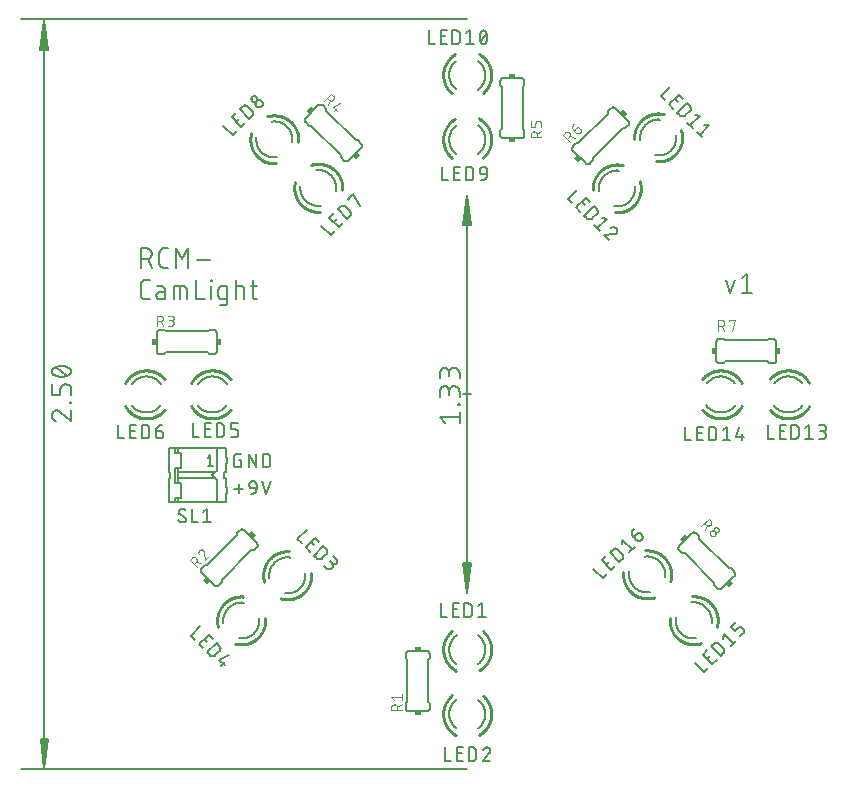
<source format=gbr>
G04 EAGLE Gerber RS-274X export*
G75*
%MOMM*%
%FSLAX34Y34*%
%LPD*%
%INSilkscreen Top*%
%IPPOS*%
%AMOC8*
5,1,8,0,0,1.08239X$1,22.5*%
G01*
%ADD10C,0.152400*%
%ADD11C,0.130000*%
%ADD12C,0.130000*%
%ADD13C,0.254000*%
%ADD14C,0.127000*%
%ADD15R,0.508000X0.381000*%
%ADD16C,0.101600*%
%ADD17R,0.381000X0.508000*%


D10*
X158242Y287048D02*
X165693Y287048D01*
X161967Y283323D02*
X161967Y290774D01*
X173538Y287669D02*
X177264Y287669D01*
X173538Y287669D02*
X173440Y287671D01*
X173343Y287677D01*
X173246Y287686D01*
X173149Y287700D01*
X173053Y287717D01*
X172958Y287738D01*
X172864Y287762D01*
X172770Y287791D01*
X172678Y287823D01*
X172587Y287858D01*
X172498Y287897D01*
X172410Y287940D01*
X172324Y287986D01*
X172240Y288035D01*
X172158Y288088D01*
X172078Y288143D01*
X172000Y288202D01*
X171925Y288264D01*
X171852Y288329D01*
X171782Y288397D01*
X171714Y288467D01*
X171649Y288540D01*
X171587Y288615D01*
X171528Y288693D01*
X171473Y288773D01*
X171420Y288855D01*
X171371Y288939D01*
X171325Y289025D01*
X171282Y289113D01*
X171243Y289202D01*
X171208Y289293D01*
X171176Y289385D01*
X171147Y289479D01*
X171123Y289573D01*
X171102Y289668D01*
X171085Y289764D01*
X171071Y289861D01*
X171062Y289958D01*
X171056Y290055D01*
X171054Y290153D01*
X171055Y290153D02*
X171055Y290774D01*
X171057Y290885D01*
X171063Y290995D01*
X171073Y291106D01*
X171087Y291216D01*
X171104Y291325D01*
X171126Y291434D01*
X171151Y291542D01*
X171181Y291648D01*
X171214Y291754D01*
X171251Y291859D01*
X171291Y291962D01*
X171336Y292063D01*
X171383Y292163D01*
X171435Y292262D01*
X171490Y292358D01*
X171548Y292452D01*
X171609Y292544D01*
X171674Y292634D01*
X171742Y292722D01*
X171813Y292807D01*
X171887Y292889D01*
X171964Y292969D01*
X172044Y293046D01*
X172126Y293120D01*
X172211Y293191D01*
X172299Y293259D01*
X172389Y293324D01*
X172481Y293385D01*
X172575Y293443D01*
X172671Y293498D01*
X172770Y293550D01*
X172870Y293597D01*
X172971Y293642D01*
X173074Y293682D01*
X173179Y293719D01*
X173285Y293752D01*
X173391Y293782D01*
X173499Y293807D01*
X173608Y293829D01*
X173717Y293846D01*
X173827Y293860D01*
X173938Y293870D01*
X174048Y293876D01*
X174159Y293878D01*
X174270Y293876D01*
X174380Y293870D01*
X174491Y293860D01*
X174601Y293846D01*
X174710Y293829D01*
X174819Y293807D01*
X174927Y293782D01*
X175033Y293752D01*
X175139Y293719D01*
X175244Y293682D01*
X175347Y293642D01*
X175448Y293597D01*
X175548Y293550D01*
X175647Y293498D01*
X175743Y293443D01*
X175837Y293385D01*
X175929Y293324D01*
X176019Y293259D01*
X176107Y293191D01*
X176192Y293120D01*
X176274Y293046D01*
X176354Y292969D01*
X176431Y292889D01*
X176505Y292807D01*
X176576Y292722D01*
X176644Y292634D01*
X176709Y292544D01*
X176770Y292452D01*
X176828Y292358D01*
X176883Y292262D01*
X176935Y292163D01*
X176982Y292063D01*
X177027Y291962D01*
X177067Y291859D01*
X177104Y291754D01*
X177137Y291648D01*
X177167Y291542D01*
X177192Y291434D01*
X177214Y291325D01*
X177231Y291216D01*
X177245Y291106D01*
X177255Y290995D01*
X177261Y290885D01*
X177263Y290774D01*
X177264Y290774D02*
X177264Y287669D01*
X177262Y287530D01*
X177256Y287390D01*
X177246Y287252D01*
X177233Y287113D01*
X177215Y286975D01*
X177194Y286837D01*
X177169Y286700D01*
X177139Y286564D01*
X177107Y286428D01*
X177070Y286294D01*
X177029Y286161D01*
X176985Y286028D01*
X176937Y285898D01*
X176886Y285768D01*
X176831Y285640D01*
X176772Y285514D01*
X176710Y285389D01*
X176644Y285266D01*
X176575Y285145D01*
X176503Y285026D01*
X176427Y284909D01*
X176348Y284795D01*
X176266Y284682D01*
X176180Y284572D01*
X176092Y284464D01*
X176001Y284359D01*
X175906Y284257D01*
X175809Y284157D01*
X175709Y284060D01*
X175607Y283965D01*
X175502Y283874D01*
X175394Y283786D01*
X175284Y283700D01*
X175171Y283618D01*
X175057Y283539D01*
X174940Y283463D01*
X174821Y283391D01*
X174700Y283322D01*
X174577Y283256D01*
X174452Y283194D01*
X174326Y283135D01*
X174198Y283080D01*
X174068Y283029D01*
X173937Y282981D01*
X173805Y282937D01*
X173672Y282896D01*
X173538Y282859D01*
X173402Y282827D01*
X173266Y282797D01*
X173129Y282772D01*
X172991Y282751D01*
X172853Y282733D01*
X172714Y282720D01*
X172575Y282710D01*
X172436Y282704D01*
X172297Y282702D01*
X185589Y282702D02*
X181864Y293878D01*
X189315Y293878D02*
X185589Y282702D01*
X164451Y311771D02*
X162588Y311771D01*
X164451Y311771D02*
X164451Y305562D01*
X160726Y305562D01*
X160628Y305564D01*
X160531Y305570D01*
X160434Y305579D01*
X160337Y305593D01*
X160241Y305610D01*
X160146Y305631D01*
X160052Y305655D01*
X159958Y305684D01*
X159866Y305716D01*
X159775Y305751D01*
X159686Y305790D01*
X159598Y305833D01*
X159512Y305879D01*
X159428Y305928D01*
X159346Y305981D01*
X159266Y306036D01*
X159188Y306095D01*
X159113Y306157D01*
X159040Y306222D01*
X158970Y306290D01*
X158902Y306360D01*
X158837Y306433D01*
X158775Y306508D01*
X158716Y306586D01*
X158661Y306666D01*
X158608Y306748D01*
X158559Y306832D01*
X158513Y306918D01*
X158470Y307006D01*
X158431Y307095D01*
X158396Y307186D01*
X158364Y307278D01*
X158335Y307372D01*
X158311Y307466D01*
X158290Y307561D01*
X158273Y307657D01*
X158259Y307754D01*
X158250Y307851D01*
X158244Y307948D01*
X158242Y308046D01*
X158242Y314254D01*
X158244Y314352D01*
X158250Y314449D01*
X158259Y314546D01*
X158273Y314643D01*
X158290Y314739D01*
X158311Y314834D01*
X158335Y314928D01*
X158364Y315022D01*
X158396Y315114D01*
X158431Y315205D01*
X158470Y315294D01*
X158513Y315382D01*
X158559Y315468D01*
X158608Y315552D01*
X158661Y315634D01*
X158716Y315714D01*
X158775Y315792D01*
X158837Y315867D01*
X158902Y315940D01*
X158970Y316010D01*
X159040Y316078D01*
X159113Y316143D01*
X159188Y316205D01*
X159266Y316264D01*
X159346Y316319D01*
X159428Y316372D01*
X159512Y316421D01*
X159598Y316467D01*
X159686Y316510D01*
X159775Y316549D01*
X159866Y316584D01*
X159958Y316616D01*
X160052Y316645D01*
X160146Y316669D01*
X160241Y316690D01*
X160337Y316707D01*
X160434Y316721D01*
X160531Y316730D01*
X160628Y316736D01*
X160726Y316738D01*
X164451Y316738D01*
X170434Y316738D02*
X170434Y305562D01*
X176643Y305562D02*
X170434Y316738D01*
X176643Y316738D02*
X176643Y305562D01*
X182626Y305562D02*
X182626Y316738D01*
X185730Y316738D01*
X185841Y316736D01*
X185951Y316730D01*
X186062Y316720D01*
X186172Y316706D01*
X186281Y316689D01*
X186390Y316667D01*
X186498Y316642D01*
X186604Y316612D01*
X186710Y316579D01*
X186815Y316542D01*
X186918Y316502D01*
X187019Y316457D01*
X187119Y316410D01*
X187218Y316358D01*
X187314Y316303D01*
X187408Y316245D01*
X187500Y316184D01*
X187590Y316119D01*
X187678Y316051D01*
X187763Y315980D01*
X187845Y315906D01*
X187925Y315829D01*
X188002Y315749D01*
X188076Y315667D01*
X188147Y315582D01*
X188215Y315494D01*
X188280Y315404D01*
X188341Y315312D01*
X188399Y315218D01*
X188454Y315122D01*
X188506Y315023D01*
X188553Y314923D01*
X188598Y314822D01*
X188638Y314719D01*
X188675Y314614D01*
X188708Y314508D01*
X188738Y314402D01*
X188763Y314294D01*
X188785Y314185D01*
X188802Y314076D01*
X188816Y313966D01*
X188826Y313855D01*
X188832Y313745D01*
X188834Y313634D01*
X188835Y313634D02*
X188835Y308666D01*
X188834Y308666D02*
X188832Y308555D01*
X188826Y308445D01*
X188816Y308334D01*
X188802Y308224D01*
X188785Y308115D01*
X188763Y308006D01*
X188738Y307898D01*
X188708Y307792D01*
X188675Y307686D01*
X188638Y307581D01*
X188598Y307478D01*
X188553Y307377D01*
X188506Y307277D01*
X188454Y307178D01*
X188399Y307082D01*
X188341Y306988D01*
X188280Y306896D01*
X188215Y306806D01*
X188147Y306718D01*
X188076Y306633D01*
X188002Y306551D01*
X187925Y306471D01*
X187845Y306394D01*
X187763Y306320D01*
X187678Y306249D01*
X187590Y306181D01*
X187500Y306116D01*
X187408Y306055D01*
X187314Y305997D01*
X187218Y305942D01*
X187119Y305890D01*
X187019Y305843D01*
X186918Y305798D01*
X186815Y305758D01*
X186710Y305721D01*
X186604Y305688D01*
X186498Y305658D01*
X186390Y305633D01*
X186281Y305611D01*
X186172Y305594D01*
X186062Y305580D01*
X185951Y305570D01*
X185841Y305564D01*
X185730Y305562D01*
X182626Y305562D01*
D11*
X355803Y49759D02*
X-21837Y49518D01*
X-22243Y684517D02*
X355397Y684759D01*
X-2742Y683880D02*
X-2338Y50180D01*
X838Y75532D01*
X-5546Y75528D01*
X-2338Y50180D01*
X-1054Y75531D01*
X-3654Y75529D02*
X-2338Y50180D01*
X246Y75532D01*
X-4954Y75528D02*
X-2338Y50180D01*
X466Y658532D02*
X-2742Y683880D01*
X466Y658532D02*
X-5918Y658528D01*
X-2742Y683880D01*
X-1426Y658531D01*
X-4026Y658529D02*
X-2742Y683880D01*
X-126Y658532D01*
X-5326Y658528D02*
X-2742Y683880D01*
X355600Y370451D02*
X355600Y364066D01*
X352408Y367259D02*
X358792Y367259D01*
D10*
X8015Y353571D02*
X7890Y353569D01*
X7765Y353563D01*
X7640Y353554D01*
X7516Y353540D01*
X7392Y353523D01*
X7268Y353502D01*
X7146Y353477D01*
X7024Y353448D01*
X6903Y353416D01*
X6783Y353380D01*
X6664Y353340D01*
X6547Y353297D01*
X6431Y353250D01*
X6316Y353199D01*
X6204Y353145D01*
X6092Y353087D01*
X5983Y353027D01*
X5876Y352962D01*
X5770Y352895D01*
X5667Y352824D01*
X5566Y352750D01*
X5467Y352673D01*
X5371Y352593D01*
X5277Y352510D01*
X5186Y352425D01*
X5097Y352336D01*
X5012Y352245D01*
X4929Y352151D01*
X4849Y352055D01*
X4772Y351956D01*
X4698Y351855D01*
X4627Y351752D01*
X4560Y351646D01*
X4495Y351539D01*
X4435Y351430D01*
X4377Y351318D01*
X4323Y351206D01*
X4272Y351091D01*
X4225Y350975D01*
X4182Y350858D01*
X4142Y350739D01*
X4106Y350619D01*
X4074Y350498D01*
X4045Y350376D01*
X4020Y350254D01*
X3999Y350130D01*
X3982Y350006D01*
X3968Y349882D01*
X3959Y349757D01*
X3953Y349632D01*
X3951Y349507D01*
X3953Y349364D01*
X3959Y349222D01*
X3969Y349079D01*
X3982Y348937D01*
X4000Y348796D01*
X4021Y348654D01*
X4046Y348514D01*
X4075Y348374D01*
X4108Y348235D01*
X4145Y348097D01*
X4185Y347960D01*
X4229Y347825D01*
X4277Y347690D01*
X4329Y347557D01*
X4384Y347425D01*
X4443Y347295D01*
X4505Y347167D01*
X4571Y347040D01*
X4640Y346915D01*
X4712Y346792D01*
X4788Y346671D01*
X4867Y346553D01*
X4950Y346436D01*
X5035Y346322D01*
X5124Y346210D01*
X5215Y346101D01*
X5310Y345994D01*
X5407Y345889D01*
X5508Y345788D01*
X5611Y345689D01*
X5716Y345593D01*
X5825Y345500D01*
X5936Y345410D01*
X6049Y345323D01*
X6164Y345239D01*
X6282Y345159D01*
X6402Y345081D01*
X6524Y345007D01*
X6648Y344937D01*
X6774Y344869D01*
X6902Y344806D01*
X7031Y344745D01*
X7162Y344688D01*
X7294Y344635D01*
X7428Y344586D01*
X7563Y344540D01*
X11176Y352216D02*
X11084Y352310D01*
X10990Y352400D01*
X10893Y352488D01*
X10793Y352573D01*
X10691Y352655D01*
X10586Y352733D01*
X10479Y352809D01*
X10370Y352881D01*
X10259Y352950D01*
X10145Y353016D01*
X10030Y353078D01*
X9913Y353137D01*
X9794Y353192D01*
X9674Y353243D01*
X9552Y353291D01*
X9429Y353336D01*
X9305Y353376D01*
X9179Y353413D01*
X9052Y353446D01*
X8925Y353475D01*
X8796Y353501D01*
X8667Y353522D01*
X8537Y353540D01*
X8407Y353553D01*
X8277Y353563D01*
X8146Y353569D01*
X8015Y353571D01*
X11176Y352216D02*
X20207Y344540D01*
X20207Y353571D01*
X20207Y359545D02*
X19304Y359545D01*
X19304Y360449D01*
X20207Y360449D01*
X20207Y359545D01*
X20207Y366423D02*
X20207Y371842D01*
X20205Y371960D01*
X20199Y372078D01*
X20190Y372196D01*
X20176Y372313D01*
X20159Y372430D01*
X20138Y372547D01*
X20113Y372662D01*
X20084Y372777D01*
X20051Y372891D01*
X20015Y373003D01*
X19975Y373114D01*
X19932Y373224D01*
X19885Y373333D01*
X19835Y373440D01*
X19780Y373545D01*
X19723Y373648D01*
X19662Y373749D01*
X19598Y373849D01*
X19531Y373946D01*
X19461Y374041D01*
X19387Y374133D01*
X19311Y374224D01*
X19231Y374311D01*
X19149Y374396D01*
X19064Y374478D01*
X18977Y374558D01*
X18886Y374634D01*
X18794Y374708D01*
X18699Y374778D01*
X18602Y374845D01*
X18502Y374909D01*
X18401Y374970D01*
X18298Y375027D01*
X18193Y375082D01*
X18086Y375132D01*
X17977Y375179D01*
X17867Y375222D01*
X17756Y375262D01*
X17644Y375298D01*
X17530Y375331D01*
X17415Y375360D01*
X17300Y375385D01*
X17183Y375406D01*
X17066Y375423D01*
X16949Y375437D01*
X16831Y375446D01*
X16713Y375452D01*
X16595Y375454D01*
X14789Y375454D01*
X14671Y375452D01*
X14553Y375446D01*
X14435Y375437D01*
X14318Y375423D01*
X14201Y375406D01*
X14084Y375385D01*
X13969Y375360D01*
X13854Y375331D01*
X13740Y375298D01*
X13628Y375262D01*
X13517Y375222D01*
X13407Y375179D01*
X13298Y375132D01*
X13191Y375082D01*
X13086Y375027D01*
X12983Y374970D01*
X12882Y374909D01*
X12782Y374845D01*
X12685Y374778D01*
X12590Y374708D01*
X12498Y374634D01*
X12407Y374558D01*
X12320Y374478D01*
X12235Y374396D01*
X12153Y374311D01*
X12073Y374224D01*
X11997Y374133D01*
X11923Y374041D01*
X11853Y373946D01*
X11786Y373849D01*
X11722Y373749D01*
X11661Y373648D01*
X11604Y373545D01*
X11549Y373440D01*
X11499Y373333D01*
X11452Y373224D01*
X11409Y373114D01*
X11369Y373003D01*
X11333Y372891D01*
X11300Y372777D01*
X11271Y372662D01*
X11246Y372547D01*
X11225Y372430D01*
X11208Y372313D01*
X11194Y372196D01*
X11185Y372078D01*
X11179Y371960D01*
X11177Y371842D01*
X11176Y371842D02*
X11176Y366423D01*
X3951Y366423D01*
X3951Y375454D01*
X6209Y383410D02*
X6498Y383273D01*
X6790Y383143D01*
X7086Y383020D01*
X7384Y382905D01*
X7685Y382796D01*
X7988Y382695D01*
X8294Y382601D01*
X8601Y382514D01*
X8911Y382435D01*
X9223Y382363D01*
X9536Y382299D01*
X9851Y382242D01*
X10167Y382192D01*
X10484Y382150D01*
X10802Y382116D01*
X11120Y382089D01*
X11440Y382070D01*
X11759Y382059D01*
X12079Y382055D01*
X6209Y383410D02*
X6101Y383449D01*
X5994Y383492D01*
X5889Y383538D01*
X5786Y383588D01*
X5684Y383642D01*
X5584Y383699D01*
X5486Y383760D01*
X5390Y383824D01*
X5297Y383891D01*
X5206Y383961D01*
X5117Y384035D01*
X5031Y384111D01*
X4948Y384191D01*
X4867Y384273D01*
X4789Y384358D01*
X4715Y384445D01*
X4643Y384536D01*
X4574Y384628D01*
X4509Y384723D01*
X4447Y384820D01*
X4388Y384919D01*
X4333Y385020D01*
X4282Y385123D01*
X4234Y385228D01*
X4189Y385334D01*
X4148Y385441D01*
X4111Y385550D01*
X4078Y385661D01*
X4049Y385772D01*
X4023Y385884D01*
X4001Y385997D01*
X3984Y386111D01*
X3970Y386225D01*
X3960Y386340D01*
X3954Y386455D01*
X3952Y386570D01*
X3951Y386570D02*
X3953Y386685D01*
X3959Y386800D01*
X3969Y386915D01*
X3983Y387029D01*
X4000Y387143D01*
X4022Y387256D01*
X4048Y387368D01*
X4077Y387480D01*
X4110Y387590D01*
X4147Y387699D01*
X4188Y387807D01*
X4233Y387913D01*
X4281Y388018D01*
X4332Y388120D01*
X4388Y388222D01*
X4446Y388321D01*
X4508Y388418D01*
X4574Y388513D01*
X4642Y388605D01*
X4714Y388695D01*
X4788Y388783D01*
X4866Y388868D01*
X4947Y388950D01*
X5030Y389029D01*
X5116Y389106D01*
X5205Y389179D01*
X5296Y389250D01*
X5390Y389317D01*
X5485Y389381D01*
X5583Y389442D01*
X5683Y389499D01*
X5785Y389552D01*
X5889Y389603D01*
X5994Y389649D01*
X6101Y389692D01*
X6209Y389731D01*
X6209Y389730D02*
X6498Y389867D01*
X6790Y389997D01*
X7086Y390120D01*
X7384Y390235D01*
X7685Y390344D01*
X7988Y390445D01*
X8294Y390539D01*
X8601Y390626D01*
X8911Y390705D01*
X9223Y390777D01*
X9536Y390841D01*
X9851Y390898D01*
X10167Y390948D01*
X10484Y390990D01*
X10802Y391024D01*
X11120Y391051D01*
X11440Y391070D01*
X11759Y391081D01*
X12079Y391085D01*
X12079Y382055D02*
X12399Y382059D01*
X12718Y382070D01*
X13038Y382089D01*
X13356Y382116D01*
X13674Y382150D01*
X13991Y382192D01*
X14307Y382242D01*
X14622Y382299D01*
X14935Y382363D01*
X15247Y382435D01*
X15557Y382514D01*
X15864Y382601D01*
X16170Y382695D01*
X16473Y382796D01*
X16774Y382905D01*
X17072Y383020D01*
X17368Y383143D01*
X17660Y383273D01*
X17949Y383410D01*
X17950Y383409D02*
X18058Y383448D01*
X18165Y383491D01*
X18270Y383537D01*
X18374Y383588D01*
X18476Y383641D01*
X18576Y383698D01*
X18674Y383759D01*
X18769Y383823D01*
X18863Y383890D01*
X18954Y383961D01*
X19043Y384034D01*
X19129Y384111D01*
X19212Y384190D01*
X19293Y384272D01*
X19371Y384357D01*
X19445Y384445D01*
X19517Y384535D01*
X19586Y384628D01*
X19651Y384722D01*
X19713Y384819D01*
X19771Y384919D01*
X19827Y385020D01*
X19878Y385122D01*
X19926Y385227D01*
X19971Y385333D01*
X20012Y385441D01*
X20049Y385550D01*
X20082Y385660D01*
X20111Y385772D01*
X20137Y385884D01*
X20159Y385997D01*
X20176Y386111D01*
X20190Y386225D01*
X20200Y386340D01*
X20206Y386455D01*
X20208Y386570D01*
X17949Y389730D02*
X17660Y389867D01*
X17368Y389997D01*
X17072Y390120D01*
X16774Y390235D01*
X16473Y390344D01*
X16170Y390445D01*
X15864Y390539D01*
X15557Y390626D01*
X15247Y390705D01*
X14935Y390777D01*
X14622Y390841D01*
X14307Y390898D01*
X13991Y390948D01*
X13674Y390990D01*
X13356Y391024D01*
X13038Y391051D01*
X12718Y391070D01*
X12399Y391081D01*
X12079Y391085D01*
X17950Y389731D02*
X18058Y389692D01*
X18165Y389649D01*
X18270Y389603D01*
X18374Y389552D01*
X18476Y389499D01*
X18576Y389442D01*
X18674Y389381D01*
X18769Y389317D01*
X18863Y389250D01*
X18954Y389179D01*
X19043Y389106D01*
X19129Y389029D01*
X19212Y388950D01*
X19293Y388868D01*
X19371Y388783D01*
X19445Y388695D01*
X19517Y388605D01*
X19586Y388512D01*
X19651Y388418D01*
X19713Y388321D01*
X19771Y388221D01*
X19827Y388120D01*
X19878Y388017D01*
X19926Y387913D01*
X19971Y387807D01*
X20012Y387699D01*
X20049Y387590D01*
X20082Y387480D01*
X20111Y387368D01*
X20137Y387256D01*
X20159Y387143D01*
X20176Y387029D01*
X20190Y386915D01*
X20200Y386800D01*
X20206Y386685D01*
X20208Y386570D01*
X16595Y382958D02*
X7564Y390182D01*
D12*
X355600Y536169D03*
X355600Y198349D03*
D11*
X355600Y198999D02*
X355600Y535519D01*
X352408Y510169D01*
X358792Y510169D01*
X355600Y535519D01*
X354300Y510169D01*
X356900Y510169D02*
X355600Y535519D01*
X353000Y510169D01*
X358200Y510169D02*
X355600Y535519D01*
X352408Y224349D02*
X355600Y198999D01*
X352408Y224349D02*
X358792Y224349D01*
X355600Y198999D01*
X354300Y224349D01*
X356900Y224349D02*
X355600Y198999D01*
X353000Y224349D01*
X358200Y224349D02*
X355600Y198999D01*
X355600Y364066D02*
X355600Y370451D01*
X352408Y367259D02*
X358792Y367259D01*
D10*
X332837Y347722D02*
X336449Y343207D01*
X332837Y347722D02*
X349093Y347722D01*
X349093Y343207D02*
X349093Y352238D01*
X349093Y358213D02*
X348190Y358213D01*
X348190Y359116D01*
X349093Y359116D01*
X349093Y358213D01*
X349093Y365090D02*
X349093Y369606D01*
X349091Y369739D01*
X349085Y369871D01*
X349075Y370003D01*
X349062Y370135D01*
X349044Y370267D01*
X349023Y370397D01*
X348998Y370528D01*
X348969Y370657D01*
X348936Y370785D01*
X348900Y370913D01*
X348860Y371039D01*
X348816Y371164D01*
X348768Y371288D01*
X348717Y371410D01*
X348662Y371531D01*
X348604Y371650D01*
X348542Y371768D01*
X348477Y371883D01*
X348408Y371997D01*
X348337Y372108D01*
X348261Y372217D01*
X348183Y372324D01*
X348102Y372429D01*
X348017Y372531D01*
X347930Y372631D01*
X347840Y372728D01*
X347747Y372823D01*
X347651Y372914D01*
X347553Y373003D01*
X347452Y373089D01*
X347348Y373172D01*
X347242Y373252D01*
X347134Y373328D01*
X347024Y373402D01*
X346911Y373472D01*
X346797Y373539D01*
X346680Y373602D01*
X346562Y373662D01*
X346442Y373719D01*
X346320Y373772D01*
X346197Y373821D01*
X346073Y373867D01*
X345947Y373909D01*
X345820Y373947D01*
X345692Y373982D01*
X345563Y374013D01*
X345434Y374040D01*
X345303Y374063D01*
X345172Y374083D01*
X345040Y374098D01*
X344908Y374110D01*
X344776Y374118D01*
X344643Y374122D01*
X344511Y374122D01*
X344378Y374118D01*
X344246Y374110D01*
X344114Y374098D01*
X343982Y374083D01*
X343851Y374063D01*
X343720Y374040D01*
X343591Y374013D01*
X343462Y373982D01*
X343334Y373947D01*
X343207Y373909D01*
X343081Y373867D01*
X342957Y373821D01*
X342834Y373772D01*
X342712Y373719D01*
X342592Y373662D01*
X342474Y373602D01*
X342357Y373539D01*
X342243Y373472D01*
X342130Y373402D01*
X342020Y373328D01*
X341912Y373252D01*
X341806Y373172D01*
X341702Y373089D01*
X341601Y373003D01*
X341503Y372914D01*
X341407Y372823D01*
X341314Y372728D01*
X341224Y372631D01*
X341137Y372531D01*
X341052Y372429D01*
X340971Y372324D01*
X340893Y372217D01*
X340817Y372108D01*
X340746Y371997D01*
X340677Y371883D01*
X340612Y371768D01*
X340550Y371650D01*
X340492Y371531D01*
X340437Y371410D01*
X340386Y371288D01*
X340338Y371164D01*
X340294Y371039D01*
X340254Y370913D01*
X340218Y370785D01*
X340185Y370657D01*
X340156Y370528D01*
X340131Y370397D01*
X340110Y370267D01*
X340092Y370135D01*
X340079Y370003D01*
X340069Y369871D01*
X340063Y369739D01*
X340061Y369606D01*
X332837Y370509D02*
X332837Y365090D01*
X332837Y370509D02*
X332839Y370628D01*
X332845Y370748D01*
X332855Y370867D01*
X332869Y370985D01*
X332886Y371104D01*
X332908Y371221D01*
X332933Y371338D01*
X332963Y371453D01*
X332996Y371568D01*
X333033Y371682D01*
X333073Y371794D01*
X333118Y371905D01*
X333166Y372014D01*
X333217Y372122D01*
X333272Y372228D01*
X333331Y372332D01*
X333393Y372434D01*
X333458Y372534D01*
X333527Y372632D01*
X333599Y372728D01*
X333674Y372821D01*
X333751Y372911D01*
X333832Y372999D01*
X333916Y373084D01*
X334003Y373166D01*
X334092Y373246D01*
X334184Y373322D01*
X334278Y373396D01*
X334375Y373466D01*
X334473Y373533D01*
X334574Y373597D01*
X334678Y373657D01*
X334783Y373714D01*
X334890Y373767D01*
X334998Y373817D01*
X335108Y373863D01*
X335220Y373905D01*
X335333Y373944D01*
X335447Y373979D01*
X335562Y374010D01*
X335679Y374038D01*
X335796Y374061D01*
X335913Y374081D01*
X336032Y374097D01*
X336151Y374109D01*
X336270Y374117D01*
X336389Y374121D01*
X336509Y374121D01*
X336628Y374117D01*
X336747Y374109D01*
X336866Y374097D01*
X336985Y374081D01*
X337102Y374061D01*
X337219Y374038D01*
X337336Y374010D01*
X337451Y373979D01*
X337565Y373944D01*
X337678Y373905D01*
X337790Y373863D01*
X337900Y373817D01*
X338008Y373767D01*
X338115Y373714D01*
X338220Y373657D01*
X338324Y373597D01*
X338425Y373533D01*
X338523Y373466D01*
X338620Y373396D01*
X338714Y373322D01*
X338806Y373246D01*
X338895Y373166D01*
X338982Y373084D01*
X339066Y372999D01*
X339147Y372911D01*
X339224Y372821D01*
X339299Y372728D01*
X339371Y372632D01*
X339440Y372534D01*
X339505Y372434D01*
X339567Y372332D01*
X339626Y372228D01*
X339681Y372122D01*
X339732Y372014D01*
X339780Y371905D01*
X339825Y371794D01*
X339865Y371682D01*
X339902Y371568D01*
X339935Y371453D01*
X339965Y371338D01*
X339990Y371221D01*
X340012Y371104D01*
X340029Y370985D01*
X340043Y370867D01*
X340053Y370748D01*
X340059Y370628D01*
X340061Y370509D01*
X340062Y370509D02*
X340062Y366897D01*
X349093Y380722D02*
X349093Y385237D01*
X349091Y385370D01*
X349085Y385502D01*
X349075Y385634D01*
X349062Y385766D01*
X349044Y385898D01*
X349023Y386028D01*
X348998Y386159D01*
X348969Y386288D01*
X348936Y386416D01*
X348900Y386544D01*
X348860Y386670D01*
X348816Y386795D01*
X348768Y386919D01*
X348717Y387041D01*
X348662Y387162D01*
X348604Y387281D01*
X348542Y387399D01*
X348477Y387514D01*
X348408Y387628D01*
X348337Y387739D01*
X348261Y387848D01*
X348183Y387955D01*
X348102Y388060D01*
X348017Y388162D01*
X347930Y388262D01*
X347840Y388359D01*
X347747Y388454D01*
X347651Y388545D01*
X347553Y388634D01*
X347452Y388720D01*
X347348Y388803D01*
X347242Y388883D01*
X347134Y388959D01*
X347024Y389033D01*
X346911Y389103D01*
X346797Y389170D01*
X346680Y389233D01*
X346562Y389293D01*
X346442Y389350D01*
X346320Y389403D01*
X346197Y389452D01*
X346073Y389498D01*
X345947Y389540D01*
X345820Y389578D01*
X345692Y389613D01*
X345563Y389644D01*
X345434Y389671D01*
X345303Y389694D01*
X345172Y389714D01*
X345040Y389729D01*
X344908Y389741D01*
X344776Y389749D01*
X344643Y389753D01*
X344511Y389753D01*
X344378Y389749D01*
X344246Y389741D01*
X344114Y389729D01*
X343982Y389714D01*
X343851Y389694D01*
X343720Y389671D01*
X343591Y389644D01*
X343462Y389613D01*
X343334Y389578D01*
X343207Y389540D01*
X343081Y389498D01*
X342957Y389452D01*
X342834Y389403D01*
X342712Y389350D01*
X342592Y389293D01*
X342474Y389233D01*
X342357Y389170D01*
X342243Y389103D01*
X342130Y389033D01*
X342020Y388959D01*
X341912Y388883D01*
X341806Y388803D01*
X341702Y388720D01*
X341601Y388634D01*
X341503Y388545D01*
X341407Y388454D01*
X341314Y388359D01*
X341224Y388262D01*
X341137Y388162D01*
X341052Y388060D01*
X340971Y387955D01*
X340893Y387848D01*
X340817Y387739D01*
X340746Y387628D01*
X340677Y387514D01*
X340612Y387399D01*
X340550Y387281D01*
X340492Y387162D01*
X340437Y387041D01*
X340386Y386919D01*
X340338Y386795D01*
X340294Y386670D01*
X340254Y386544D01*
X340218Y386416D01*
X340185Y386288D01*
X340156Y386159D01*
X340131Y386028D01*
X340110Y385898D01*
X340092Y385766D01*
X340079Y385634D01*
X340069Y385502D01*
X340063Y385370D01*
X340061Y385237D01*
X332837Y386140D02*
X332837Y380722D01*
X332837Y386140D02*
X332839Y386259D01*
X332845Y386379D01*
X332855Y386498D01*
X332869Y386616D01*
X332886Y386735D01*
X332908Y386852D01*
X332933Y386969D01*
X332963Y387084D01*
X332996Y387199D01*
X333033Y387313D01*
X333073Y387425D01*
X333118Y387536D01*
X333166Y387645D01*
X333217Y387753D01*
X333272Y387859D01*
X333331Y387963D01*
X333393Y388065D01*
X333458Y388165D01*
X333527Y388263D01*
X333599Y388359D01*
X333674Y388452D01*
X333751Y388542D01*
X333832Y388630D01*
X333916Y388715D01*
X334003Y388797D01*
X334092Y388877D01*
X334184Y388953D01*
X334278Y389027D01*
X334375Y389097D01*
X334473Y389164D01*
X334574Y389228D01*
X334678Y389288D01*
X334783Y389345D01*
X334890Y389398D01*
X334998Y389448D01*
X335108Y389494D01*
X335220Y389536D01*
X335333Y389575D01*
X335447Y389610D01*
X335562Y389641D01*
X335679Y389669D01*
X335796Y389692D01*
X335913Y389712D01*
X336032Y389728D01*
X336151Y389740D01*
X336270Y389748D01*
X336389Y389752D01*
X336509Y389752D01*
X336628Y389748D01*
X336747Y389740D01*
X336866Y389728D01*
X336985Y389712D01*
X337102Y389692D01*
X337219Y389669D01*
X337336Y389641D01*
X337451Y389610D01*
X337565Y389575D01*
X337678Y389536D01*
X337790Y389494D01*
X337900Y389448D01*
X338008Y389398D01*
X338115Y389345D01*
X338220Y389288D01*
X338324Y389228D01*
X338425Y389164D01*
X338523Y389097D01*
X338620Y389027D01*
X338714Y388953D01*
X338806Y388877D01*
X338895Y388797D01*
X338982Y388715D01*
X339066Y388630D01*
X339147Y388542D01*
X339224Y388452D01*
X339299Y388359D01*
X339371Y388263D01*
X339440Y388165D01*
X339505Y388065D01*
X339567Y387963D01*
X339626Y387859D01*
X339681Y387753D01*
X339732Y387645D01*
X339780Y387536D01*
X339825Y387425D01*
X339865Y387313D01*
X339902Y387199D01*
X339935Y387084D01*
X339965Y386969D01*
X339990Y386852D01*
X340012Y386735D01*
X340029Y386616D01*
X340043Y386498D01*
X340053Y386379D01*
X340059Y386259D01*
X340061Y386140D01*
X340062Y386140D02*
X340062Y382528D01*
X79502Y474472D02*
X79502Y490728D01*
X84018Y490728D01*
X84151Y490726D01*
X84283Y490720D01*
X84415Y490710D01*
X84547Y490697D01*
X84679Y490679D01*
X84809Y490658D01*
X84940Y490633D01*
X85069Y490604D01*
X85197Y490571D01*
X85325Y490535D01*
X85451Y490495D01*
X85576Y490451D01*
X85700Y490403D01*
X85822Y490352D01*
X85943Y490297D01*
X86062Y490239D01*
X86180Y490177D01*
X86295Y490112D01*
X86409Y490043D01*
X86520Y489972D01*
X86629Y489896D01*
X86736Y489818D01*
X86841Y489737D01*
X86943Y489652D01*
X87043Y489565D01*
X87140Y489475D01*
X87235Y489382D01*
X87326Y489286D01*
X87415Y489188D01*
X87501Y489087D01*
X87584Y488983D01*
X87664Y488877D01*
X87740Y488769D01*
X87814Y488659D01*
X87884Y488546D01*
X87951Y488432D01*
X88014Y488315D01*
X88074Y488197D01*
X88131Y488077D01*
X88184Y487955D01*
X88233Y487832D01*
X88279Y487708D01*
X88321Y487582D01*
X88359Y487455D01*
X88394Y487327D01*
X88425Y487198D01*
X88452Y487069D01*
X88475Y486938D01*
X88495Y486807D01*
X88510Y486675D01*
X88522Y486543D01*
X88530Y486411D01*
X88534Y486278D01*
X88534Y486146D01*
X88530Y486013D01*
X88522Y485881D01*
X88510Y485749D01*
X88495Y485617D01*
X88475Y485486D01*
X88452Y485355D01*
X88425Y485226D01*
X88394Y485097D01*
X88359Y484969D01*
X88321Y484842D01*
X88279Y484716D01*
X88233Y484592D01*
X88184Y484469D01*
X88131Y484347D01*
X88074Y484227D01*
X88014Y484109D01*
X87951Y483992D01*
X87884Y483878D01*
X87814Y483765D01*
X87740Y483655D01*
X87664Y483547D01*
X87584Y483441D01*
X87501Y483337D01*
X87415Y483236D01*
X87326Y483138D01*
X87235Y483042D01*
X87140Y482949D01*
X87043Y482859D01*
X86943Y482772D01*
X86841Y482687D01*
X86736Y482606D01*
X86629Y482528D01*
X86520Y482452D01*
X86409Y482381D01*
X86295Y482312D01*
X86180Y482247D01*
X86062Y482185D01*
X85943Y482127D01*
X85822Y482072D01*
X85700Y482021D01*
X85576Y481973D01*
X85451Y481929D01*
X85325Y481889D01*
X85197Y481853D01*
X85069Y481820D01*
X84940Y481791D01*
X84809Y481766D01*
X84679Y481745D01*
X84547Y481727D01*
X84415Y481714D01*
X84283Y481704D01*
X84151Y481698D01*
X84018Y481696D01*
X84018Y481697D02*
X79502Y481697D01*
X84921Y481697D02*
X88533Y474472D01*
X98615Y474472D02*
X102227Y474472D01*
X98615Y474472D02*
X98497Y474474D01*
X98379Y474480D01*
X98261Y474489D01*
X98144Y474503D01*
X98027Y474520D01*
X97910Y474541D01*
X97795Y474566D01*
X97680Y474595D01*
X97566Y474628D01*
X97454Y474664D01*
X97343Y474704D01*
X97233Y474747D01*
X97124Y474794D01*
X97017Y474844D01*
X96912Y474899D01*
X96809Y474956D01*
X96708Y475017D01*
X96608Y475081D01*
X96511Y475148D01*
X96416Y475218D01*
X96324Y475292D01*
X96233Y475368D01*
X96146Y475448D01*
X96061Y475530D01*
X95979Y475615D01*
X95899Y475702D01*
X95823Y475793D01*
X95749Y475885D01*
X95679Y475980D01*
X95612Y476077D01*
X95548Y476177D01*
X95487Y476278D01*
X95430Y476381D01*
X95375Y476486D01*
X95325Y476593D01*
X95278Y476702D01*
X95235Y476812D01*
X95195Y476923D01*
X95159Y477035D01*
X95126Y477149D01*
X95097Y477264D01*
X95072Y477379D01*
X95051Y477496D01*
X95034Y477613D01*
X95020Y477730D01*
X95011Y477848D01*
X95005Y477966D01*
X95003Y478084D01*
X95002Y478084D02*
X95002Y487116D01*
X95003Y487116D02*
X95005Y487234D01*
X95011Y487352D01*
X95020Y487470D01*
X95034Y487587D01*
X95051Y487704D01*
X95072Y487821D01*
X95097Y487936D01*
X95126Y488051D01*
X95159Y488165D01*
X95195Y488277D01*
X95235Y488388D01*
X95278Y488498D01*
X95325Y488607D01*
X95375Y488714D01*
X95429Y488819D01*
X95487Y488922D01*
X95548Y489023D01*
X95612Y489123D01*
X95679Y489220D01*
X95749Y489315D01*
X95823Y489407D01*
X95899Y489498D01*
X95979Y489585D01*
X96061Y489670D01*
X96146Y489752D01*
X96233Y489832D01*
X96324Y489908D01*
X96416Y489982D01*
X96511Y490052D01*
X96608Y490119D01*
X96708Y490183D01*
X96809Y490244D01*
X96912Y490301D01*
X97017Y490355D01*
X97124Y490406D01*
X97233Y490453D01*
X97343Y490496D01*
X97454Y490536D01*
X97566Y490572D01*
X97680Y490605D01*
X97795Y490634D01*
X97910Y490659D01*
X98027Y490680D01*
X98144Y490697D01*
X98261Y490711D01*
X98379Y490720D01*
X98497Y490726D01*
X98615Y490728D01*
X102227Y490728D01*
X108728Y490728D02*
X108728Y474472D01*
X114146Y481697D02*
X108728Y490728D01*
X114146Y481697D02*
X119565Y490728D01*
X119565Y474472D01*
X126964Y480794D02*
X137801Y480794D01*
X86727Y447802D02*
X83114Y447802D01*
X82996Y447804D01*
X82878Y447810D01*
X82760Y447819D01*
X82643Y447833D01*
X82526Y447850D01*
X82409Y447871D01*
X82294Y447896D01*
X82179Y447925D01*
X82065Y447958D01*
X81953Y447994D01*
X81842Y448034D01*
X81732Y448077D01*
X81623Y448124D01*
X81516Y448174D01*
X81411Y448229D01*
X81308Y448286D01*
X81207Y448347D01*
X81107Y448411D01*
X81010Y448478D01*
X80915Y448548D01*
X80823Y448622D01*
X80732Y448698D01*
X80645Y448778D01*
X80560Y448860D01*
X80478Y448945D01*
X80398Y449032D01*
X80322Y449123D01*
X80248Y449215D01*
X80178Y449310D01*
X80111Y449407D01*
X80047Y449507D01*
X79986Y449608D01*
X79929Y449711D01*
X79874Y449816D01*
X79824Y449923D01*
X79777Y450032D01*
X79734Y450142D01*
X79694Y450253D01*
X79658Y450365D01*
X79625Y450479D01*
X79596Y450594D01*
X79571Y450709D01*
X79550Y450826D01*
X79533Y450943D01*
X79519Y451060D01*
X79510Y451178D01*
X79504Y451296D01*
X79502Y451414D01*
X79502Y460446D01*
X79504Y460564D01*
X79510Y460682D01*
X79519Y460800D01*
X79533Y460917D01*
X79550Y461034D01*
X79571Y461151D01*
X79596Y461266D01*
X79625Y461381D01*
X79658Y461495D01*
X79694Y461607D01*
X79734Y461718D01*
X79777Y461828D01*
X79824Y461937D01*
X79874Y462044D01*
X79928Y462149D01*
X79986Y462252D01*
X80047Y462353D01*
X80111Y462453D01*
X80178Y462550D01*
X80248Y462645D01*
X80322Y462737D01*
X80398Y462828D01*
X80478Y462915D01*
X80560Y463000D01*
X80645Y463082D01*
X80732Y463162D01*
X80823Y463238D01*
X80915Y463312D01*
X81010Y463382D01*
X81107Y463449D01*
X81207Y463513D01*
X81308Y463574D01*
X81411Y463631D01*
X81516Y463685D01*
X81623Y463736D01*
X81732Y463783D01*
X81842Y463826D01*
X81953Y463866D01*
X82065Y463902D01*
X82179Y463935D01*
X82294Y463964D01*
X82409Y463989D01*
X82526Y464010D01*
X82643Y464027D01*
X82760Y464041D01*
X82878Y464050D01*
X82996Y464056D01*
X83114Y464058D01*
X86727Y464058D01*
X95516Y454124D02*
X99580Y454124D01*
X95516Y454124D02*
X95404Y454122D01*
X95293Y454116D01*
X95182Y454106D01*
X95071Y454093D01*
X94961Y454075D01*
X94852Y454053D01*
X94743Y454028D01*
X94635Y453999D01*
X94529Y453966D01*
X94423Y453929D01*
X94319Y453889D01*
X94217Y453845D01*
X94116Y453797D01*
X94017Y453746D01*
X93919Y453691D01*
X93824Y453633D01*
X93731Y453572D01*
X93640Y453507D01*
X93551Y453439D01*
X93465Y453368D01*
X93382Y453295D01*
X93301Y453218D01*
X93222Y453138D01*
X93147Y453056D01*
X93075Y452971D01*
X93005Y452884D01*
X92939Y452794D01*
X92876Y452702D01*
X92816Y452607D01*
X92760Y452511D01*
X92707Y452413D01*
X92658Y452313D01*
X92612Y452211D01*
X92570Y452108D01*
X92531Y452003D01*
X92496Y451897D01*
X92465Y451790D01*
X92438Y451682D01*
X92414Y451573D01*
X92395Y451463D01*
X92379Y451353D01*
X92367Y451242D01*
X92359Y451130D01*
X92355Y451019D01*
X92355Y450907D01*
X92359Y450796D01*
X92367Y450684D01*
X92379Y450573D01*
X92395Y450463D01*
X92414Y450353D01*
X92438Y450244D01*
X92465Y450136D01*
X92496Y450029D01*
X92531Y449923D01*
X92570Y449818D01*
X92612Y449715D01*
X92658Y449613D01*
X92707Y449513D01*
X92760Y449415D01*
X92816Y449319D01*
X92876Y449224D01*
X92939Y449132D01*
X93005Y449042D01*
X93075Y448955D01*
X93147Y448870D01*
X93222Y448788D01*
X93301Y448708D01*
X93382Y448631D01*
X93465Y448558D01*
X93551Y448487D01*
X93640Y448419D01*
X93731Y448354D01*
X93824Y448293D01*
X93919Y448235D01*
X94017Y448180D01*
X94116Y448129D01*
X94217Y448081D01*
X94319Y448037D01*
X94423Y447997D01*
X94529Y447960D01*
X94635Y447927D01*
X94743Y447898D01*
X94852Y447873D01*
X94961Y447851D01*
X95071Y447833D01*
X95182Y447820D01*
X95293Y447810D01*
X95404Y447804D01*
X95516Y447802D01*
X99580Y447802D01*
X99580Y455930D01*
X99578Y456031D01*
X99572Y456132D01*
X99563Y456233D01*
X99550Y456334D01*
X99533Y456434D01*
X99512Y456533D01*
X99488Y456631D01*
X99460Y456728D01*
X99428Y456825D01*
X99393Y456920D01*
X99354Y457013D01*
X99312Y457105D01*
X99266Y457196D01*
X99217Y457285D01*
X99165Y457371D01*
X99109Y457456D01*
X99051Y457539D01*
X98989Y457619D01*
X98924Y457697D01*
X98857Y457773D01*
X98787Y457846D01*
X98714Y457916D01*
X98638Y457983D01*
X98560Y458048D01*
X98480Y458110D01*
X98397Y458168D01*
X98312Y458224D01*
X98226Y458276D01*
X98137Y458325D01*
X98046Y458371D01*
X97954Y458413D01*
X97861Y458452D01*
X97766Y458487D01*
X97669Y458519D01*
X97572Y458547D01*
X97474Y458571D01*
X97375Y458592D01*
X97275Y458609D01*
X97174Y458622D01*
X97073Y458631D01*
X96972Y458637D01*
X96871Y458639D01*
X93258Y458639D01*
X107296Y458639D02*
X107296Y447802D01*
X107296Y458639D02*
X115424Y458639D01*
X115525Y458637D01*
X115626Y458631D01*
X115727Y458622D01*
X115828Y458609D01*
X115928Y458592D01*
X116027Y458571D01*
X116125Y458547D01*
X116222Y458519D01*
X116319Y458487D01*
X116414Y458452D01*
X116507Y458413D01*
X116599Y458371D01*
X116690Y458325D01*
X116779Y458276D01*
X116865Y458224D01*
X116950Y458168D01*
X117033Y458110D01*
X117113Y458048D01*
X117191Y457983D01*
X117267Y457916D01*
X117340Y457846D01*
X117410Y457773D01*
X117477Y457697D01*
X117542Y457619D01*
X117604Y457539D01*
X117662Y457456D01*
X117718Y457371D01*
X117770Y457285D01*
X117819Y457196D01*
X117865Y457105D01*
X117907Y457013D01*
X117946Y456920D01*
X117981Y456825D01*
X118013Y456728D01*
X118041Y456631D01*
X118065Y456533D01*
X118086Y456434D01*
X118103Y456334D01*
X118116Y456233D01*
X118125Y456132D01*
X118131Y456031D01*
X118133Y455930D01*
X118133Y447802D01*
X112714Y447802D02*
X112714Y458639D01*
X125944Y464058D02*
X125944Y447802D01*
X133169Y447802D01*
X138766Y447802D02*
X138766Y458639D01*
X138315Y463155D02*
X138315Y464058D01*
X139218Y464058D01*
X139218Y463155D01*
X138315Y463155D01*
X147690Y447802D02*
X152205Y447802D01*
X147690Y447802D02*
X147589Y447804D01*
X147488Y447810D01*
X147387Y447819D01*
X147286Y447832D01*
X147186Y447849D01*
X147087Y447870D01*
X146989Y447894D01*
X146892Y447922D01*
X146795Y447954D01*
X146700Y447989D01*
X146607Y448028D01*
X146515Y448070D01*
X146424Y448116D01*
X146336Y448165D01*
X146249Y448217D01*
X146164Y448273D01*
X146081Y448331D01*
X146001Y448393D01*
X145923Y448458D01*
X145847Y448525D01*
X145774Y448595D01*
X145704Y448668D01*
X145637Y448744D01*
X145572Y448822D01*
X145510Y448902D01*
X145452Y448985D01*
X145396Y449070D01*
X145344Y449157D01*
X145295Y449245D01*
X145249Y449336D01*
X145207Y449428D01*
X145168Y449521D01*
X145133Y449616D01*
X145101Y449713D01*
X145073Y449810D01*
X145049Y449908D01*
X145028Y450007D01*
X145011Y450107D01*
X144998Y450208D01*
X144989Y450309D01*
X144983Y450410D01*
X144981Y450511D01*
X144980Y450511D02*
X144980Y455930D01*
X144981Y455930D02*
X144983Y456031D01*
X144989Y456132D01*
X144998Y456233D01*
X145011Y456334D01*
X145028Y456434D01*
X145049Y456533D01*
X145073Y456631D01*
X145101Y456728D01*
X145133Y456825D01*
X145168Y456920D01*
X145207Y457013D01*
X145249Y457105D01*
X145295Y457196D01*
X145344Y457285D01*
X145396Y457371D01*
X145452Y457456D01*
X145510Y457539D01*
X145572Y457619D01*
X145637Y457697D01*
X145704Y457773D01*
X145774Y457846D01*
X145847Y457916D01*
X145923Y457983D01*
X146001Y458048D01*
X146081Y458110D01*
X146164Y458168D01*
X146249Y458224D01*
X146336Y458276D01*
X146424Y458325D01*
X146515Y458371D01*
X146607Y458413D01*
X146700Y458452D01*
X146795Y458487D01*
X146892Y458519D01*
X146989Y458547D01*
X147087Y458571D01*
X147186Y458592D01*
X147286Y458609D01*
X147387Y458622D01*
X147488Y458631D01*
X147589Y458637D01*
X147690Y458639D01*
X152205Y458639D01*
X152205Y445093D01*
X152203Y444989D01*
X152197Y444886D01*
X152187Y444782D01*
X152173Y444679D01*
X152155Y444577D01*
X152134Y444476D01*
X152108Y444375D01*
X152079Y444276D01*
X152046Y444177D01*
X152009Y444080D01*
X151968Y443985D01*
X151924Y443891D01*
X151876Y443799D01*
X151825Y443709D01*
X151770Y443620D01*
X151712Y443534D01*
X151650Y443451D01*
X151586Y443369D01*
X151518Y443291D01*
X151448Y443215D01*
X151375Y443141D01*
X151298Y443071D01*
X151220Y443003D01*
X151138Y442939D01*
X151055Y442877D01*
X150969Y442819D01*
X150880Y442764D01*
X150790Y442713D01*
X150698Y442665D01*
X150604Y442621D01*
X150509Y442580D01*
X150412Y442543D01*
X150313Y442510D01*
X150214Y442481D01*
X150113Y442455D01*
X150012Y442434D01*
X149910Y442416D01*
X149807Y442402D01*
X149703Y442392D01*
X149600Y442386D01*
X149496Y442384D01*
X149496Y442383D02*
X145883Y442383D01*
X159643Y447802D02*
X159643Y464058D01*
X159643Y458639D02*
X164158Y458639D01*
X164262Y458637D01*
X164365Y458631D01*
X164469Y458621D01*
X164572Y458607D01*
X164674Y458589D01*
X164775Y458568D01*
X164876Y458542D01*
X164975Y458513D01*
X165074Y458480D01*
X165171Y458443D01*
X165266Y458402D01*
X165360Y458358D01*
X165452Y458310D01*
X165542Y458259D01*
X165631Y458204D01*
X165717Y458146D01*
X165800Y458084D01*
X165882Y458020D01*
X165960Y457952D01*
X166036Y457882D01*
X166110Y457809D01*
X166180Y457732D01*
X166248Y457654D01*
X166312Y457572D01*
X166374Y457489D01*
X166432Y457403D01*
X166487Y457314D01*
X166538Y457224D01*
X166586Y457132D01*
X166630Y457038D01*
X166671Y456943D01*
X166708Y456846D01*
X166741Y456747D01*
X166770Y456648D01*
X166796Y456547D01*
X166817Y456446D01*
X166835Y456344D01*
X166849Y456241D01*
X166859Y456137D01*
X166865Y456034D01*
X166867Y455930D01*
X166868Y455930D02*
X166868Y447802D01*
X172414Y458639D02*
X177832Y458639D01*
X174220Y464058D02*
X174220Y450511D01*
X174222Y450410D01*
X174228Y450309D01*
X174237Y450208D01*
X174250Y450107D01*
X174267Y450007D01*
X174288Y449908D01*
X174312Y449810D01*
X174340Y449713D01*
X174372Y449616D01*
X174407Y449521D01*
X174446Y449428D01*
X174488Y449336D01*
X174534Y449245D01*
X174583Y449157D01*
X174635Y449070D01*
X174691Y448985D01*
X174749Y448902D01*
X174811Y448822D01*
X174876Y448744D01*
X174943Y448668D01*
X175013Y448595D01*
X175086Y448525D01*
X175162Y448458D01*
X175240Y448393D01*
X175320Y448331D01*
X175403Y448273D01*
X175488Y448217D01*
X175575Y448165D01*
X175663Y448116D01*
X175754Y448070D01*
X175846Y448028D01*
X175939Y447989D01*
X176034Y447954D01*
X176131Y447922D01*
X176228Y447894D01*
X176326Y447870D01*
X176425Y447849D01*
X176525Y447832D01*
X176626Y447819D01*
X176727Y447810D01*
X176828Y447804D01*
X176929Y447802D01*
X177832Y447802D01*
X574802Y463719D02*
X578414Y452882D01*
X582027Y463719D01*
X587967Y465526D02*
X592483Y469138D01*
X592483Y452882D01*
X596998Y452882D02*
X587967Y452882D01*
X346742Y163531D02*
X346442Y163312D01*
X346148Y163085D01*
X345860Y162851D01*
X345577Y162610D01*
X345300Y162363D01*
X345029Y162108D01*
X344765Y161847D01*
X344507Y161580D01*
X344256Y161307D01*
X344011Y161027D01*
X343773Y160742D01*
X343543Y160451D01*
X343319Y160154D01*
X343103Y159852D01*
X342894Y159545D01*
X342693Y159233D01*
X342499Y158916D01*
X342313Y158594D01*
X342135Y158268D01*
X341965Y157938D01*
X341803Y157604D01*
X341650Y157266D01*
X341504Y156924D01*
X341367Y156579D01*
X341239Y156230D01*
X341119Y155879D01*
X341007Y155524D01*
X340905Y155167D01*
X340810Y154808D01*
X340725Y154447D01*
X340649Y154083D01*
X340581Y153718D01*
X340523Y153351D01*
X340473Y152983D01*
X340432Y152614D01*
X340401Y152244D01*
X340378Y151873D01*
X340365Y151502D01*
X340360Y151130D01*
X340365Y150758D01*
X340378Y150387D01*
X340401Y150015D01*
X340433Y149645D01*
X340473Y149275D01*
X340523Y148907D01*
X340582Y148539D01*
X340649Y148174D01*
X340726Y147810D01*
X340812Y147448D01*
X340906Y147088D01*
X341009Y146731D01*
X341120Y146376D01*
X341241Y146024D01*
X341370Y145675D01*
X341507Y145330D01*
X341653Y144988D01*
X341807Y144649D01*
X341969Y144314D01*
X342139Y143984D01*
X342318Y143658D01*
X342504Y143336D01*
X342698Y143018D01*
X342900Y142706D01*
X343109Y142399D01*
X343326Y142097D01*
X343550Y141800D01*
X343781Y141508D01*
X344019Y141223D01*
X344265Y140943D01*
X344517Y140670D01*
X344775Y140402D01*
X345040Y140142D01*
X345311Y139887D01*
X345589Y139639D01*
X345872Y139399D01*
X346161Y139165D01*
X346456Y138938D01*
X370840Y151130D02*
X370836Y151495D01*
X370823Y151860D01*
X370801Y152224D01*
X370770Y152587D01*
X370731Y152950D01*
X370683Y153312D01*
X370626Y153672D01*
X370561Y154031D01*
X370488Y154389D01*
X370405Y154744D01*
X370315Y155097D01*
X370215Y155449D01*
X370108Y155797D01*
X369992Y156143D01*
X369868Y156486D01*
X369735Y156826D01*
X369595Y157163D01*
X369447Y157496D01*
X369290Y157826D01*
X369126Y158152D01*
X368954Y158474D01*
X368774Y158791D01*
X368587Y159104D01*
X368393Y159413D01*
X368191Y159717D01*
X367981Y160016D01*
X367765Y160310D01*
X367542Y160598D01*
X367312Y160881D01*
X367075Y161159D01*
X366832Y161431D01*
X366582Y161697D01*
X366326Y161957D01*
X366063Y162210D01*
X365795Y162458D01*
X365521Y162698D01*
X365241Y162933D01*
X364956Y163160D01*
X370840Y151130D02*
X370836Y150765D01*
X370823Y150400D01*
X370801Y150036D01*
X370770Y149673D01*
X370731Y149310D01*
X370683Y148948D01*
X370626Y148588D01*
X370561Y148229D01*
X370488Y147871D01*
X370405Y147516D01*
X370315Y147163D01*
X370215Y146811D01*
X370108Y146463D01*
X369992Y146117D01*
X369868Y145774D01*
X369735Y145434D01*
X369595Y145097D01*
X369447Y144764D01*
X369290Y144434D01*
X369126Y144108D01*
X368954Y143786D01*
X368774Y143469D01*
X368587Y143156D01*
X368393Y142847D01*
X368191Y142543D01*
X367981Y142244D01*
X367765Y141950D01*
X367542Y141662D01*
X367312Y141379D01*
X367075Y141101D01*
X366832Y140829D01*
X366582Y140563D01*
X366326Y140303D01*
X366063Y140050D01*
X365795Y139802D01*
X365521Y139562D01*
X365241Y139327D01*
X364956Y139100D01*
D13*
X335280Y151130D02*
X335286Y151624D01*
X335304Y152118D01*
X335334Y152612D01*
X335376Y153105D01*
X335430Y153596D01*
X335496Y154086D01*
X335574Y154574D01*
X335664Y155061D01*
X335765Y155545D01*
X335879Y156026D01*
X336004Y156504D01*
X336140Y156980D01*
X336288Y157451D01*
X336448Y157919D01*
X336619Y158383D01*
X336801Y158843D01*
X336994Y159298D01*
X337198Y159749D01*
X337413Y160194D01*
X337639Y160634D01*
X337876Y161068D01*
X338123Y161496D01*
X338380Y161918D01*
X338648Y162334D01*
X338926Y162743D01*
X339213Y163145D01*
X339510Y163541D01*
X339817Y163928D01*
X340133Y164309D01*
X340458Y164681D01*
X340793Y165046D01*
X341136Y165402D01*
X341487Y165749D01*
X341847Y166089D01*
X342215Y166419D01*
X342591Y166740D01*
X335280Y151130D02*
X335286Y150642D01*
X335303Y150155D01*
X335333Y149668D01*
X335374Y149181D01*
X335426Y148696D01*
X335491Y148212D01*
X335567Y147730D01*
X335654Y147250D01*
X335753Y146772D01*
X335863Y146297D01*
X335985Y145824D01*
X336118Y145355D01*
X336263Y144888D01*
X336418Y144426D01*
X336585Y143967D01*
X336762Y143512D01*
X336951Y143062D01*
X337150Y142617D01*
X337360Y142176D01*
X337580Y141740D01*
X337811Y141310D01*
X338052Y140886D01*
X338303Y140468D01*
X338564Y140055D01*
X338835Y139649D01*
X339115Y139250D01*
X339405Y138857D01*
X339705Y138472D01*
X340014Y138094D01*
X340331Y137723D01*
X340658Y137361D01*
X340993Y137006D01*
X341336Y136659D01*
X341688Y136321D01*
X342047Y135991D01*
X342415Y135670D01*
X342790Y135357D01*
X343173Y135054D01*
X343562Y134760D01*
X343959Y134476D01*
X344362Y134201D01*
X344772Y133936D01*
X345188Y133681D01*
X345610Y133436D01*
X346038Y133201D01*
X375920Y151130D02*
X375914Y151620D01*
X375896Y152110D01*
X375867Y152599D01*
X375825Y153088D01*
X375772Y153575D01*
X375708Y154061D01*
X375631Y154545D01*
X375543Y155027D01*
X375443Y155507D01*
X375332Y155985D01*
X375209Y156459D01*
X375074Y156931D01*
X374929Y157399D01*
X374772Y157863D01*
X374604Y158324D01*
X374425Y158780D01*
X374235Y159232D01*
X374034Y159679D01*
X373822Y160121D01*
X373600Y160558D01*
X373368Y160990D01*
X373125Y161416D01*
X372871Y161835D01*
X372608Y162249D01*
X372335Y162656D01*
X372052Y163056D01*
X371759Y163450D01*
X371458Y163836D01*
X371146Y164215D01*
X370826Y164586D01*
X370497Y164949D01*
X370160Y165305D01*
X369813Y165652D01*
X369459Y165990D01*
X369096Y166320D01*
X368726Y166642D01*
X375920Y151130D02*
X375914Y150633D01*
X375896Y150136D01*
X375865Y149640D01*
X375823Y149145D01*
X375768Y148651D01*
X375702Y148158D01*
X375623Y147668D01*
X375532Y147179D01*
X375430Y146693D01*
X375315Y146209D01*
X375189Y145729D01*
X375051Y145251D01*
X374902Y144777D01*
X374741Y144307D01*
X374568Y143841D01*
X374384Y143379D01*
X374189Y142922D01*
X373983Y142470D01*
X373766Y142023D01*
X373537Y141582D01*
X373299Y141146D01*
X373049Y140716D01*
X372789Y140293D01*
X372519Y139875D01*
X372239Y139465D01*
X371949Y139062D01*
X371649Y138665D01*
X371339Y138277D01*
X371020Y137896D01*
X370692Y137523D01*
X370355Y137158D01*
X370009Y136801D01*
X369654Y136453D01*
X369291Y136114D01*
X368920Y135783D01*
X368540Y135462D01*
X368153Y135150D01*
X367759Y134848D01*
X367357Y134556D01*
X366948Y134273D01*
X366533Y134001D01*
X366110Y133738D01*
X365682Y133487D01*
D14*
X333375Y178689D02*
X333375Y190119D01*
X333375Y178689D02*
X338455Y178689D01*
X343281Y178689D02*
X348361Y178689D01*
X343281Y178689D02*
X343281Y190119D01*
X348361Y190119D01*
X347091Y185039D02*
X343281Y185039D01*
X353162Y190119D02*
X353162Y178689D01*
X353162Y190119D02*
X356337Y190119D01*
X356448Y190117D01*
X356558Y190111D01*
X356669Y190102D01*
X356779Y190088D01*
X356888Y190071D01*
X356997Y190050D01*
X357105Y190025D01*
X357212Y189996D01*
X357318Y189964D01*
X357423Y189928D01*
X357526Y189888D01*
X357628Y189845D01*
X357729Y189798D01*
X357828Y189747D01*
X357925Y189694D01*
X358019Y189637D01*
X358112Y189576D01*
X358203Y189513D01*
X358292Y189446D01*
X358378Y189376D01*
X358461Y189303D01*
X358543Y189228D01*
X358621Y189150D01*
X358696Y189068D01*
X358769Y188985D01*
X358839Y188899D01*
X358906Y188810D01*
X358969Y188719D01*
X359030Y188626D01*
X359087Y188532D01*
X359140Y188435D01*
X359191Y188336D01*
X359238Y188235D01*
X359281Y188133D01*
X359321Y188030D01*
X359357Y187925D01*
X359389Y187819D01*
X359418Y187712D01*
X359443Y187604D01*
X359464Y187495D01*
X359481Y187386D01*
X359495Y187276D01*
X359504Y187165D01*
X359510Y187055D01*
X359512Y186944D01*
X359512Y181864D01*
X359510Y181753D01*
X359504Y181643D01*
X359495Y181532D01*
X359481Y181422D01*
X359464Y181313D01*
X359443Y181204D01*
X359418Y181096D01*
X359389Y180989D01*
X359357Y180883D01*
X359321Y180778D01*
X359281Y180675D01*
X359238Y180573D01*
X359191Y180472D01*
X359140Y180373D01*
X359087Y180276D01*
X359030Y180182D01*
X358969Y180089D01*
X358906Y179998D01*
X358839Y179909D01*
X358769Y179823D01*
X358696Y179740D01*
X358621Y179658D01*
X358543Y179580D01*
X358461Y179505D01*
X358378Y179432D01*
X358292Y179362D01*
X358203Y179295D01*
X358112Y179232D01*
X358019Y179171D01*
X357925Y179114D01*
X357828Y179061D01*
X357729Y179010D01*
X357628Y178963D01*
X357526Y178920D01*
X357423Y178880D01*
X357318Y178844D01*
X357212Y178812D01*
X357105Y178783D01*
X356997Y178758D01*
X356888Y178737D01*
X356779Y178720D01*
X356669Y178706D01*
X356558Y178697D01*
X356448Y178691D01*
X356337Y178689D01*
X353162Y178689D01*
X364973Y187579D02*
X368148Y190119D01*
X368148Y178689D01*
X364973Y178689D02*
X371323Y178689D01*
D10*
X346742Y108921D02*
X346442Y108702D01*
X346148Y108475D01*
X345860Y108241D01*
X345577Y108000D01*
X345300Y107753D01*
X345029Y107498D01*
X344765Y107237D01*
X344507Y106970D01*
X344256Y106697D01*
X344011Y106417D01*
X343773Y106132D01*
X343543Y105841D01*
X343319Y105544D01*
X343103Y105242D01*
X342894Y104935D01*
X342693Y104623D01*
X342499Y104306D01*
X342313Y103984D01*
X342135Y103658D01*
X341965Y103328D01*
X341803Y102994D01*
X341650Y102656D01*
X341504Y102314D01*
X341367Y101969D01*
X341239Y101620D01*
X341119Y101269D01*
X341007Y100914D01*
X340905Y100557D01*
X340810Y100198D01*
X340725Y99837D01*
X340649Y99473D01*
X340581Y99108D01*
X340523Y98741D01*
X340473Y98373D01*
X340432Y98004D01*
X340401Y97634D01*
X340378Y97263D01*
X340365Y96892D01*
X340360Y96520D01*
X340365Y96148D01*
X340378Y95777D01*
X340401Y95405D01*
X340433Y95035D01*
X340473Y94665D01*
X340523Y94297D01*
X340582Y93929D01*
X340649Y93564D01*
X340726Y93200D01*
X340812Y92838D01*
X340906Y92478D01*
X341009Y92121D01*
X341120Y91766D01*
X341241Y91414D01*
X341370Y91065D01*
X341507Y90720D01*
X341653Y90378D01*
X341807Y90039D01*
X341969Y89704D01*
X342139Y89374D01*
X342318Y89048D01*
X342504Y88726D01*
X342698Y88408D01*
X342900Y88096D01*
X343109Y87789D01*
X343326Y87487D01*
X343550Y87190D01*
X343781Y86898D01*
X344019Y86613D01*
X344265Y86333D01*
X344517Y86060D01*
X344775Y85792D01*
X345040Y85532D01*
X345311Y85277D01*
X345589Y85029D01*
X345872Y84789D01*
X346161Y84555D01*
X346456Y84328D01*
X370840Y96520D02*
X370836Y96885D01*
X370823Y97250D01*
X370801Y97614D01*
X370770Y97977D01*
X370731Y98340D01*
X370683Y98702D01*
X370626Y99062D01*
X370561Y99421D01*
X370488Y99779D01*
X370405Y100134D01*
X370315Y100487D01*
X370215Y100839D01*
X370108Y101187D01*
X369992Y101533D01*
X369868Y101876D01*
X369735Y102216D01*
X369595Y102553D01*
X369447Y102886D01*
X369290Y103216D01*
X369126Y103542D01*
X368954Y103864D01*
X368774Y104181D01*
X368587Y104494D01*
X368393Y104803D01*
X368191Y105107D01*
X367981Y105406D01*
X367765Y105700D01*
X367542Y105988D01*
X367312Y106271D01*
X367075Y106549D01*
X366832Y106821D01*
X366582Y107087D01*
X366326Y107347D01*
X366063Y107600D01*
X365795Y107848D01*
X365521Y108088D01*
X365241Y108323D01*
X364956Y108550D01*
X370840Y96520D02*
X370836Y96155D01*
X370823Y95790D01*
X370801Y95426D01*
X370770Y95063D01*
X370731Y94700D01*
X370683Y94338D01*
X370626Y93978D01*
X370561Y93619D01*
X370488Y93261D01*
X370405Y92906D01*
X370315Y92553D01*
X370215Y92201D01*
X370108Y91853D01*
X369992Y91507D01*
X369868Y91164D01*
X369735Y90824D01*
X369595Y90487D01*
X369447Y90154D01*
X369290Y89824D01*
X369126Y89498D01*
X368954Y89176D01*
X368774Y88859D01*
X368587Y88546D01*
X368393Y88237D01*
X368191Y87933D01*
X367981Y87634D01*
X367765Y87340D01*
X367542Y87052D01*
X367312Y86769D01*
X367075Y86491D01*
X366832Y86219D01*
X366582Y85953D01*
X366326Y85693D01*
X366063Y85440D01*
X365795Y85192D01*
X365521Y84952D01*
X365241Y84717D01*
X364956Y84490D01*
D13*
X335280Y96520D02*
X335286Y97014D01*
X335304Y97508D01*
X335334Y98002D01*
X335376Y98495D01*
X335430Y98986D01*
X335496Y99476D01*
X335574Y99964D01*
X335664Y100451D01*
X335765Y100935D01*
X335879Y101416D01*
X336004Y101894D01*
X336140Y102370D01*
X336288Y102841D01*
X336448Y103309D01*
X336619Y103773D01*
X336801Y104233D01*
X336994Y104688D01*
X337198Y105139D01*
X337413Y105584D01*
X337639Y106024D01*
X337876Y106458D01*
X338123Y106886D01*
X338380Y107308D01*
X338648Y107724D01*
X338926Y108133D01*
X339213Y108535D01*
X339510Y108931D01*
X339817Y109318D01*
X340133Y109699D01*
X340458Y110071D01*
X340793Y110436D01*
X341136Y110792D01*
X341487Y111139D01*
X341847Y111479D01*
X342215Y111809D01*
X342591Y112130D01*
X335280Y96520D02*
X335286Y96032D01*
X335303Y95545D01*
X335333Y95058D01*
X335374Y94571D01*
X335426Y94086D01*
X335491Y93602D01*
X335567Y93120D01*
X335654Y92640D01*
X335753Y92162D01*
X335863Y91687D01*
X335985Y91214D01*
X336118Y90745D01*
X336263Y90278D01*
X336418Y89816D01*
X336585Y89357D01*
X336762Y88902D01*
X336951Y88452D01*
X337150Y88007D01*
X337360Y87566D01*
X337580Y87130D01*
X337811Y86700D01*
X338052Y86276D01*
X338303Y85858D01*
X338564Y85445D01*
X338835Y85039D01*
X339115Y84640D01*
X339405Y84247D01*
X339705Y83862D01*
X340014Y83484D01*
X340331Y83113D01*
X340658Y82751D01*
X340993Y82396D01*
X341336Y82049D01*
X341688Y81711D01*
X342047Y81381D01*
X342415Y81060D01*
X342790Y80747D01*
X343173Y80444D01*
X343562Y80150D01*
X343959Y79866D01*
X344362Y79591D01*
X344772Y79326D01*
X345188Y79071D01*
X345610Y78826D01*
X346038Y78591D01*
X375920Y96520D02*
X375914Y97010D01*
X375896Y97500D01*
X375867Y97989D01*
X375825Y98478D01*
X375772Y98965D01*
X375708Y99451D01*
X375631Y99935D01*
X375543Y100417D01*
X375443Y100897D01*
X375332Y101375D01*
X375209Y101849D01*
X375074Y102321D01*
X374929Y102789D01*
X374772Y103253D01*
X374604Y103714D01*
X374425Y104170D01*
X374235Y104622D01*
X374034Y105069D01*
X373822Y105511D01*
X373600Y105948D01*
X373368Y106380D01*
X373125Y106806D01*
X372871Y107225D01*
X372608Y107639D01*
X372335Y108046D01*
X372052Y108446D01*
X371759Y108840D01*
X371458Y109226D01*
X371146Y109605D01*
X370826Y109976D01*
X370497Y110339D01*
X370160Y110695D01*
X369813Y111042D01*
X369459Y111380D01*
X369096Y111710D01*
X368726Y112032D01*
X375920Y96520D02*
X375914Y96023D01*
X375896Y95526D01*
X375865Y95030D01*
X375823Y94535D01*
X375768Y94041D01*
X375702Y93548D01*
X375623Y93058D01*
X375532Y92569D01*
X375430Y92083D01*
X375315Y91599D01*
X375189Y91119D01*
X375051Y90641D01*
X374902Y90167D01*
X374741Y89697D01*
X374568Y89231D01*
X374384Y88769D01*
X374189Y88312D01*
X373983Y87860D01*
X373766Y87413D01*
X373537Y86972D01*
X373299Y86536D01*
X373049Y86106D01*
X372789Y85683D01*
X372519Y85265D01*
X372239Y84855D01*
X371949Y84452D01*
X371649Y84055D01*
X371339Y83667D01*
X371020Y83286D01*
X370692Y82913D01*
X370355Y82548D01*
X370009Y82191D01*
X369654Y81843D01*
X369291Y81504D01*
X368920Y81173D01*
X368540Y80852D01*
X368153Y80540D01*
X367759Y80238D01*
X367357Y79946D01*
X366948Y79663D01*
X366533Y79391D01*
X366110Y79128D01*
X365682Y78877D01*
D14*
X337185Y68199D02*
X337185Y56769D01*
X342265Y56769D01*
X347091Y56769D02*
X352171Y56769D01*
X347091Y56769D02*
X347091Y68199D01*
X352171Y68199D01*
X350901Y63119D02*
X347091Y63119D01*
X356972Y68199D02*
X356972Y56769D01*
X356972Y68199D02*
X360147Y68199D01*
X360258Y68197D01*
X360368Y68191D01*
X360479Y68182D01*
X360589Y68168D01*
X360698Y68151D01*
X360807Y68130D01*
X360915Y68105D01*
X361022Y68076D01*
X361128Y68044D01*
X361233Y68008D01*
X361336Y67968D01*
X361438Y67925D01*
X361539Y67878D01*
X361638Y67827D01*
X361735Y67774D01*
X361829Y67717D01*
X361922Y67656D01*
X362013Y67593D01*
X362102Y67526D01*
X362188Y67456D01*
X362271Y67383D01*
X362353Y67308D01*
X362431Y67230D01*
X362506Y67148D01*
X362579Y67065D01*
X362649Y66979D01*
X362716Y66890D01*
X362779Y66799D01*
X362840Y66706D01*
X362897Y66612D01*
X362950Y66515D01*
X363001Y66416D01*
X363048Y66315D01*
X363091Y66213D01*
X363131Y66110D01*
X363167Y66005D01*
X363199Y65899D01*
X363228Y65792D01*
X363253Y65684D01*
X363274Y65575D01*
X363291Y65466D01*
X363305Y65356D01*
X363314Y65245D01*
X363320Y65135D01*
X363322Y65024D01*
X363322Y59944D01*
X363320Y59833D01*
X363314Y59723D01*
X363305Y59612D01*
X363291Y59502D01*
X363274Y59393D01*
X363253Y59284D01*
X363228Y59176D01*
X363199Y59069D01*
X363167Y58963D01*
X363131Y58858D01*
X363091Y58755D01*
X363048Y58653D01*
X363001Y58552D01*
X362950Y58453D01*
X362897Y58356D01*
X362840Y58262D01*
X362779Y58169D01*
X362716Y58078D01*
X362649Y57989D01*
X362579Y57903D01*
X362506Y57820D01*
X362431Y57738D01*
X362353Y57660D01*
X362271Y57585D01*
X362188Y57512D01*
X362102Y57442D01*
X362013Y57375D01*
X361922Y57312D01*
X361829Y57251D01*
X361735Y57194D01*
X361638Y57141D01*
X361539Y57090D01*
X361438Y57043D01*
X361336Y57000D01*
X361233Y56960D01*
X361128Y56924D01*
X361022Y56892D01*
X360915Y56863D01*
X360807Y56838D01*
X360698Y56817D01*
X360589Y56800D01*
X360479Y56786D01*
X360368Y56777D01*
X360258Y56771D01*
X360147Y56769D01*
X356972Y56769D01*
X372275Y68200D02*
X372379Y68198D01*
X372484Y68192D01*
X372588Y68183D01*
X372691Y68170D01*
X372794Y68152D01*
X372896Y68132D01*
X372998Y68107D01*
X373098Y68079D01*
X373198Y68047D01*
X373296Y68011D01*
X373393Y67972D01*
X373488Y67930D01*
X373582Y67884D01*
X373674Y67834D01*
X373764Y67782D01*
X373852Y67726D01*
X373938Y67666D01*
X374022Y67604D01*
X374103Y67539D01*
X374182Y67471D01*
X374259Y67399D01*
X374332Y67326D01*
X374404Y67249D01*
X374472Y67170D01*
X374537Y67089D01*
X374599Y67005D01*
X374659Y66919D01*
X374715Y66831D01*
X374767Y66741D01*
X374817Y66649D01*
X374863Y66555D01*
X374905Y66460D01*
X374944Y66363D01*
X374980Y66265D01*
X375012Y66165D01*
X375040Y66065D01*
X375065Y65963D01*
X375085Y65861D01*
X375103Y65758D01*
X375116Y65655D01*
X375125Y65551D01*
X375131Y65446D01*
X375133Y65342D01*
X372275Y68199D02*
X372157Y68197D01*
X372038Y68191D01*
X371920Y68182D01*
X371803Y68169D01*
X371686Y68151D01*
X371569Y68131D01*
X371453Y68106D01*
X371338Y68078D01*
X371225Y68045D01*
X371112Y68010D01*
X371000Y67970D01*
X370890Y67928D01*
X370781Y67881D01*
X370673Y67831D01*
X370568Y67778D01*
X370464Y67721D01*
X370362Y67661D01*
X370262Y67598D01*
X370164Y67531D01*
X370068Y67462D01*
X369975Y67389D01*
X369884Y67313D01*
X369795Y67235D01*
X369709Y67153D01*
X369626Y67069D01*
X369545Y66983D01*
X369468Y66893D01*
X369393Y66802D01*
X369321Y66708D01*
X369252Y66611D01*
X369187Y66513D01*
X369124Y66412D01*
X369065Y66309D01*
X369009Y66205D01*
X368957Y66099D01*
X368908Y65991D01*
X368863Y65882D01*
X368821Y65771D01*
X368783Y65659D01*
X374180Y63120D02*
X374256Y63195D01*
X374331Y63274D01*
X374402Y63355D01*
X374471Y63439D01*
X374536Y63525D01*
X374598Y63613D01*
X374658Y63703D01*
X374714Y63795D01*
X374767Y63890D01*
X374816Y63986D01*
X374862Y64084D01*
X374905Y64183D01*
X374944Y64284D01*
X374979Y64386D01*
X375011Y64489D01*
X375039Y64593D01*
X375064Y64698D01*
X375085Y64805D01*
X375102Y64911D01*
X375115Y65018D01*
X375124Y65126D01*
X375130Y65234D01*
X375132Y65342D01*
X374180Y63119D02*
X368783Y56769D01*
X375133Y56769D01*
D10*
X205705Y228919D02*
X205338Y228975D01*
X204970Y229023D01*
X204601Y229062D01*
X204230Y229091D01*
X203860Y229112D01*
X203488Y229123D01*
X203117Y229126D01*
X202745Y229119D01*
X202374Y229104D01*
X202004Y229079D01*
X201634Y229045D01*
X201265Y229003D01*
X200897Y228951D01*
X200531Y228890D01*
X200166Y228821D01*
X199803Y228743D01*
X199442Y228655D01*
X199083Y228559D01*
X198726Y228455D01*
X198373Y228341D01*
X198022Y228219D01*
X197674Y228089D01*
X197330Y227950D01*
X196989Y227803D01*
X196651Y227647D01*
X196318Y227484D01*
X195989Y227312D01*
X195664Y227132D01*
X195343Y226945D01*
X195027Y226749D01*
X194716Y226546D01*
X194410Y226336D01*
X194109Y226118D01*
X193814Y225893D01*
X193524Y225660D01*
X193240Y225421D01*
X192962Y225175D01*
X192690Y224922D01*
X192424Y224663D01*
X192424Y224662D02*
X192164Y224396D01*
X191911Y224124D01*
X191664Y223845D01*
X191425Y223561D01*
X191192Y223271D01*
X190967Y222975D01*
X190749Y222674D01*
X190538Y222367D01*
X190335Y222056D01*
X190139Y221739D01*
X189952Y221418D01*
X189772Y221093D01*
X189600Y220763D01*
X189436Y220429D01*
X189281Y220091D01*
X189133Y219750D01*
X188994Y219405D01*
X188864Y219057D01*
X188742Y218705D01*
X188629Y218351D01*
X188524Y217994D01*
X188428Y217635D01*
X188341Y217273D01*
X188263Y216910D01*
X188194Y216544D01*
X188133Y216178D01*
X188082Y215809D01*
X188039Y215440D01*
X188006Y215069D01*
X187982Y214698D01*
X187966Y214327D01*
X187960Y213955D01*
X187963Y213583D01*
X187975Y213211D01*
X187996Y212840D01*
X188026Y212469D01*
X188065Y212100D01*
X188113Y211731D01*
X213976Y203110D02*
X214231Y203371D01*
X214480Y203638D01*
X214722Y203911D01*
X214957Y204190D01*
X215186Y204474D01*
X215408Y204763D01*
X215623Y205058D01*
X215831Y205358D01*
X216031Y205663D01*
X216224Y205973D01*
X216410Y206287D01*
X216588Y206605D01*
X216759Y206928D01*
X216921Y207254D01*
X217076Y207585D01*
X217223Y207919D01*
X217362Y208256D01*
X217493Y208597D01*
X217615Y208940D01*
X217729Y209287D01*
X217835Y209636D01*
X217933Y209988D01*
X218022Y210341D01*
X218103Y210697D01*
X218175Y211055D01*
X218238Y211414D01*
X218293Y211775D01*
X218339Y212137D01*
X218377Y212500D01*
X218406Y212864D01*
X218426Y213228D01*
X218437Y213593D01*
X218440Y213957D01*
X218434Y214322D01*
X218419Y214687D01*
X218395Y215051D01*
X218363Y215414D01*
X218322Y215777D01*
X213976Y203110D02*
X213715Y202855D01*
X213448Y202606D01*
X213175Y202364D01*
X212896Y202129D01*
X212612Y201900D01*
X212323Y201678D01*
X212028Y201463D01*
X211728Y201255D01*
X211423Y201055D01*
X211113Y200862D01*
X210799Y200676D01*
X210481Y200498D01*
X210158Y200327D01*
X209832Y200165D01*
X209501Y200010D01*
X209167Y199863D01*
X208830Y199724D01*
X208489Y199593D01*
X208146Y199471D01*
X207799Y199357D01*
X207450Y199251D01*
X207098Y199153D01*
X206745Y199064D01*
X206389Y198983D01*
X206031Y198911D01*
X205672Y198848D01*
X205311Y198793D01*
X204949Y198747D01*
X204586Y198709D01*
X204222Y198680D01*
X203858Y198660D01*
X203493Y198649D01*
X203129Y198646D01*
X202764Y198652D01*
X202399Y198667D01*
X202035Y198691D01*
X201672Y198723D01*
X201309Y198764D01*
D13*
X188832Y228254D02*
X189185Y228600D01*
X189548Y228936D01*
X189918Y229264D01*
X190296Y229583D01*
X190682Y229892D01*
X191075Y230192D01*
X191475Y230482D01*
X191882Y230762D01*
X192296Y231033D01*
X192717Y231293D01*
X193144Y231543D01*
X193576Y231782D01*
X194014Y232011D01*
X194458Y232229D01*
X194907Y232437D01*
X195361Y232633D01*
X195819Y232818D01*
X196282Y232992D01*
X196749Y233155D01*
X197220Y233306D01*
X197694Y233446D01*
X198172Y233574D01*
X198652Y233691D01*
X199136Y233795D01*
X199621Y233888D01*
X200109Y233970D01*
X200599Y234039D01*
X201090Y234096D01*
X201582Y234141D01*
X202075Y234175D01*
X202569Y234196D01*
X203064Y234206D01*
X203558Y234203D01*
X204052Y234188D01*
X204546Y234161D01*
X205039Y234123D01*
X188831Y228254D02*
X188490Y227905D01*
X188158Y227547D01*
X187834Y227182D01*
X187519Y226809D01*
X187213Y226429D01*
X186917Y226042D01*
X186629Y225647D01*
X186352Y225246D01*
X186084Y224838D01*
X185826Y224423D01*
X185578Y224003D01*
X185340Y223577D01*
X185112Y223145D01*
X184895Y222708D01*
X184688Y222266D01*
X184493Y221819D01*
X184307Y221367D01*
X184133Y220912D01*
X183970Y220452D01*
X183818Y219988D01*
X183677Y219521D01*
X183547Y219050D01*
X183429Y218577D01*
X183322Y218101D01*
X183226Y217622D01*
X183142Y217141D01*
X183070Y216659D01*
X183009Y216174D01*
X182960Y215689D01*
X182923Y215202D01*
X182897Y214715D01*
X182883Y214227D01*
X182881Y213739D01*
X182890Y213251D01*
X182911Y212763D01*
X182944Y212276D01*
X182988Y211790D01*
X183045Y211306D01*
X183112Y210822D01*
X183192Y210341D01*
X183283Y209861D01*
X183385Y209384D01*
X183499Y208909D01*
X183624Y208438D01*
X183761Y207969D01*
X217568Y199517D02*
X217911Y199868D01*
X218244Y200227D01*
X218570Y200594D01*
X218886Y200969D01*
X219193Y201351D01*
X219491Y201740D01*
X219779Y202137D01*
X220057Y202540D01*
X220326Y202950D01*
X220585Y203366D01*
X220834Y203789D01*
X221072Y204217D01*
X221300Y204651D01*
X221518Y205090D01*
X221725Y205535D01*
X221921Y205984D01*
X222106Y206438D01*
X222280Y206896D01*
X222443Y207359D01*
X222595Y207825D01*
X222736Y208294D01*
X222865Y208767D01*
X222982Y209243D01*
X223089Y209722D01*
X223183Y210203D01*
X223266Y210686D01*
X223338Y211171D01*
X223397Y211657D01*
X223445Y212145D01*
X223481Y212634D01*
X223506Y213124D01*
X223518Y213614D01*
X223519Y214104D01*
X223508Y214594D01*
X223485Y215084D01*
X223450Y215573D01*
X217569Y199518D02*
X217213Y199171D01*
X216849Y198833D01*
X216477Y198503D01*
X216097Y198183D01*
X215709Y197873D01*
X215314Y197571D01*
X214911Y197280D01*
X214501Y196999D01*
X214085Y196727D01*
X213662Y196466D01*
X213233Y196216D01*
X212798Y195976D01*
X212357Y195746D01*
X211911Y195528D01*
X211459Y195320D01*
X211003Y195124D01*
X210542Y194939D01*
X210076Y194765D01*
X209606Y194602D01*
X209133Y194451D01*
X208656Y194312D01*
X208175Y194185D01*
X207692Y194069D01*
X207206Y193965D01*
X206718Y193873D01*
X206227Y193793D01*
X205735Y193725D01*
X205241Y193669D01*
X204746Y193625D01*
X204250Y193593D01*
X203754Y193574D01*
X203257Y193566D01*
X202760Y193571D01*
X202263Y193588D01*
X201767Y193617D01*
X201272Y193658D01*
X200778Y193711D01*
X200285Y193776D01*
X199794Y193853D01*
X199305Y193943D01*
X198819Y194044D01*
X198335Y194157D01*
X197854Y194282D01*
D14*
X211758Y244440D02*
X219841Y252522D01*
X211758Y244440D02*
X215350Y240847D01*
X218763Y237435D02*
X222355Y233843D01*
X218763Y237435D02*
X226845Y245517D01*
X230437Y241925D01*
X225947Y239231D02*
X223253Y241925D01*
X233832Y238531D02*
X225749Y230448D01*
X233832Y238531D02*
X236077Y236286D01*
X236077Y236285D02*
X236154Y236205D01*
X236228Y236123D01*
X236299Y236038D01*
X236368Y235951D01*
X236433Y235861D01*
X236495Y235769D01*
X236554Y235675D01*
X236609Y235579D01*
X236661Y235481D01*
X236710Y235382D01*
X236755Y235281D01*
X236796Y235178D01*
X236834Y235074D01*
X236868Y234968D01*
X236899Y234862D01*
X236926Y234754D01*
X236949Y234646D01*
X236968Y234537D01*
X236983Y234427D01*
X236995Y234317D01*
X237003Y234206D01*
X237007Y234095D01*
X237007Y233985D01*
X237003Y233874D01*
X236995Y233763D01*
X236983Y233653D01*
X236968Y233543D01*
X236949Y233434D01*
X236926Y233326D01*
X236899Y233218D01*
X236868Y233112D01*
X236834Y233006D01*
X236796Y232902D01*
X236755Y232799D01*
X236710Y232698D01*
X236661Y232599D01*
X236609Y232501D01*
X236554Y232405D01*
X236495Y232311D01*
X236433Y232219D01*
X236368Y232129D01*
X236299Y232042D01*
X236228Y231957D01*
X236154Y231875D01*
X236077Y231795D01*
X232485Y228203D01*
X232405Y228126D01*
X232323Y228052D01*
X232238Y227981D01*
X232151Y227912D01*
X232061Y227847D01*
X231969Y227785D01*
X231875Y227727D01*
X231779Y227671D01*
X231681Y227619D01*
X231582Y227570D01*
X231481Y227525D01*
X231378Y227484D01*
X231274Y227446D01*
X231168Y227412D01*
X231062Y227381D01*
X230954Y227354D01*
X230846Y227331D01*
X230737Y227312D01*
X230627Y227297D01*
X230517Y227285D01*
X230406Y227277D01*
X230295Y227273D01*
X230185Y227273D01*
X230074Y227277D01*
X229963Y227285D01*
X229853Y227297D01*
X229743Y227312D01*
X229634Y227331D01*
X229526Y227354D01*
X229418Y227381D01*
X229312Y227412D01*
X229206Y227446D01*
X229102Y227484D01*
X228999Y227525D01*
X228898Y227570D01*
X228799Y227619D01*
X228701Y227671D01*
X228605Y227727D01*
X228511Y227785D01*
X228419Y227847D01*
X228329Y227912D01*
X228242Y227981D01*
X228157Y228052D01*
X228075Y228126D01*
X227995Y228203D01*
X225749Y230448D01*
X234101Y222097D02*
X236346Y219852D01*
X236426Y219775D01*
X236508Y219701D01*
X236593Y219630D01*
X236680Y219561D01*
X236770Y219496D01*
X236862Y219434D01*
X236956Y219375D01*
X237052Y219320D01*
X237150Y219268D01*
X237249Y219219D01*
X237350Y219174D01*
X237453Y219133D01*
X237557Y219095D01*
X237663Y219061D01*
X237769Y219030D01*
X237877Y219003D01*
X237985Y218980D01*
X238094Y218961D01*
X238204Y218946D01*
X238314Y218934D01*
X238425Y218926D01*
X238536Y218922D01*
X238646Y218922D01*
X238757Y218926D01*
X238868Y218934D01*
X238978Y218946D01*
X239088Y218961D01*
X239197Y218980D01*
X239305Y219003D01*
X239413Y219030D01*
X239519Y219061D01*
X239625Y219095D01*
X239729Y219133D01*
X239832Y219174D01*
X239933Y219219D01*
X240032Y219268D01*
X240130Y219320D01*
X240226Y219375D01*
X240320Y219434D01*
X240412Y219496D01*
X240502Y219561D01*
X240589Y219630D01*
X240674Y219701D01*
X240756Y219775D01*
X240836Y219852D01*
X240913Y219932D01*
X240987Y220014D01*
X241058Y220099D01*
X241127Y220186D01*
X241192Y220276D01*
X241254Y220368D01*
X241313Y220462D01*
X241368Y220558D01*
X241420Y220656D01*
X241469Y220755D01*
X241514Y220856D01*
X241555Y220959D01*
X241593Y221063D01*
X241627Y221169D01*
X241658Y221275D01*
X241685Y221383D01*
X241708Y221491D01*
X241727Y221600D01*
X241742Y221710D01*
X241754Y221820D01*
X241762Y221931D01*
X241766Y222042D01*
X241766Y222152D01*
X241762Y222263D01*
X241754Y222374D01*
X241742Y222484D01*
X241727Y222594D01*
X241708Y222703D01*
X241685Y222811D01*
X241658Y222919D01*
X241627Y223025D01*
X241593Y223131D01*
X241555Y223235D01*
X241514Y223338D01*
X241469Y223439D01*
X241420Y223538D01*
X241368Y223636D01*
X241312Y223732D01*
X241254Y223826D01*
X241192Y223918D01*
X241127Y224008D01*
X241058Y224095D01*
X240987Y224180D01*
X240913Y224262D01*
X240836Y224342D01*
X244877Y227485D02*
X242183Y230179D01*
X244877Y227485D02*
X244946Y227413D01*
X245012Y227339D01*
X245076Y227261D01*
X245136Y227182D01*
X245193Y227100D01*
X245247Y227016D01*
X245297Y226930D01*
X245344Y226842D01*
X245388Y226752D01*
X245428Y226661D01*
X245464Y226568D01*
X245497Y226474D01*
X245526Y226378D01*
X245551Y226282D01*
X245572Y226185D01*
X245590Y226086D01*
X245603Y225988D01*
X245613Y225888D01*
X245619Y225789D01*
X245621Y225689D01*
X245619Y225589D01*
X245613Y225490D01*
X245603Y225390D01*
X245590Y225292D01*
X245572Y225193D01*
X245551Y225096D01*
X245526Y225000D01*
X245497Y224904D01*
X245464Y224810D01*
X245428Y224717D01*
X245388Y224626D01*
X245344Y224536D01*
X245297Y224448D01*
X245247Y224362D01*
X245193Y224278D01*
X245136Y224196D01*
X245076Y224117D01*
X245012Y224039D01*
X244946Y223965D01*
X244877Y223893D01*
X244805Y223824D01*
X244731Y223758D01*
X244653Y223694D01*
X244574Y223634D01*
X244492Y223577D01*
X244408Y223523D01*
X244322Y223473D01*
X244234Y223426D01*
X244144Y223382D01*
X244053Y223342D01*
X243960Y223306D01*
X243866Y223273D01*
X243770Y223244D01*
X243674Y223219D01*
X243577Y223198D01*
X243478Y223180D01*
X243380Y223167D01*
X243280Y223157D01*
X243181Y223151D01*
X243081Y223149D01*
X242981Y223151D01*
X242882Y223157D01*
X242782Y223167D01*
X242684Y223180D01*
X242585Y223198D01*
X242488Y223219D01*
X242392Y223244D01*
X242296Y223273D01*
X242202Y223306D01*
X242109Y223342D01*
X242018Y223382D01*
X241928Y223426D01*
X241840Y223473D01*
X241754Y223523D01*
X241670Y223577D01*
X241588Y223634D01*
X241509Y223694D01*
X241431Y223758D01*
X241357Y223824D01*
X241285Y223893D01*
X239489Y225689D01*
D10*
X166707Y190665D02*
X166340Y190721D01*
X165972Y190769D01*
X165603Y190808D01*
X165232Y190837D01*
X164862Y190858D01*
X164490Y190869D01*
X164119Y190872D01*
X163747Y190865D01*
X163376Y190850D01*
X163006Y190825D01*
X162636Y190791D01*
X162267Y190749D01*
X161899Y190697D01*
X161533Y190636D01*
X161168Y190567D01*
X160805Y190489D01*
X160444Y190401D01*
X160085Y190305D01*
X159728Y190201D01*
X159375Y190087D01*
X159024Y189965D01*
X158676Y189835D01*
X158332Y189696D01*
X157991Y189549D01*
X157653Y189393D01*
X157320Y189230D01*
X156991Y189058D01*
X156666Y188878D01*
X156345Y188691D01*
X156029Y188495D01*
X155718Y188292D01*
X155412Y188082D01*
X155111Y187864D01*
X154816Y187639D01*
X154526Y187406D01*
X154242Y187167D01*
X153964Y186921D01*
X153692Y186668D01*
X153426Y186409D01*
X153426Y186408D02*
X153166Y186142D01*
X152913Y185870D01*
X152666Y185591D01*
X152427Y185307D01*
X152194Y185017D01*
X151969Y184721D01*
X151751Y184420D01*
X151540Y184113D01*
X151337Y183802D01*
X151141Y183485D01*
X150954Y183164D01*
X150774Y182839D01*
X150602Y182509D01*
X150438Y182175D01*
X150283Y181837D01*
X150135Y181496D01*
X149996Y181151D01*
X149866Y180803D01*
X149744Y180451D01*
X149631Y180097D01*
X149526Y179740D01*
X149430Y179381D01*
X149343Y179019D01*
X149265Y178656D01*
X149196Y178290D01*
X149135Y177924D01*
X149084Y177555D01*
X149041Y177186D01*
X149008Y176815D01*
X148984Y176444D01*
X148968Y176073D01*
X148962Y175701D01*
X148965Y175329D01*
X148977Y174957D01*
X148998Y174586D01*
X149028Y174215D01*
X149067Y173846D01*
X149115Y173477D01*
X174978Y164856D02*
X175233Y165117D01*
X175482Y165384D01*
X175724Y165657D01*
X175959Y165936D01*
X176188Y166220D01*
X176410Y166509D01*
X176625Y166804D01*
X176833Y167104D01*
X177033Y167409D01*
X177226Y167719D01*
X177412Y168033D01*
X177590Y168351D01*
X177761Y168674D01*
X177923Y169000D01*
X178078Y169331D01*
X178225Y169665D01*
X178364Y170002D01*
X178495Y170343D01*
X178617Y170686D01*
X178731Y171033D01*
X178837Y171382D01*
X178935Y171734D01*
X179024Y172087D01*
X179105Y172443D01*
X179177Y172801D01*
X179240Y173160D01*
X179295Y173521D01*
X179341Y173883D01*
X179379Y174246D01*
X179408Y174610D01*
X179428Y174974D01*
X179439Y175339D01*
X179442Y175703D01*
X179436Y176068D01*
X179421Y176433D01*
X179397Y176797D01*
X179365Y177160D01*
X179324Y177523D01*
X174978Y164856D02*
X174717Y164601D01*
X174450Y164352D01*
X174177Y164110D01*
X173898Y163875D01*
X173614Y163646D01*
X173325Y163424D01*
X173030Y163209D01*
X172730Y163001D01*
X172425Y162801D01*
X172115Y162608D01*
X171801Y162422D01*
X171483Y162244D01*
X171160Y162073D01*
X170834Y161911D01*
X170503Y161756D01*
X170169Y161609D01*
X169832Y161470D01*
X169491Y161339D01*
X169148Y161217D01*
X168801Y161103D01*
X168452Y160997D01*
X168100Y160899D01*
X167747Y160810D01*
X167391Y160729D01*
X167033Y160657D01*
X166674Y160594D01*
X166313Y160539D01*
X165951Y160493D01*
X165588Y160455D01*
X165224Y160426D01*
X164860Y160406D01*
X164495Y160395D01*
X164131Y160392D01*
X163766Y160398D01*
X163401Y160413D01*
X163037Y160437D01*
X162674Y160469D01*
X162311Y160510D01*
D13*
X149834Y190000D02*
X150187Y190346D01*
X150550Y190682D01*
X150920Y191010D01*
X151298Y191329D01*
X151684Y191638D01*
X152077Y191938D01*
X152477Y192228D01*
X152884Y192508D01*
X153298Y192779D01*
X153719Y193039D01*
X154146Y193289D01*
X154578Y193528D01*
X155016Y193757D01*
X155460Y193975D01*
X155909Y194183D01*
X156363Y194379D01*
X156821Y194564D01*
X157284Y194738D01*
X157751Y194901D01*
X158222Y195052D01*
X158696Y195192D01*
X159174Y195320D01*
X159654Y195437D01*
X160138Y195541D01*
X160623Y195634D01*
X161111Y195716D01*
X161601Y195785D01*
X162092Y195842D01*
X162584Y195887D01*
X163077Y195921D01*
X163571Y195942D01*
X164066Y195952D01*
X164560Y195949D01*
X165054Y195934D01*
X165548Y195907D01*
X166041Y195869D01*
X149833Y190000D02*
X149492Y189651D01*
X149160Y189293D01*
X148836Y188928D01*
X148521Y188555D01*
X148215Y188175D01*
X147919Y187788D01*
X147631Y187393D01*
X147354Y186992D01*
X147086Y186584D01*
X146828Y186169D01*
X146580Y185749D01*
X146342Y185323D01*
X146114Y184891D01*
X145897Y184454D01*
X145690Y184012D01*
X145495Y183565D01*
X145309Y183113D01*
X145135Y182658D01*
X144972Y182198D01*
X144820Y181734D01*
X144679Y181267D01*
X144549Y180796D01*
X144431Y180323D01*
X144324Y179847D01*
X144228Y179368D01*
X144144Y178887D01*
X144072Y178405D01*
X144011Y177920D01*
X143962Y177435D01*
X143925Y176948D01*
X143899Y176461D01*
X143885Y175973D01*
X143883Y175485D01*
X143892Y174997D01*
X143913Y174509D01*
X143946Y174022D01*
X143990Y173536D01*
X144047Y173052D01*
X144114Y172568D01*
X144194Y172087D01*
X144285Y171607D01*
X144387Y171130D01*
X144501Y170655D01*
X144626Y170184D01*
X144763Y169715D01*
X178570Y161263D02*
X178913Y161614D01*
X179246Y161973D01*
X179572Y162340D01*
X179888Y162715D01*
X180195Y163097D01*
X180493Y163486D01*
X180781Y163883D01*
X181059Y164286D01*
X181328Y164696D01*
X181587Y165112D01*
X181836Y165535D01*
X182074Y165963D01*
X182302Y166397D01*
X182520Y166836D01*
X182727Y167281D01*
X182923Y167730D01*
X183108Y168184D01*
X183282Y168642D01*
X183445Y169105D01*
X183597Y169571D01*
X183738Y170040D01*
X183867Y170513D01*
X183984Y170989D01*
X184091Y171468D01*
X184185Y171949D01*
X184268Y172432D01*
X184340Y172917D01*
X184399Y173403D01*
X184447Y173891D01*
X184483Y174380D01*
X184508Y174870D01*
X184520Y175360D01*
X184521Y175850D01*
X184510Y176340D01*
X184487Y176830D01*
X184452Y177319D01*
X178571Y161264D02*
X178215Y160917D01*
X177851Y160579D01*
X177479Y160249D01*
X177099Y159929D01*
X176711Y159619D01*
X176316Y159317D01*
X175913Y159026D01*
X175503Y158745D01*
X175087Y158473D01*
X174664Y158212D01*
X174235Y157962D01*
X173800Y157722D01*
X173359Y157492D01*
X172913Y157274D01*
X172461Y157066D01*
X172005Y156870D01*
X171544Y156685D01*
X171078Y156511D01*
X170608Y156348D01*
X170135Y156197D01*
X169658Y156058D01*
X169177Y155931D01*
X168694Y155815D01*
X168208Y155711D01*
X167720Y155619D01*
X167229Y155539D01*
X166737Y155471D01*
X166243Y155415D01*
X165748Y155371D01*
X165252Y155339D01*
X164756Y155320D01*
X164259Y155312D01*
X163762Y155317D01*
X163265Y155334D01*
X162769Y155363D01*
X162274Y155404D01*
X161780Y155457D01*
X161287Y155522D01*
X160796Y155599D01*
X160307Y155689D01*
X159821Y155790D01*
X159337Y155903D01*
X158856Y156028D01*
D14*
X129555Y170641D02*
X121472Y162559D01*
X125064Y158967D01*
X128477Y155554D02*
X132069Y151962D01*
X128477Y155554D02*
X136559Y163637D01*
X140151Y160045D01*
X135661Y157351D02*
X132967Y160045D01*
X143546Y156650D02*
X135463Y148568D01*
X143546Y156650D02*
X145791Y154405D01*
X145868Y154325D01*
X145942Y154243D01*
X146013Y154158D01*
X146082Y154071D01*
X146147Y153981D01*
X146209Y153889D01*
X146268Y153795D01*
X146323Y153699D01*
X146375Y153601D01*
X146424Y153502D01*
X146469Y153401D01*
X146510Y153298D01*
X146548Y153194D01*
X146582Y153088D01*
X146613Y152982D01*
X146640Y152874D01*
X146663Y152766D01*
X146682Y152657D01*
X146697Y152547D01*
X146709Y152437D01*
X146717Y152326D01*
X146721Y152215D01*
X146721Y152105D01*
X146717Y151994D01*
X146709Y151883D01*
X146697Y151773D01*
X146682Y151663D01*
X146663Y151554D01*
X146640Y151446D01*
X146613Y151338D01*
X146582Y151232D01*
X146548Y151126D01*
X146510Y151022D01*
X146469Y150919D01*
X146424Y150818D01*
X146375Y150719D01*
X146323Y150621D01*
X146268Y150525D01*
X146209Y150431D01*
X146147Y150339D01*
X146082Y150249D01*
X146013Y150162D01*
X145942Y150077D01*
X145868Y149995D01*
X145791Y149915D01*
X142199Y146323D01*
X142119Y146246D01*
X142037Y146172D01*
X141952Y146101D01*
X141865Y146032D01*
X141775Y145967D01*
X141683Y145905D01*
X141589Y145847D01*
X141493Y145791D01*
X141395Y145739D01*
X141296Y145690D01*
X141195Y145645D01*
X141092Y145604D01*
X140988Y145566D01*
X140882Y145532D01*
X140776Y145501D01*
X140668Y145474D01*
X140560Y145451D01*
X140451Y145432D01*
X140341Y145417D01*
X140231Y145405D01*
X140120Y145397D01*
X140009Y145393D01*
X139899Y145393D01*
X139788Y145397D01*
X139677Y145405D01*
X139567Y145417D01*
X139457Y145432D01*
X139348Y145451D01*
X139240Y145474D01*
X139132Y145501D01*
X139026Y145532D01*
X138920Y145566D01*
X138816Y145604D01*
X138713Y145645D01*
X138612Y145690D01*
X138513Y145739D01*
X138415Y145791D01*
X138319Y145847D01*
X138225Y145905D01*
X138133Y145967D01*
X138043Y146032D01*
X137956Y146101D01*
X137871Y146172D01*
X137789Y146246D01*
X137709Y146323D01*
X135463Y148568D01*
X145611Y142012D02*
X153693Y146502D01*
X145611Y142012D02*
X150101Y137522D01*
X150550Y140665D02*
X146958Y137073D01*
D10*
X152101Y375888D02*
X151882Y376188D01*
X151655Y376482D01*
X151421Y376770D01*
X151180Y377053D01*
X150933Y377330D01*
X150678Y377601D01*
X150417Y377865D01*
X150150Y378123D01*
X149877Y378374D01*
X149597Y378619D01*
X149312Y378857D01*
X149021Y379087D01*
X148724Y379311D01*
X148422Y379527D01*
X148115Y379736D01*
X147803Y379937D01*
X147486Y380131D01*
X147164Y380317D01*
X146838Y380495D01*
X146508Y380665D01*
X146174Y380827D01*
X145836Y380980D01*
X145494Y381126D01*
X145149Y381263D01*
X144800Y381391D01*
X144449Y381511D01*
X144094Y381623D01*
X143737Y381725D01*
X143378Y381820D01*
X143017Y381905D01*
X142653Y381981D01*
X142288Y382049D01*
X141921Y382107D01*
X141553Y382157D01*
X141184Y382198D01*
X140814Y382229D01*
X140443Y382252D01*
X140072Y382265D01*
X139700Y382270D01*
X139328Y382265D01*
X138957Y382252D01*
X138585Y382229D01*
X138215Y382197D01*
X137845Y382157D01*
X137477Y382107D01*
X137109Y382048D01*
X136744Y381981D01*
X136380Y381904D01*
X136018Y381818D01*
X135658Y381724D01*
X135301Y381621D01*
X134946Y381510D01*
X134594Y381389D01*
X134245Y381260D01*
X133900Y381123D01*
X133558Y380977D01*
X133219Y380823D01*
X132884Y380661D01*
X132554Y380491D01*
X132228Y380312D01*
X131906Y380126D01*
X131588Y379932D01*
X131276Y379730D01*
X130969Y379521D01*
X130667Y379304D01*
X130370Y379080D01*
X130078Y378849D01*
X129793Y378611D01*
X129513Y378365D01*
X129240Y378113D01*
X128972Y377855D01*
X128712Y377590D01*
X128457Y377319D01*
X128209Y377041D01*
X127969Y376758D01*
X127735Y376469D01*
X127508Y376174D01*
X139700Y351790D02*
X140065Y351794D01*
X140430Y351807D01*
X140794Y351829D01*
X141157Y351860D01*
X141520Y351899D01*
X141882Y351947D01*
X142242Y352004D01*
X142601Y352069D01*
X142959Y352142D01*
X143314Y352225D01*
X143667Y352315D01*
X144019Y352415D01*
X144367Y352522D01*
X144713Y352638D01*
X145056Y352762D01*
X145396Y352895D01*
X145733Y353035D01*
X146066Y353183D01*
X146396Y353340D01*
X146722Y353504D01*
X147044Y353676D01*
X147361Y353856D01*
X147674Y354043D01*
X147983Y354237D01*
X148287Y354439D01*
X148586Y354649D01*
X148880Y354865D01*
X149168Y355088D01*
X149451Y355318D01*
X149729Y355555D01*
X150001Y355798D01*
X150267Y356048D01*
X150527Y356304D01*
X150780Y356567D01*
X151028Y356835D01*
X151268Y357109D01*
X151503Y357389D01*
X151730Y357674D01*
X139700Y351790D02*
X139335Y351794D01*
X138970Y351807D01*
X138606Y351829D01*
X138243Y351860D01*
X137880Y351899D01*
X137518Y351947D01*
X137158Y352004D01*
X136799Y352069D01*
X136441Y352142D01*
X136086Y352225D01*
X135733Y352315D01*
X135381Y352415D01*
X135033Y352522D01*
X134687Y352638D01*
X134344Y352762D01*
X134004Y352895D01*
X133667Y353035D01*
X133334Y353183D01*
X133004Y353340D01*
X132678Y353504D01*
X132356Y353676D01*
X132039Y353856D01*
X131726Y354043D01*
X131417Y354237D01*
X131113Y354439D01*
X130814Y354649D01*
X130520Y354865D01*
X130232Y355088D01*
X129949Y355318D01*
X129671Y355555D01*
X129399Y355798D01*
X129133Y356048D01*
X128873Y356304D01*
X128620Y356567D01*
X128372Y356835D01*
X128132Y357109D01*
X127897Y357389D01*
X127670Y357674D01*
D13*
X139700Y387350D02*
X140194Y387344D01*
X140688Y387326D01*
X141182Y387296D01*
X141675Y387254D01*
X142166Y387200D01*
X142656Y387134D01*
X143144Y387056D01*
X143631Y386966D01*
X144115Y386865D01*
X144596Y386751D01*
X145074Y386626D01*
X145550Y386490D01*
X146021Y386342D01*
X146489Y386182D01*
X146953Y386011D01*
X147413Y385829D01*
X147868Y385636D01*
X148319Y385432D01*
X148764Y385217D01*
X149204Y384991D01*
X149638Y384754D01*
X150066Y384507D01*
X150488Y384250D01*
X150904Y383982D01*
X151313Y383704D01*
X151715Y383417D01*
X152111Y383120D01*
X152498Y382813D01*
X152879Y382497D01*
X153251Y382172D01*
X153616Y381837D01*
X153972Y381494D01*
X154319Y381143D01*
X154659Y380783D01*
X154989Y380415D01*
X155310Y380039D01*
X139700Y387350D02*
X139212Y387344D01*
X138725Y387327D01*
X138238Y387297D01*
X137751Y387256D01*
X137266Y387204D01*
X136782Y387139D01*
X136300Y387063D01*
X135820Y386976D01*
X135342Y386877D01*
X134867Y386767D01*
X134394Y386645D01*
X133925Y386512D01*
X133458Y386367D01*
X132996Y386212D01*
X132537Y386045D01*
X132082Y385868D01*
X131632Y385679D01*
X131187Y385480D01*
X130746Y385270D01*
X130310Y385050D01*
X129880Y384819D01*
X129456Y384578D01*
X129038Y384327D01*
X128625Y384066D01*
X128219Y383795D01*
X127820Y383515D01*
X127427Y383225D01*
X127042Y382925D01*
X126664Y382616D01*
X126293Y382299D01*
X125931Y381972D01*
X125576Y381637D01*
X125229Y381294D01*
X124891Y380942D01*
X124561Y380583D01*
X124240Y380215D01*
X123927Y379840D01*
X123624Y379457D01*
X123330Y379068D01*
X123046Y378671D01*
X122771Y378268D01*
X122506Y377858D01*
X122251Y377442D01*
X122006Y377020D01*
X121771Y376592D01*
X139700Y346710D02*
X140190Y346716D01*
X140680Y346734D01*
X141169Y346763D01*
X141658Y346805D01*
X142145Y346858D01*
X142631Y346922D01*
X143115Y346999D01*
X143597Y347087D01*
X144077Y347187D01*
X144555Y347298D01*
X145029Y347421D01*
X145501Y347556D01*
X145969Y347701D01*
X146433Y347858D01*
X146894Y348026D01*
X147350Y348205D01*
X147802Y348395D01*
X148249Y348596D01*
X148691Y348808D01*
X149128Y349030D01*
X149560Y349262D01*
X149986Y349505D01*
X150405Y349759D01*
X150819Y350022D01*
X151226Y350295D01*
X151626Y350578D01*
X152020Y350871D01*
X152406Y351172D01*
X152785Y351484D01*
X153156Y351804D01*
X153519Y352133D01*
X153875Y352470D01*
X154222Y352817D01*
X154560Y353171D01*
X154890Y353534D01*
X155212Y353904D01*
X139700Y346710D02*
X139203Y346716D01*
X138706Y346734D01*
X138210Y346765D01*
X137715Y346807D01*
X137221Y346862D01*
X136728Y346928D01*
X136238Y347007D01*
X135749Y347098D01*
X135263Y347200D01*
X134779Y347315D01*
X134299Y347441D01*
X133821Y347579D01*
X133347Y347728D01*
X132877Y347889D01*
X132411Y348062D01*
X131949Y348246D01*
X131492Y348441D01*
X131040Y348647D01*
X130593Y348864D01*
X130152Y349093D01*
X129716Y349331D01*
X129286Y349581D01*
X128863Y349841D01*
X128445Y350111D01*
X128035Y350391D01*
X127632Y350681D01*
X127235Y350981D01*
X126847Y351291D01*
X126466Y351610D01*
X126093Y351938D01*
X125728Y352275D01*
X125371Y352621D01*
X125023Y352976D01*
X124684Y353339D01*
X124353Y353710D01*
X124032Y354090D01*
X123720Y354477D01*
X123418Y354871D01*
X123126Y355273D01*
X122843Y355682D01*
X122571Y356097D01*
X122308Y356520D01*
X122057Y356948D01*
D14*
X123825Y342519D02*
X123825Y331089D01*
X128905Y331089D01*
X133731Y331089D02*
X138811Y331089D01*
X133731Y331089D02*
X133731Y342519D01*
X138811Y342519D01*
X137541Y337439D02*
X133731Y337439D01*
X143612Y342519D02*
X143612Y331089D01*
X143612Y342519D02*
X146787Y342519D01*
X146898Y342517D01*
X147008Y342511D01*
X147119Y342502D01*
X147229Y342488D01*
X147338Y342471D01*
X147447Y342450D01*
X147555Y342425D01*
X147662Y342396D01*
X147768Y342364D01*
X147873Y342328D01*
X147976Y342288D01*
X148078Y342245D01*
X148179Y342198D01*
X148278Y342147D01*
X148375Y342094D01*
X148469Y342037D01*
X148562Y341976D01*
X148653Y341913D01*
X148742Y341846D01*
X148828Y341776D01*
X148911Y341703D01*
X148993Y341628D01*
X149071Y341550D01*
X149146Y341468D01*
X149219Y341385D01*
X149289Y341299D01*
X149356Y341210D01*
X149419Y341119D01*
X149480Y341026D01*
X149537Y340932D01*
X149590Y340835D01*
X149641Y340736D01*
X149688Y340635D01*
X149731Y340533D01*
X149771Y340430D01*
X149807Y340325D01*
X149839Y340219D01*
X149868Y340112D01*
X149893Y340004D01*
X149914Y339895D01*
X149931Y339786D01*
X149945Y339676D01*
X149954Y339565D01*
X149960Y339455D01*
X149962Y339344D01*
X149962Y334264D01*
X149960Y334153D01*
X149954Y334043D01*
X149945Y333932D01*
X149931Y333822D01*
X149914Y333713D01*
X149893Y333604D01*
X149868Y333496D01*
X149839Y333389D01*
X149807Y333283D01*
X149771Y333178D01*
X149731Y333075D01*
X149688Y332973D01*
X149641Y332872D01*
X149590Y332773D01*
X149537Y332676D01*
X149480Y332582D01*
X149419Y332489D01*
X149356Y332398D01*
X149289Y332309D01*
X149219Y332223D01*
X149146Y332140D01*
X149071Y332058D01*
X148993Y331980D01*
X148911Y331905D01*
X148828Y331832D01*
X148742Y331762D01*
X148653Y331695D01*
X148562Y331632D01*
X148469Y331571D01*
X148374Y331514D01*
X148278Y331461D01*
X148179Y331410D01*
X148078Y331363D01*
X147976Y331320D01*
X147873Y331280D01*
X147768Y331244D01*
X147662Y331212D01*
X147555Y331183D01*
X147447Y331158D01*
X147338Y331137D01*
X147229Y331120D01*
X147119Y331106D01*
X147008Y331097D01*
X146898Y331091D01*
X146787Y331089D01*
X143612Y331089D01*
X155423Y331089D02*
X159233Y331089D01*
X159333Y331091D01*
X159432Y331097D01*
X159532Y331107D01*
X159630Y331120D01*
X159729Y331138D01*
X159826Y331159D01*
X159922Y331184D01*
X160018Y331213D01*
X160112Y331246D01*
X160205Y331282D01*
X160296Y331322D01*
X160386Y331366D01*
X160474Y331413D01*
X160560Y331463D01*
X160644Y331517D01*
X160726Y331574D01*
X160805Y331634D01*
X160883Y331698D01*
X160957Y331764D01*
X161029Y331833D01*
X161098Y331905D01*
X161164Y331979D01*
X161228Y332057D01*
X161288Y332136D01*
X161345Y332218D01*
X161399Y332302D01*
X161449Y332388D01*
X161496Y332476D01*
X161540Y332566D01*
X161580Y332657D01*
X161616Y332750D01*
X161649Y332844D01*
X161678Y332940D01*
X161703Y333036D01*
X161724Y333133D01*
X161742Y333232D01*
X161755Y333330D01*
X161765Y333430D01*
X161771Y333529D01*
X161773Y333629D01*
X161773Y334899D01*
X161771Y334999D01*
X161765Y335098D01*
X161755Y335198D01*
X161742Y335296D01*
X161724Y335395D01*
X161703Y335492D01*
X161678Y335588D01*
X161649Y335684D01*
X161616Y335778D01*
X161580Y335871D01*
X161540Y335962D01*
X161496Y336052D01*
X161449Y336140D01*
X161399Y336226D01*
X161345Y336310D01*
X161288Y336392D01*
X161228Y336471D01*
X161164Y336549D01*
X161098Y336623D01*
X161029Y336695D01*
X160957Y336764D01*
X160883Y336830D01*
X160805Y336894D01*
X160726Y336954D01*
X160644Y337011D01*
X160560Y337065D01*
X160474Y337115D01*
X160386Y337162D01*
X160296Y337206D01*
X160205Y337246D01*
X160112Y337282D01*
X160018Y337315D01*
X159922Y337344D01*
X159826Y337369D01*
X159729Y337390D01*
X159630Y337408D01*
X159532Y337421D01*
X159432Y337431D01*
X159333Y337437D01*
X159233Y337439D01*
X155423Y337439D01*
X155423Y342519D01*
X161773Y342519D01*
D10*
X96221Y375888D02*
X96002Y376188D01*
X95775Y376482D01*
X95541Y376770D01*
X95300Y377053D01*
X95053Y377330D01*
X94798Y377601D01*
X94537Y377865D01*
X94270Y378123D01*
X93997Y378374D01*
X93717Y378619D01*
X93432Y378857D01*
X93141Y379087D01*
X92844Y379311D01*
X92542Y379527D01*
X92235Y379736D01*
X91923Y379937D01*
X91606Y380131D01*
X91284Y380317D01*
X90958Y380495D01*
X90628Y380665D01*
X90294Y380827D01*
X89956Y380980D01*
X89614Y381126D01*
X89269Y381263D01*
X88920Y381391D01*
X88569Y381511D01*
X88214Y381623D01*
X87857Y381725D01*
X87498Y381820D01*
X87137Y381905D01*
X86773Y381981D01*
X86408Y382049D01*
X86041Y382107D01*
X85673Y382157D01*
X85304Y382198D01*
X84934Y382229D01*
X84563Y382252D01*
X84192Y382265D01*
X83820Y382270D01*
X83448Y382265D01*
X83077Y382252D01*
X82705Y382229D01*
X82335Y382197D01*
X81965Y382157D01*
X81597Y382107D01*
X81229Y382048D01*
X80864Y381981D01*
X80500Y381904D01*
X80138Y381818D01*
X79778Y381724D01*
X79421Y381621D01*
X79066Y381510D01*
X78714Y381389D01*
X78365Y381260D01*
X78020Y381123D01*
X77678Y380977D01*
X77339Y380823D01*
X77004Y380661D01*
X76674Y380491D01*
X76348Y380312D01*
X76026Y380126D01*
X75708Y379932D01*
X75396Y379730D01*
X75089Y379521D01*
X74787Y379304D01*
X74490Y379080D01*
X74198Y378849D01*
X73913Y378611D01*
X73633Y378365D01*
X73360Y378113D01*
X73092Y377855D01*
X72832Y377590D01*
X72577Y377319D01*
X72329Y377041D01*
X72089Y376758D01*
X71855Y376469D01*
X71628Y376174D01*
X83820Y351790D02*
X84185Y351794D01*
X84550Y351807D01*
X84914Y351829D01*
X85277Y351860D01*
X85640Y351899D01*
X86002Y351947D01*
X86362Y352004D01*
X86721Y352069D01*
X87079Y352142D01*
X87434Y352225D01*
X87787Y352315D01*
X88139Y352415D01*
X88487Y352522D01*
X88833Y352638D01*
X89176Y352762D01*
X89516Y352895D01*
X89853Y353035D01*
X90186Y353183D01*
X90516Y353340D01*
X90842Y353504D01*
X91164Y353676D01*
X91481Y353856D01*
X91794Y354043D01*
X92103Y354237D01*
X92407Y354439D01*
X92706Y354649D01*
X93000Y354865D01*
X93288Y355088D01*
X93571Y355318D01*
X93849Y355555D01*
X94121Y355798D01*
X94387Y356048D01*
X94647Y356304D01*
X94900Y356567D01*
X95148Y356835D01*
X95388Y357109D01*
X95623Y357389D01*
X95850Y357674D01*
X83820Y351790D02*
X83455Y351794D01*
X83090Y351807D01*
X82726Y351829D01*
X82363Y351860D01*
X82000Y351899D01*
X81638Y351947D01*
X81278Y352004D01*
X80919Y352069D01*
X80561Y352142D01*
X80206Y352225D01*
X79853Y352315D01*
X79501Y352415D01*
X79153Y352522D01*
X78807Y352638D01*
X78464Y352762D01*
X78124Y352895D01*
X77787Y353035D01*
X77454Y353183D01*
X77124Y353340D01*
X76798Y353504D01*
X76476Y353676D01*
X76159Y353856D01*
X75846Y354043D01*
X75537Y354237D01*
X75233Y354439D01*
X74934Y354649D01*
X74640Y354865D01*
X74352Y355088D01*
X74069Y355318D01*
X73791Y355555D01*
X73519Y355798D01*
X73253Y356048D01*
X72993Y356304D01*
X72740Y356567D01*
X72492Y356835D01*
X72252Y357109D01*
X72017Y357389D01*
X71790Y357674D01*
D13*
X83820Y387350D02*
X84314Y387344D01*
X84808Y387326D01*
X85302Y387296D01*
X85795Y387254D01*
X86286Y387200D01*
X86776Y387134D01*
X87264Y387056D01*
X87751Y386966D01*
X88235Y386865D01*
X88716Y386751D01*
X89194Y386626D01*
X89670Y386490D01*
X90141Y386342D01*
X90609Y386182D01*
X91073Y386011D01*
X91533Y385829D01*
X91988Y385636D01*
X92439Y385432D01*
X92884Y385217D01*
X93324Y384991D01*
X93758Y384754D01*
X94186Y384507D01*
X94608Y384250D01*
X95024Y383982D01*
X95433Y383704D01*
X95835Y383417D01*
X96231Y383120D01*
X96618Y382813D01*
X96999Y382497D01*
X97371Y382172D01*
X97736Y381837D01*
X98092Y381494D01*
X98439Y381143D01*
X98779Y380783D01*
X99109Y380415D01*
X99430Y380039D01*
X83820Y387350D02*
X83332Y387344D01*
X82845Y387327D01*
X82358Y387297D01*
X81871Y387256D01*
X81386Y387204D01*
X80902Y387139D01*
X80420Y387063D01*
X79940Y386976D01*
X79462Y386877D01*
X78987Y386767D01*
X78514Y386645D01*
X78045Y386512D01*
X77578Y386367D01*
X77116Y386212D01*
X76657Y386045D01*
X76202Y385868D01*
X75752Y385679D01*
X75307Y385480D01*
X74866Y385270D01*
X74430Y385050D01*
X74000Y384819D01*
X73576Y384578D01*
X73158Y384327D01*
X72745Y384066D01*
X72339Y383795D01*
X71940Y383515D01*
X71547Y383225D01*
X71162Y382925D01*
X70784Y382616D01*
X70413Y382299D01*
X70051Y381972D01*
X69696Y381637D01*
X69349Y381294D01*
X69011Y380942D01*
X68681Y380583D01*
X68360Y380215D01*
X68047Y379840D01*
X67744Y379457D01*
X67450Y379068D01*
X67166Y378671D01*
X66891Y378268D01*
X66626Y377858D01*
X66371Y377442D01*
X66126Y377020D01*
X65891Y376592D01*
X83820Y346710D02*
X84310Y346716D01*
X84800Y346734D01*
X85289Y346763D01*
X85778Y346805D01*
X86265Y346858D01*
X86751Y346922D01*
X87235Y346999D01*
X87717Y347087D01*
X88197Y347187D01*
X88675Y347298D01*
X89149Y347421D01*
X89621Y347556D01*
X90089Y347701D01*
X90553Y347858D01*
X91014Y348026D01*
X91470Y348205D01*
X91922Y348395D01*
X92369Y348596D01*
X92811Y348808D01*
X93248Y349030D01*
X93680Y349262D01*
X94106Y349505D01*
X94525Y349759D01*
X94939Y350022D01*
X95346Y350295D01*
X95746Y350578D01*
X96140Y350871D01*
X96526Y351172D01*
X96905Y351484D01*
X97276Y351804D01*
X97639Y352133D01*
X97995Y352470D01*
X98342Y352817D01*
X98680Y353171D01*
X99010Y353534D01*
X99332Y353904D01*
X83820Y346710D02*
X83323Y346716D01*
X82826Y346734D01*
X82330Y346765D01*
X81835Y346807D01*
X81341Y346862D01*
X80848Y346928D01*
X80358Y347007D01*
X79869Y347098D01*
X79383Y347200D01*
X78899Y347315D01*
X78419Y347441D01*
X77941Y347579D01*
X77467Y347728D01*
X76997Y347889D01*
X76531Y348062D01*
X76069Y348246D01*
X75612Y348441D01*
X75160Y348647D01*
X74713Y348864D01*
X74272Y349093D01*
X73836Y349331D01*
X73406Y349581D01*
X72983Y349841D01*
X72565Y350111D01*
X72155Y350391D01*
X71752Y350681D01*
X71355Y350981D01*
X70967Y351291D01*
X70586Y351610D01*
X70213Y351938D01*
X69848Y352275D01*
X69491Y352621D01*
X69143Y352976D01*
X68804Y353339D01*
X68473Y353710D01*
X68152Y354090D01*
X67840Y354477D01*
X67538Y354871D01*
X67246Y355273D01*
X66963Y355682D01*
X66691Y356097D01*
X66428Y356520D01*
X66177Y356948D01*
D14*
X60325Y341249D02*
X60325Y329819D01*
X65405Y329819D01*
X70231Y329819D02*
X75311Y329819D01*
X70231Y329819D02*
X70231Y341249D01*
X75311Y341249D01*
X74041Y336169D02*
X70231Y336169D01*
X80112Y341249D02*
X80112Y329819D01*
X80112Y341249D02*
X83287Y341249D01*
X83398Y341247D01*
X83508Y341241D01*
X83619Y341232D01*
X83729Y341218D01*
X83838Y341201D01*
X83947Y341180D01*
X84055Y341155D01*
X84162Y341126D01*
X84268Y341094D01*
X84373Y341058D01*
X84476Y341018D01*
X84578Y340975D01*
X84679Y340928D01*
X84778Y340877D01*
X84875Y340824D01*
X84969Y340767D01*
X85062Y340706D01*
X85153Y340643D01*
X85242Y340576D01*
X85328Y340506D01*
X85411Y340433D01*
X85493Y340358D01*
X85571Y340280D01*
X85646Y340198D01*
X85719Y340115D01*
X85789Y340029D01*
X85856Y339940D01*
X85919Y339849D01*
X85980Y339756D01*
X86037Y339662D01*
X86090Y339565D01*
X86141Y339466D01*
X86188Y339365D01*
X86231Y339263D01*
X86271Y339160D01*
X86307Y339055D01*
X86339Y338949D01*
X86368Y338842D01*
X86393Y338734D01*
X86414Y338625D01*
X86431Y338516D01*
X86445Y338406D01*
X86454Y338295D01*
X86460Y338185D01*
X86462Y338074D01*
X86462Y332994D01*
X86460Y332883D01*
X86454Y332773D01*
X86445Y332662D01*
X86431Y332552D01*
X86414Y332443D01*
X86393Y332334D01*
X86368Y332226D01*
X86339Y332119D01*
X86307Y332013D01*
X86271Y331908D01*
X86231Y331805D01*
X86188Y331703D01*
X86141Y331602D01*
X86090Y331503D01*
X86037Y331406D01*
X85980Y331312D01*
X85919Y331219D01*
X85856Y331128D01*
X85789Y331039D01*
X85719Y330953D01*
X85646Y330870D01*
X85571Y330788D01*
X85493Y330710D01*
X85411Y330635D01*
X85328Y330562D01*
X85242Y330492D01*
X85153Y330425D01*
X85062Y330362D01*
X84969Y330301D01*
X84874Y330244D01*
X84778Y330191D01*
X84679Y330140D01*
X84578Y330093D01*
X84476Y330050D01*
X84373Y330010D01*
X84268Y329974D01*
X84162Y329942D01*
X84055Y329913D01*
X83947Y329888D01*
X83838Y329867D01*
X83729Y329850D01*
X83619Y329836D01*
X83508Y329827D01*
X83398Y329821D01*
X83287Y329819D01*
X80112Y329819D01*
X91923Y336169D02*
X95733Y336169D01*
X95833Y336167D01*
X95932Y336161D01*
X96032Y336151D01*
X96130Y336138D01*
X96229Y336120D01*
X96326Y336099D01*
X96422Y336074D01*
X96518Y336045D01*
X96612Y336012D01*
X96705Y335976D01*
X96796Y335936D01*
X96886Y335892D01*
X96974Y335845D01*
X97060Y335795D01*
X97144Y335741D01*
X97226Y335684D01*
X97305Y335624D01*
X97383Y335560D01*
X97457Y335494D01*
X97529Y335425D01*
X97598Y335353D01*
X97664Y335279D01*
X97728Y335201D01*
X97788Y335122D01*
X97845Y335040D01*
X97899Y334956D01*
X97949Y334870D01*
X97996Y334782D01*
X98040Y334692D01*
X98080Y334601D01*
X98116Y334508D01*
X98149Y334414D01*
X98178Y334318D01*
X98203Y334222D01*
X98224Y334125D01*
X98242Y334026D01*
X98255Y333928D01*
X98265Y333828D01*
X98271Y333729D01*
X98273Y333629D01*
X98273Y332994D01*
X98271Y332883D01*
X98265Y332773D01*
X98256Y332662D01*
X98242Y332552D01*
X98225Y332443D01*
X98204Y332334D01*
X98179Y332226D01*
X98150Y332119D01*
X98118Y332013D01*
X98082Y331908D01*
X98042Y331805D01*
X97999Y331703D01*
X97952Y331602D01*
X97901Y331503D01*
X97848Y331406D01*
X97791Y331312D01*
X97730Y331219D01*
X97667Y331128D01*
X97600Y331039D01*
X97530Y330953D01*
X97457Y330870D01*
X97382Y330788D01*
X97304Y330710D01*
X97222Y330635D01*
X97139Y330562D01*
X97053Y330492D01*
X96964Y330425D01*
X96873Y330362D01*
X96780Y330301D01*
X96685Y330244D01*
X96589Y330191D01*
X96490Y330140D01*
X96389Y330093D01*
X96287Y330050D01*
X96184Y330010D01*
X96079Y329974D01*
X95973Y329942D01*
X95866Y329913D01*
X95758Y329888D01*
X95649Y329867D01*
X95540Y329850D01*
X95430Y329836D01*
X95319Y329827D01*
X95209Y329821D01*
X95098Y329819D01*
X94987Y329821D01*
X94877Y329827D01*
X94766Y329836D01*
X94656Y329850D01*
X94547Y329867D01*
X94438Y329888D01*
X94330Y329913D01*
X94223Y329942D01*
X94117Y329974D01*
X94012Y330010D01*
X93909Y330050D01*
X93807Y330093D01*
X93706Y330140D01*
X93607Y330191D01*
X93511Y330244D01*
X93416Y330301D01*
X93323Y330362D01*
X93232Y330425D01*
X93143Y330492D01*
X93057Y330562D01*
X92974Y330635D01*
X92892Y330710D01*
X92814Y330788D01*
X92739Y330870D01*
X92666Y330953D01*
X92596Y331039D01*
X92529Y331128D01*
X92466Y331219D01*
X92405Y331312D01*
X92348Y331407D01*
X92295Y331503D01*
X92244Y331602D01*
X92197Y331703D01*
X92154Y331805D01*
X92114Y331908D01*
X92078Y332013D01*
X92046Y332119D01*
X92017Y332226D01*
X91992Y332334D01*
X91971Y332443D01*
X91954Y332552D01*
X91940Y332662D01*
X91931Y332773D01*
X91925Y332883D01*
X91923Y332994D01*
X91923Y336169D01*
X91925Y336309D01*
X91931Y336449D01*
X91940Y336589D01*
X91954Y336728D01*
X91971Y336867D01*
X91992Y337005D01*
X92017Y337143D01*
X92046Y337280D01*
X92078Y337416D01*
X92115Y337551D01*
X92155Y337685D01*
X92198Y337818D01*
X92246Y337950D01*
X92296Y338081D01*
X92351Y338210D01*
X92409Y338337D01*
X92470Y338463D01*
X92535Y338587D01*
X92604Y338709D01*
X92675Y338829D01*
X92750Y338947D01*
X92828Y339064D01*
X92910Y339178D01*
X92994Y339289D01*
X93082Y339398D01*
X93172Y339505D01*
X93266Y339610D01*
X93362Y339711D01*
X93461Y339810D01*
X93562Y339906D01*
X93667Y340000D01*
X93774Y340090D01*
X93883Y340178D01*
X93994Y340262D01*
X94108Y340344D01*
X94225Y340422D01*
X94343Y340497D01*
X94463Y340568D01*
X94585Y340637D01*
X94709Y340702D01*
X94835Y340763D01*
X94962Y340821D01*
X95091Y340876D01*
X95222Y340926D01*
X95354Y340974D01*
X95487Y341017D01*
X95621Y341057D01*
X95756Y341094D01*
X95892Y341126D01*
X96029Y341155D01*
X96167Y341180D01*
X96305Y341201D01*
X96444Y341218D01*
X96583Y341232D01*
X96723Y341241D01*
X96863Y341247D01*
X97003Y341249D01*
D10*
X244531Y539413D02*
X244587Y539780D01*
X244635Y540148D01*
X244674Y540517D01*
X244703Y540888D01*
X244724Y541258D01*
X244735Y541630D01*
X244738Y542001D01*
X244731Y542373D01*
X244716Y542744D01*
X244691Y543114D01*
X244657Y543484D01*
X244615Y543853D01*
X244563Y544221D01*
X244502Y544587D01*
X244433Y544952D01*
X244355Y545315D01*
X244267Y545676D01*
X244171Y546035D01*
X244067Y546392D01*
X243953Y546745D01*
X243831Y547096D01*
X243701Y547444D01*
X243562Y547788D01*
X243415Y548129D01*
X243259Y548467D01*
X243096Y548800D01*
X242924Y549129D01*
X242744Y549454D01*
X242557Y549775D01*
X242361Y550091D01*
X242158Y550402D01*
X241948Y550708D01*
X241730Y551009D01*
X241505Y551304D01*
X241272Y551594D01*
X241033Y551878D01*
X240787Y552156D01*
X240534Y552428D01*
X240275Y552694D01*
X240274Y552694D02*
X240008Y552954D01*
X239736Y553207D01*
X239457Y553454D01*
X239173Y553693D01*
X238883Y553926D01*
X238587Y554151D01*
X238286Y554369D01*
X237979Y554580D01*
X237668Y554783D01*
X237351Y554979D01*
X237030Y555166D01*
X236705Y555346D01*
X236375Y555518D01*
X236041Y555682D01*
X235703Y555837D01*
X235362Y555985D01*
X235017Y556124D01*
X234669Y556254D01*
X234317Y556376D01*
X233963Y556489D01*
X233606Y556594D01*
X233247Y556690D01*
X232885Y556777D01*
X232522Y556855D01*
X232156Y556924D01*
X231790Y556985D01*
X231421Y557036D01*
X231052Y557079D01*
X230681Y557112D01*
X230310Y557136D01*
X229939Y557152D01*
X229567Y557158D01*
X229195Y557155D01*
X228823Y557143D01*
X228452Y557122D01*
X228081Y557092D01*
X227712Y557053D01*
X227343Y557005D01*
X218722Y531142D02*
X218983Y530887D01*
X219250Y530638D01*
X219523Y530396D01*
X219802Y530161D01*
X220086Y529932D01*
X220375Y529710D01*
X220670Y529495D01*
X220970Y529287D01*
X221275Y529087D01*
X221585Y528894D01*
X221899Y528708D01*
X222217Y528530D01*
X222540Y528359D01*
X222866Y528197D01*
X223197Y528042D01*
X223531Y527895D01*
X223868Y527756D01*
X224209Y527625D01*
X224552Y527503D01*
X224899Y527389D01*
X225248Y527283D01*
X225600Y527185D01*
X225953Y527096D01*
X226309Y527015D01*
X226667Y526943D01*
X227026Y526880D01*
X227387Y526825D01*
X227749Y526779D01*
X228112Y526741D01*
X228476Y526712D01*
X228840Y526692D01*
X229205Y526681D01*
X229569Y526678D01*
X229934Y526684D01*
X230299Y526699D01*
X230663Y526723D01*
X231026Y526755D01*
X231389Y526796D01*
X218722Y531142D02*
X218467Y531403D01*
X218218Y531670D01*
X217976Y531943D01*
X217741Y532222D01*
X217512Y532506D01*
X217290Y532795D01*
X217075Y533090D01*
X216867Y533390D01*
X216667Y533695D01*
X216474Y534005D01*
X216288Y534319D01*
X216110Y534637D01*
X215939Y534960D01*
X215777Y535286D01*
X215622Y535617D01*
X215475Y535951D01*
X215336Y536288D01*
X215205Y536629D01*
X215083Y536972D01*
X214969Y537319D01*
X214863Y537668D01*
X214765Y538020D01*
X214676Y538373D01*
X214595Y538729D01*
X214523Y539087D01*
X214460Y539446D01*
X214405Y539807D01*
X214359Y540169D01*
X214321Y540532D01*
X214292Y540896D01*
X214272Y541260D01*
X214261Y541625D01*
X214258Y541989D01*
X214264Y542354D01*
X214279Y542719D01*
X214303Y543083D01*
X214335Y543446D01*
X214376Y543809D01*
D13*
X243866Y556286D02*
X244212Y555933D01*
X244548Y555570D01*
X244876Y555200D01*
X245195Y554822D01*
X245504Y554436D01*
X245804Y554043D01*
X246094Y553643D01*
X246374Y553236D01*
X246645Y552822D01*
X246905Y552401D01*
X247155Y551974D01*
X247394Y551542D01*
X247623Y551104D01*
X247841Y550660D01*
X248049Y550211D01*
X248245Y549757D01*
X248430Y549299D01*
X248604Y548836D01*
X248767Y548369D01*
X248918Y547898D01*
X249058Y547424D01*
X249186Y546946D01*
X249303Y546466D01*
X249407Y545982D01*
X249500Y545497D01*
X249582Y545009D01*
X249651Y544519D01*
X249708Y544028D01*
X249753Y543536D01*
X249787Y543043D01*
X249808Y542549D01*
X249818Y542054D01*
X249815Y541560D01*
X249800Y541066D01*
X249773Y540572D01*
X249735Y540079D01*
X243866Y556287D02*
X243517Y556628D01*
X243159Y556960D01*
X242794Y557284D01*
X242421Y557599D01*
X242041Y557905D01*
X241654Y558201D01*
X241259Y558489D01*
X240858Y558766D01*
X240450Y559034D01*
X240035Y559292D01*
X239615Y559540D01*
X239189Y559778D01*
X238757Y560006D01*
X238320Y560223D01*
X237878Y560430D01*
X237431Y560625D01*
X236979Y560811D01*
X236524Y560985D01*
X236064Y561148D01*
X235600Y561300D01*
X235133Y561441D01*
X234662Y561571D01*
X234189Y561689D01*
X233713Y561796D01*
X233234Y561892D01*
X232753Y561976D01*
X232271Y562048D01*
X231786Y562109D01*
X231301Y562158D01*
X230814Y562195D01*
X230327Y562221D01*
X229839Y562235D01*
X229351Y562237D01*
X228863Y562228D01*
X228375Y562207D01*
X227888Y562174D01*
X227402Y562130D01*
X226918Y562073D01*
X226434Y562006D01*
X225953Y561926D01*
X225473Y561835D01*
X224996Y561733D01*
X224521Y561619D01*
X224050Y561494D01*
X223581Y561357D01*
X215129Y527550D02*
X215480Y527207D01*
X215839Y526874D01*
X216206Y526548D01*
X216581Y526232D01*
X216963Y525925D01*
X217352Y525627D01*
X217749Y525339D01*
X218152Y525061D01*
X218562Y524792D01*
X218978Y524533D01*
X219401Y524284D01*
X219829Y524046D01*
X220263Y523818D01*
X220702Y523600D01*
X221147Y523393D01*
X221596Y523197D01*
X222050Y523012D01*
X222508Y522838D01*
X222971Y522675D01*
X223437Y522523D01*
X223906Y522382D01*
X224379Y522253D01*
X224855Y522136D01*
X225334Y522029D01*
X225815Y521935D01*
X226298Y521852D01*
X226783Y521780D01*
X227269Y521721D01*
X227757Y521673D01*
X228246Y521637D01*
X228736Y521612D01*
X229226Y521600D01*
X229716Y521599D01*
X230206Y521610D01*
X230696Y521633D01*
X231185Y521668D01*
X215130Y527549D02*
X214783Y527905D01*
X214445Y528269D01*
X214115Y528641D01*
X213795Y529021D01*
X213485Y529409D01*
X213183Y529804D01*
X212892Y530207D01*
X212611Y530617D01*
X212339Y531033D01*
X212078Y531456D01*
X211828Y531885D01*
X211588Y532320D01*
X211358Y532761D01*
X211140Y533207D01*
X210932Y533659D01*
X210736Y534115D01*
X210551Y534576D01*
X210377Y535042D01*
X210214Y535512D01*
X210063Y535985D01*
X209924Y536462D01*
X209797Y536943D01*
X209681Y537426D01*
X209577Y537912D01*
X209485Y538400D01*
X209405Y538891D01*
X209337Y539383D01*
X209281Y539877D01*
X209237Y540372D01*
X209205Y540868D01*
X209186Y541364D01*
X209178Y541861D01*
X209183Y542358D01*
X209200Y542855D01*
X209229Y543351D01*
X209270Y543846D01*
X209323Y544340D01*
X209388Y544833D01*
X209465Y545324D01*
X209555Y545813D01*
X209656Y546299D01*
X209769Y546783D01*
X209894Y547264D01*
D14*
X231949Y509811D02*
X240031Y501728D01*
X243623Y505320D01*
X247035Y508733D02*
X250628Y512325D01*
X247035Y508733D02*
X238953Y516815D01*
X242545Y520407D01*
X245239Y515917D02*
X242545Y513223D01*
X245940Y523802D02*
X254022Y515720D01*
X245940Y523802D02*
X248185Y526047D01*
X248265Y526124D01*
X248347Y526198D01*
X248432Y526269D01*
X248519Y526338D01*
X248609Y526403D01*
X248701Y526465D01*
X248795Y526524D01*
X248891Y526579D01*
X248989Y526631D01*
X249088Y526680D01*
X249189Y526725D01*
X249292Y526766D01*
X249396Y526804D01*
X249502Y526838D01*
X249608Y526869D01*
X249716Y526896D01*
X249824Y526919D01*
X249933Y526938D01*
X250043Y526953D01*
X250153Y526965D01*
X250264Y526973D01*
X250375Y526977D01*
X250485Y526977D01*
X250596Y526973D01*
X250707Y526965D01*
X250817Y526953D01*
X250927Y526938D01*
X251036Y526919D01*
X251144Y526896D01*
X251252Y526869D01*
X251358Y526838D01*
X251464Y526804D01*
X251568Y526766D01*
X251671Y526725D01*
X251772Y526680D01*
X251871Y526631D01*
X251969Y526579D01*
X252065Y526524D01*
X252159Y526465D01*
X252251Y526403D01*
X252341Y526338D01*
X252428Y526269D01*
X252513Y526198D01*
X252595Y526124D01*
X252675Y526047D01*
X256267Y522455D01*
X256344Y522375D01*
X256418Y522293D01*
X256489Y522208D01*
X256558Y522121D01*
X256623Y522031D01*
X256685Y521939D01*
X256743Y521845D01*
X256799Y521749D01*
X256851Y521651D01*
X256900Y521552D01*
X256945Y521451D01*
X256986Y521348D01*
X257024Y521244D01*
X257058Y521138D01*
X257089Y521032D01*
X257116Y520924D01*
X257139Y520816D01*
X257158Y520707D01*
X257173Y520597D01*
X257185Y520487D01*
X257193Y520376D01*
X257197Y520265D01*
X257197Y520155D01*
X257193Y520044D01*
X257185Y519933D01*
X257173Y519823D01*
X257158Y519713D01*
X257139Y519604D01*
X257116Y519496D01*
X257089Y519388D01*
X257058Y519282D01*
X257024Y519176D01*
X256986Y519072D01*
X256945Y518969D01*
X256900Y518868D01*
X256851Y518769D01*
X256799Y518671D01*
X256743Y518575D01*
X256685Y518481D01*
X256623Y518389D01*
X256558Y518299D01*
X256489Y518212D01*
X256418Y518127D01*
X256344Y518045D01*
X256267Y517965D01*
X254022Y515720D01*
X255189Y531255D02*
X254291Y532153D01*
X258781Y536643D01*
X264619Y526316D01*
D10*
X207329Y580425D02*
X207385Y580792D01*
X207433Y581160D01*
X207472Y581529D01*
X207501Y581900D01*
X207522Y582270D01*
X207533Y582642D01*
X207536Y583013D01*
X207529Y583385D01*
X207514Y583756D01*
X207489Y584126D01*
X207455Y584496D01*
X207413Y584865D01*
X207361Y585233D01*
X207300Y585599D01*
X207231Y585964D01*
X207153Y586327D01*
X207065Y586688D01*
X206969Y587047D01*
X206865Y587404D01*
X206751Y587757D01*
X206629Y588108D01*
X206499Y588456D01*
X206360Y588800D01*
X206213Y589141D01*
X206057Y589479D01*
X205894Y589812D01*
X205722Y590141D01*
X205542Y590466D01*
X205355Y590787D01*
X205159Y591103D01*
X204956Y591414D01*
X204746Y591720D01*
X204528Y592021D01*
X204303Y592316D01*
X204070Y592606D01*
X203831Y592890D01*
X203585Y593168D01*
X203332Y593440D01*
X203073Y593706D01*
X203072Y593706D02*
X202806Y593966D01*
X202534Y594219D01*
X202255Y594466D01*
X201971Y594705D01*
X201681Y594938D01*
X201385Y595163D01*
X201084Y595381D01*
X200777Y595592D01*
X200466Y595795D01*
X200149Y595991D01*
X199828Y596178D01*
X199503Y596358D01*
X199173Y596530D01*
X198839Y596694D01*
X198501Y596849D01*
X198160Y596997D01*
X197815Y597136D01*
X197467Y597266D01*
X197115Y597388D01*
X196761Y597501D01*
X196404Y597606D01*
X196045Y597702D01*
X195683Y597789D01*
X195320Y597867D01*
X194954Y597936D01*
X194588Y597997D01*
X194219Y598048D01*
X193850Y598091D01*
X193479Y598124D01*
X193108Y598148D01*
X192737Y598164D01*
X192365Y598170D01*
X191993Y598167D01*
X191621Y598155D01*
X191250Y598134D01*
X190879Y598104D01*
X190510Y598065D01*
X190141Y598017D01*
X181520Y572154D02*
X181781Y571899D01*
X182048Y571650D01*
X182321Y571408D01*
X182600Y571173D01*
X182884Y570944D01*
X183173Y570722D01*
X183468Y570507D01*
X183768Y570299D01*
X184073Y570099D01*
X184383Y569906D01*
X184697Y569720D01*
X185015Y569542D01*
X185338Y569371D01*
X185664Y569209D01*
X185995Y569054D01*
X186329Y568907D01*
X186666Y568768D01*
X187007Y568637D01*
X187350Y568515D01*
X187697Y568401D01*
X188046Y568295D01*
X188398Y568197D01*
X188751Y568108D01*
X189107Y568027D01*
X189465Y567955D01*
X189824Y567892D01*
X190185Y567837D01*
X190547Y567791D01*
X190910Y567753D01*
X191274Y567724D01*
X191638Y567704D01*
X192003Y567693D01*
X192367Y567690D01*
X192732Y567696D01*
X193097Y567711D01*
X193461Y567735D01*
X193824Y567767D01*
X194187Y567808D01*
X181520Y572154D02*
X181265Y572415D01*
X181016Y572682D01*
X180774Y572955D01*
X180539Y573234D01*
X180310Y573518D01*
X180088Y573807D01*
X179873Y574102D01*
X179665Y574402D01*
X179465Y574707D01*
X179272Y575017D01*
X179086Y575331D01*
X178908Y575649D01*
X178737Y575972D01*
X178575Y576298D01*
X178420Y576629D01*
X178273Y576963D01*
X178134Y577300D01*
X178003Y577641D01*
X177881Y577984D01*
X177767Y578331D01*
X177661Y578680D01*
X177563Y579032D01*
X177474Y579385D01*
X177393Y579741D01*
X177321Y580099D01*
X177258Y580458D01*
X177203Y580819D01*
X177157Y581181D01*
X177119Y581544D01*
X177090Y581908D01*
X177070Y582272D01*
X177059Y582637D01*
X177056Y583001D01*
X177062Y583366D01*
X177077Y583731D01*
X177101Y584095D01*
X177133Y584458D01*
X177174Y584821D01*
D13*
X206664Y597298D02*
X207010Y596945D01*
X207346Y596582D01*
X207674Y596212D01*
X207993Y595834D01*
X208302Y595448D01*
X208602Y595055D01*
X208892Y594655D01*
X209172Y594248D01*
X209443Y593834D01*
X209703Y593413D01*
X209953Y592986D01*
X210192Y592554D01*
X210421Y592116D01*
X210639Y591672D01*
X210847Y591223D01*
X211043Y590769D01*
X211228Y590311D01*
X211402Y589848D01*
X211565Y589381D01*
X211716Y588910D01*
X211856Y588436D01*
X211984Y587958D01*
X212101Y587478D01*
X212205Y586994D01*
X212298Y586509D01*
X212380Y586021D01*
X212449Y585531D01*
X212506Y585040D01*
X212551Y584548D01*
X212585Y584055D01*
X212606Y583561D01*
X212616Y583066D01*
X212613Y582572D01*
X212598Y582078D01*
X212571Y581584D01*
X212533Y581091D01*
X206664Y597299D02*
X206315Y597640D01*
X205957Y597972D01*
X205592Y598296D01*
X205219Y598611D01*
X204839Y598917D01*
X204452Y599213D01*
X204057Y599501D01*
X203656Y599778D01*
X203248Y600046D01*
X202833Y600304D01*
X202413Y600552D01*
X201987Y600790D01*
X201555Y601018D01*
X201118Y601235D01*
X200676Y601442D01*
X200229Y601637D01*
X199777Y601823D01*
X199322Y601997D01*
X198862Y602160D01*
X198398Y602312D01*
X197931Y602453D01*
X197460Y602583D01*
X196987Y602701D01*
X196511Y602808D01*
X196032Y602904D01*
X195551Y602988D01*
X195069Y603060D01*
X194584Y603121D01*
X194099Y603170D01*
X193612Y603207D01*
X193125Y603233D01*
X192637Y603247D01*
X192149Y603249D01*
X191661Y603240D01*
X191173Y603219D01*
X190686Y603186D01*
X190200Y603142D01*
X189716Y603085D01*
X189232Y603018D01*
X188751Y602938D01*
X188271Y602847D01*
X187794Y602745D01*
X187319Y602631D01*
X186848Y602506D01*
X186379Y602369D01*
X177927Y568562D02*
X178278Y568219D01*
X178637Y567886D01*
X179004Y567560D01*
X179379Y567244D01*
X179761Y566937D01*
X180150Y566639D01*
X180547Y566351D01*
X180950Y566073D01*
X181360Y565804D01*
X181776Y565545D01*
X182199Y565296D01*
X182627Y565058D01*
X183061Y564830D01*
X183500Y564612D01*
X183945Y564405D01*
X184394Y564209D01*
X184848Y564024D01*
X185306Y563850D01*
X185769Y563687D01*
X186235Y563535D01*
X186704Y563394D01*
X187177Y563265D01*
X187653Y563148D01*
X188132Y563041D01*
X188613Y562947D01*
X189096Y562864D01*
X189581Y562792D01*
X190067Y562733D01*
X190555Y562685D01*
X191044Y562649D01*
X191534Y562624D01*
X192024Y562612D01*
X192514Y562611D01*
X193004Y562622D01*
X193494Y562645D01*
X193983Y562680D01*
X177928Y568561D02*
X177581Y568917D01*
X177243Y569281D01*
X176913Y569653D01*
X176593Y570033D01*
X176283Y570421D01*
X175981Y570816D01*
X175690Y571219D01*
X175409Y571629D01*
X175137Y572045D01*
X174876Y572468D01*
X174626Y572897D01*
X174386Y573332D01*
X174156Y573773D01*
X173938Y574219D01*
X173730Y574671D01*
X173534Y575127D01*
X173349Y575588D01*
X173175Y576054D01*
X173012Y576524D01*
X172861Y576997D01*
X172722Y577474D01*
X172595Y577955D01*
X172479Y578438D01*
X172375Y578924D01*
X172283Y579412D01*
X172203Y579903D01*
X172135Y580395D01*
X172079Y580889D01*
X172035Y581384D01*
X172003Y581880D01*
X171984Y582376D01*
X171976Y582873D01*
X171981Y583370D01*
X171998Y583867D01*
X172027Y584363D01*
X172068Y584858D01*
X172121Y585352D01*
X172186Y585845D01*
X172263Y586336D01*
X172353Y586825D01*
X172454Y587311D01*
X172567Y587795D01*
X172692Y588276D01*
D14*
X157109Y586446D02*
X149027Y594529D01*
X157109Y586446D02*
X160701Y590039D01*
X164113Y593451D02*
X167706Y597043D01*
X164113Y593451D02*
X156031Y601533D01*
X159623Y605125D01*
X162317Y600635D02*
X159623Y597941D01*
X163018Y608520D02*
X171100Y600438D01*
X163018Y608520D02*
X165263Y610765D01*
X165343Y610842D01*
X165425Y610916D01*
X165510Y610987D01*
X165597Y611056D01*
X165687Y611121D01*
X165779Y611183D01*
X165873Y611242D01*
X165969Y611297D01*
X166067Y611349D01*
X166166Y611398D01*
X166267Y611443D01*
X166370Y611484D01*
X166474Y611522D01*
X166580Y611556D01*
X166686Y611587D01*
X166794Y611614D01*
X166902Y611637D01*
X167011Y611656D01*
X167121Y611671D01*
X167231Y611683D01*
X167342Y611691D01*
X167453Y611695D01*
X167563Y611695D01*
X167674Y611691D01*
X167785Y611683D01*
X167895Y611671D01*
X168005Y611656D01*
X168114Y611637D01*
X168222Y611614D01*
X168330Y611587D01*
X168436Y611556D01*
X168542Y611522D01*
X168646Y611484D01*
X168749Y611443D01*
X168850Y611398D01*
X168949Y611349D01*
X169047Y611297D01*
X169143Y611242D01*
X169237Y611183D01*
X169329Y611121D01*
X169419Y611056D01*
X169506Y610987D01*
X169591Y610916D01*
X169673Y610842D01*
X169753Y610765D01*
X173345Y607173D01*
X173422Y607093D01*
X173496Y607011D01*
X173567Y606926D01*
X173636Y606839D01*
X173701Y606749D01*
X173763Y606657D01*
X173821Y606563D01*
X173877Y606467D01*
X173929Y606369D01*
X173978Y606270D01*
X174023Y606169D01*
X174064Y606066D01*
X174102Y605962D01*
X174136Y605856D01*
X174167Y605750D01*
X174194Y605642D01*
X174217Y605534D01*
X174236Y605425D01*
X174251Y605315D01*
X174263Y605205D01*
X174271Y605094D01*
X174275Y604983D01*
X174275Y604873D01*
X174271Y604762D01*
X174263Y604651D01*
X174251Y604541D01*
X174236Y604431D01*
X174217Y604322D01*
X174194Y604214D01*
X174167Y604106D01*
X174136Y604000D01*
X174102Y603894D01*
X174064Y603790D01*
X174023Y603687D01*
X173978Y603586D01*
X173929Y603487D01*
X173877Y603389D01*
X173821Y603293D01*
X173763Y603199D01*
X173701Y603107D01*
X173636Y603017D01*
X173567Y602930D01*
X173496Y602845D01*
X173422Y602763D01*
X173345Y602683D01*
X171100Y600438D01*
X177207Y611034D02*
X177130Y611114D01*
X177056Y611196D01*
X176985Y611281D01*
X176916Y611368D01*
X176851Y611458D01*
X176789Y611550D01*
X176730Y611644D01*
X176675Y611740D01*
X176623Y611838D01*
X176574Y611937D01*
X176529Y612038D01*
X176488Y612141D01*
X176450Y612245D01*
X176416Y612351D01*
X176385Y612457D01*
X176358Y612565D01*
X176335Y612673D01*
X176316Y612782D01*
X176301Y612892D01*
X176289Y613002D01*
X176281Y613113D01*
X176277Y613224D01*
X176277Y613334D01*
X176281Y613445D01*
X176289Y613556D01*
X176301Y613666D01*
X176316Y613776D01*
X176335Y613885D01*
X176358Y613993D01*
X176385Y614101D01*
X176416Y614207D01*
X176450Y614313D01*
X176488Y614417D01*
X176529Y614520D01*
X176574Y614621D01*
X176623Y614720D01*
X176675Y614818D01*
X176730Y614914D01*
X176789Y615008D01*
X176851Y615100D01*
X176916Y615190D01*
X176985Y615277D01*
X177056Y615362D01*
X177130Y615444D01*
X177207Y615524D01*
X177287Y615601D01*
X177369Y615675D01*
X177454Y615746D01*
X177541Y615815D01*
X177631Y615880D01*
X177723Y615942D01*
X177817Y616001D01*
X177913Y616056D01*
X178011Y616108D01*
X178110Y616157D01*
X178211Y616202D01*
X178314Y616243D01*
X178418Y616281D01*
X178524Y616315D01*
X178630Y616346D01*
X178738Y616373D01*
X178846Y616396D01*
X178955Y616415D01*
X179065Y616430D01*
X179175Y616442D01*
X179286Y616450D01*
X179397Y616454D01*
X179507Y616454D01*
X179618Y616450D01*
X179729Y616442D01*
X179839Y616430D01*
X179949Y616415D01*
X180058Y616396D01*
X180166Y616373D01*
X180274Y616346D01*
X180380Y616315D01*
X180486Y616281D01*
X180590Y616243D01*
X180693Y616202D01*
X180794Y616157D01*
X180893Y616108D01*
X180991Y616056D01*
X181087Y616000D01*
X181181Y615942D01*
X181273Y615880D01*
X181363Y615815D01*
X181450Y615746D01*
X181535Y615675D01*
X181617Y615601D01*
X181697Y615524D01*
X181775Y615443D01*
X181850Y615360D01*
X181922Y615274D01*
X181991Y615186D01*
X182056Y615095D01*
X182119Y615002D01*
X182178Y614907D01*
X182234Y614810D01*
X182286Y614710D01*
X182335Y614609D01*
X182380Y614507D01*
X182421Y614403D01*
X182459Y614297D01*
X182493Y614191D01*
X182524Y614083D01*
X182550Y613974D01*
X182573Y613864D01*
X182591Y613754D01*
X182606Y613642D01*
X182617Y613531D01*
X182624Y613419D01*
X182627Y613307D01*
X182626Y613195D01*
X182621Y613083D01*
X182612Y612971D01*
X182599Y612860D01*
X182582Y612749D01*
X182562Y612639D01*
X182537Y612530D01*
X182509Y612421D01*
X182477Y612314D01*
X182441Y612208D01*
X182401Y612103D01*
X182358Y612000D01*
X182311Y611898D01*
X182260Y611798D01*
X182206Y611700D01*
X182149Y611603D01*
X182088Y611509D01*
X182024Y611417D01*
X181957Y611328D01*
X181886Y611241D01*
X181813Y611156D01*
X181736Y611074D01*
X181657Y610995D01*
X181575Y610918D01*
X181490Y610845D01*
X181403Y610774D01*
X181314Y610707D01*
X181222Y610643D01*
X181128Y610582D01*
X181031Y610525D01*
X180933Y610471D01*
X180833Y610420D01*
X180731Y610373D01*
X180628Y610330D01*
X180523Y610290D01*
X180417Y610254D01*
X180310Y610222D01*
X180201Y610194D01*
X180092Y610169D01*
X179982Y610149D01*
X179871Y610132D01*
X179760Y610119D01*
X179648Y610110D01*
X179536Y610105D01*
X179424Y610104D01*
X179312Y610107D01*
X179200Y610114D01*
X179089Y610125D01*
X178977Y610140D01*
X178867Y610158D01*
X178757Y610181D01*
X178648Y610207D01*
X178540Y610238D01*
X178434Y610272D01*
X178328Y610310D01*
X178224Y610351D01*
X178121Y610396D01*
X178021Y610445D01*
X177921Y610497D01*
X177824Y610553D01*
X177729Y610612D01*
X177636Y610675D01*
X177545Y610740D01*
X177457Y610809D01*
X177371Y610881D01*
X177288Y610956D01*
X177207Y611034D01*
X173614Y615524D02*
X173545Y615596D01*
X173479Y615670D01*
X173415Y615748D01*
X173355Y615827D01*
X173298Y615909D01*
X173244Y615993D01*
X173194Y616079D01*
X173147Y616167D01*
X173103Y616257D01*
X173063Y616348D01*
X173027Y616441D01*
X172994Y616535D01*
X172965Y616631D01*
X172940Y616727D01*
X172919Y616824D01*
X172901Y616923D01*
X172888Y617021D01*
X172878Y617121D01*
X172872Y617220D01*
X172870Y617320D01*
X172872Y617420D01*
X172878Y617519D01*
X172888Y617619D01*
X172901Y617717D01*
X172919Y617816D01*
X172940Y617913D01*
X172965Y618009D01*
X172994Y618105D01*
X173027Y618199D01*
X173063Y618292D01*
X173103Y618383D01*
X173147Y618473D01*
X173194Y618561D01*
X173244Y618647D01*
X173298Y618731D01*
X173355Y618813D01*
X173415Y618892D01*
X173479Y618970D01*
X173545Y619044D01*
X173614Y619116D01*
X173686Y619185D01*
X173760Y619251D01*
X173838Y619315D01*
X173917Y619375D01*
X173999Y619432D01*
X174083Y619486D01*
X174169Y619536D01*
X174257Y619583D01*
X174347Y619627D01*
X174438Y619667D01*
X174531Y619703D01*
X174625Y619736D01*
X174721Y619765D01*
X174817Y619790D01*
X174914Y619811D01*
X175013Y619829D01*
X175111Y619842D01*
X175211Y619852D01*
X175310Y619858D01*
X175410Y619860D01*
X175510Y619858D01*
X175609Y619852D01*
X175709Y619842D01*
X175807Y619829D01*
X175906Y619811D01*
X176003Y619790D01*
X176099Y619765D01*
X176195Y619736D01*
X176289Y619703D01*
X176382Y619667D01*
X176473Y619627D01*
X176563Y619583D01*
X176651Y619536D01*
X176737Y619486D01*
X176821Y619432D01*
X176903Y619375D01*
X176982Y619315D01*
X177060Y619251D01*
X177134Y619185D01*
X177206Y619116D01*
X177275Y619044D01*
X177341Y618970D01*
X177405Y618892D01*
X177465Y618813D01*
X177522Y618731D01*
X177576Y618647D01*
X177626Y618561D01*
X177673Y618473D01*
X177717Y618383D01*
X177757Y618292D01*
X177793Y618199D01*
X177826Y618105D01*
X177855Y618009D01*
X177880Y617913D01*
X177901Y617816D01*
X177919Y617717D01*
X177932Y617619D01*
X177942Y617519D01*
X177948Y617420D01*
X177950Y617320D01*
X177948Y617220D01*
X177942Y617121D01*
X177932Y617021D01*
X177919Y616923D01*
X177901Y616824D01*
X177880Y616727D01*
X177855Y616631D01*
X177826Y616535D01*
X177793Y616441D01*
X177757Y616348D01*
X177717Y616257D01*
X177673Y616167D01*
X177626Y616079D01*
X177576Y615993D01*
X177522Y615909D01*
X177465Y615827D01*
X177405Y615748D01*
X177341Y615670D01*
X177275Y615596D01*
X177206Y615524D01*
X177134Y615455D01*
X177060Y615389D01*
X176982Y615325D01*
X176903Y615265D01*
X176821Y615208D01*
X176737Y615154D01*
X176651Y615104D01*
X176563Y615057D01*
X176473Y615013D01*
X176382Y614973D01*
X176289Y614937D01*
X176195Y614904D01*
X176099Y614875D01*
X176003Y614850D01*
X175906Y614829D01*
X175807Y614811D01*
X175709Y614798D01*
X175609Y614788D01*
X175510Y614782D01*
X175410Y614780D01*
X175310Y614782D01*
X175211Y614788D01*
X175111Y614798D01*
X175013Y614811D01*
X174914Y614829D01*
X174817Y614850D01*
X174721Y614875D01*
X174625Y614904D01*
X174531Y614937D01*
X174438Y614973D01*
X174347Y615013D01*
X174257Y615057D01*
X174169Y615104D01*
X174083Y615154D01*
X173999Y615208D01*
X173917Y615265D01*
X173838Y615325D01*
X173760Y615389D01*
X173686Y615455D01*
X173614Y615524D01*
D10*
X364458Y570529D02*
X364758Y570748D01*
X365052Y570975D01*
X365340Y571209D01*
X365623Y571450D01*
X365900Y571697D01*
X366171Y571952D01*
X366435Y572213D01*
X366693Y572480D01*
X366944Y572753D01*
X367189Y573033D01*
X367427Y573318D01*
X367657Y573609D01*
X367881Y573906D01*
X368097Y574208D01*
X368306Y574515D01*
X368507Y574827D01*
X368701Y575144D01*
X368887Y575466D01*
X369065Y575792D01*
X369235Y576122D01*
X369397Y576456D01*
X369550Y576794D01*
X369696Y577136D01*
X369833Y577481D01*
X369961Y577830D01*
X370081Y578181D01*
X370193Y578536D01*
X370295Y578893D01*
X370390Y579252D01*
X370475Y579613D01*
X370551Y579977D01*
X370619Y580342D01*
X370677Y580709D01*
X370727Y581077D01*
X370768Y581446D01*
X370799Y581816D01*
X370822Y582187D01*
X370835Y582558D01*
X370840Y582930D01*
X370835Y583302D01*
X370822Y583673D01*
X370799Y584045D01*
X370767Y584415D01*
X370727Y584785D01*
X370677Y585153D01*
X370618Y585521D01*
X370551Y585886D01*
X370474Y586250D01*
X370388Y586612D01*
X370294Y586972D01*
X370191Y587329D01*
X370080Y587684D01*
X369959Y588036D01*
X369830Y588385D01*
X369693Y588730D01*
X369547Y589072D01*
X369393Y589411D01*
X369231Y589746D01*
X369061Y590076D01*
X368882Y590402D01*
X368696Y590724D01*
X368502Y591042D01*
X368300Y591354D01*
X368091Y591661D01*
X367874Y591963D01*
X367650Y592260D01*
X367419Y592552D01*
X367181Y592837D01*
X366935Y593117D01*
X366683Y593390D01*
X366425Y593658D01*
X366160Y593918D01*
X365889Y594173D01*
X365611Y594421D01*
X365328Y594661D01*
X365039Y594895D01*
X364744Y595122D01*
X340360Y582930D02*
X340364Y582565D01*
X340377Y582200D01*
X340399Y581836D01*
X340430Y581473D01*
X340469Y581110D01*
X340517Y580748D01*
X340574Y580388D01*
X340639Y580029D01*
X340712Y579671D01*
X340795Y579316D01*
X340885Y578963D01*
X340985Y578611D01*
X341092Y578263D01*
X341208Y577917D01*
X341332Y577574D01*
X341465Y577234D01*
X341605Y576897D01*
X341753Y576564D01*
X341910Y576234D01*
X342074Y575908D01*
X342246Y575586D01*
X342426Y575269D01*
X342613Y574956D01*
X342807Y574647D01*
X343009Y574343D01*
X343219Y574044D01*
X343435Y573750D01*
X343658Y573462D01*
X343888Y573179D01*
X344125Y572901D01*
X344368Y572629D01*
X344618Y572363D01*
X344874Y572103D01*
X345137Y571850D01*
X345405Y571602D01*
X345679Y571362D01*
X345959Y571127D01*
X346244Y570900D01*
X340360Y582930D02*
X340364Y583295D01*
X340377Y583660D01*
X340399Y584024D01*
X340430Y584387D01*
X340469Y584750D01*
X340517Y585112D01*
X340574Y585472D01*
X340639Y585831D01*
X340712Y586189D01*
X340795Y586544D01*
X340885Y586897D01*
X340985Y587249D01*
X341092Y587597D01*
X341208Y587943D01*
X341332Y588286D01*
X341465Y588626D01*
X341605Y588963D01*
X341753Y589296D01*
X341910Y589626D01*
X342074Y589952D01*
X342246Y590274D01*
X342426Y590591D01*
X342613Y590904D01*
X342807Y591213D01*
X343009Y591517D01*
X343219Y591816D01*
X343435Y592110D01*
X343658Y592398D01*
X343888Y592681D01*
X344125Y592959D01*
X344368Y593231D01*
X344618Y593497D01*
X344874Y593757D01*
X345137Y594010D01*
X345405Y594258D01*
X345679Y594498D01*
X345959Y594733D01*
X346244Y594960D01*
D13*
X375920Y582930D02*
X375914Y582436D01*
X375896Y581942D01*
X375866Y581448D01*
X375824Y580955D01*
X375770Y580464D01*
X375704Y579974D01*
X375626Y579486D01*
X375536Y578999D01*
X375435Y578515D01*
X375321Y578034D01*
X375196Y577556D01*
X375060Y577080D01*
X374912Y576609D01*
X374752Y576141D01*
X374581Y575677D01*
X374399Y575217D01*
X374206Y574762D01*
X374002Y574311D01*
X373787Y573866D01*
X373561Y573426D01*
X373324Y572992D01*
X373077Y572564D01*
X372820Y572142D01*
X372552Y571726D01*
X372274Y571317D01*
X371987Y570915D01*
X371690Y570519D01*
X371383Y570132D01*
X371067Y569751D01*
X370742Y569379D01*
X370407Y569014D01*
X370064Y568658D01*
X369713Y568311D01*
X369353Y567971D01*
X368985Y567641D01*
X368609Y567320D01*
X375920Y582930D02*
X375914Y583418D01*
X375897Y583905D01*
X375867Y584392D01*
X375826Y584879D01*
X375774Y585364D01*
X375709Y585848D01*
X375633Y586330D01*
X375546Y586810D01*
X375447Y587288D01*
X375337Y587763D01*
X375215Y588236D01*
X375082Y588705D01*
X374937Y589172D01*
X374782Y589634D01*
X374615Y590093D01*
X374438Y590548D01*
X374249Y590998D01*
X374050Y591443D01*
X373840Y591884D01*
X373620Y592320D01*
X373389Y592750D01*
X373148Y593174D01*
X372897Y593592D01*
X372636Y594005D01*
X372365Y594411D01*
X372085Y594810D01*
X371795Y595203D01*
X371495Y595588D01*
X371186Y595966D01*
X370869Y596337D01*
X370542Y596699D01*
X370207Y597054D01*
X369864Y597401D01*
X369512Y597739D01*
X369153Y598069D01*
X368785Y598390D01*
X368410Y598703D01*
X368027Y599006D01*
X367638Y599300D01*
X367241Y599584D01*
X366838Y599859D01*
X366428Y600124D01*
X366012Y600379D01*
X365590Y600624D01*
X365162Y600859D01*
X335280Y582930D02*
X335286Y582440D01*
X335304Y581950D01*
X335333Y581461D01*
X335375Y580972D01*
X335428Y580485D01*
X335492Y579999D01*
X335569Y579515D01*
X335657Y579033D01*
X335757Y578553D01*
X335868Y578075D01*
X335991Y577601D01*
X336126Y577129D01*
X336271Y576661D01*
X336428Y576197D01*
X336596Y575736D01*
X336775Y575280D01*
X336965Y574828D01*
X337166Y574381D01*
X337378Y573939D01*
X337600Y573502D01*
X337832Y573070D01*
X338075Y572644D01*
X338329Y572225D01*
X338592Y571811D01*
X338865Y571404D01*
X339148Y571004D01*
X339441Y570610D01*
X339742Y570224D01*
X340054Y569845D01*
X340374Y569474D01*
X340703Y569111D01*
X341040Y568755D01*
X341387Y568408D01*
X341741Y568070D01*
X342104Y567740D01*
X342474Y567418D01*
X335280Y582930D02*
X335286Y583427D01*
X335304Y583924D01*
X335335Y584420D01*
X335377Y584915D01*
X335432Y585409D01*
X335498Y585902D01*
X335577Y586392D01*
X335668Y586881D01*
X335770Y587367D01*
X335885Y587851D01*
X336011Y588331D01*
X336149Y588809D01*
X336298Y589283D01*
X336459Y589753D01*
X336632Y590219D01*
X336816Y590681D01*
X337011Y591138D01*
X337217Y591590D01*
X337434Y592037D01*
X337663Y592478D01*
X337901Y592914D01*
X338151Y593344D01*
X338411Y593767D01*
X338681Y594185D01*
X338961Y594595D01*
X339251Y594998D01*
X339551Y595395D01*
X339861Y595783D01*
X340180Y596164D01*
X340508Y596537D01*
X340845Y596902D01*
X341191Y597259D01*
X341546Y597607D01*
X341909Y597946D01*
X342280Y598277D01*
X342660Y598598D01*
X343047Y598910D01*
X343441Y599212D01*
X343843Y599504D01*
X344252Y599787D01*
X344667Y600059D01*
X345090Y600322D01*
X345518Y600573D01*
D14*
X334645Y559689D02*
X334645Y548259D01*
X339725Y548259D01*
X344551Y548259D02*
X349631Y548259D01*
X344551Y548259D02*
X344551Y559689D01*
X349631Y559689D01*
X348361Y554609D02*
X344551Y554609D01*
X354432Y559689D02*
X354432Y548259D01*
X354432Y559689D02*
X357607Y559689D01*
X357718Y559687D01*
X357828Y559681D01*
X357939Y559672D01*
X358049Y559658D01*
X358158Y559641D01*
X358267Y559620D01*
X358375Y559595D01*
X358482Y559566D01*
X358588Y559534D01*
X358693Y559498D01*
X358796Y559458D01*
X358898Y559415D01*
X358999Y559368D01*
X359098Y559317D01*
X359195Y559264D01*
X359289Y559207D01*
X359382Y559146D01*
X359473Y559083D01*
X359562Y559016D01*
X359648Y558946D01*
X359731Y558873D01*
X359813Y558798D01*
X359891Y558720D01*
X359966Y558638D01*
X360039Y558555D01*
X360109Y558469D01*
X360176Y558380D01*
X360239Y558289D01*
X360300Y558196D01*
X360357Y558102D01*
X360410Y558005D01*
X360461Y557906D01*
X360508Y557805D01*
X360551Y557703D01*
X360591Y557600D01*
X360627Y557495D01*
X360659Y557389D01*
X360688Y557282D01*
X360713Y557174D01*
X360734Y557065D01*
X360751Y556956D01*
X360765Y556846D01*
X360774Y556735D01*
X360780Y556625D01*
X360782Y556514D01*
X360782Y551434D01*
X360780Y551323D01*
X360774Y551213D01*
X360765Y551102D01*
X360751Y550992D01*
X360734Y550883D01*
X360713Y550774D01*
X360688Y550666D01*
X360659Y550559D01*
X360627Y550453D01*
X360591Y550348D01*
X360551Y550245D01*
X360508Y550143D01*
X360461Y550042D01*
X360410Y549943D01*
X360357Y549847D01*
X360300Y549752D01*
X360239Y549659D01*
X360176Y549568D01*
X360109Y549479D01*
X360039Y549393D01*
X359966Y549310D01*
X359891Y549228D01*
X359813Y549150D01*
X359731Y549075D01*
X359648Y549002D01*
X359562Y548932D01*
X359473Y548865D01*
X359382Y548802D01*
X359289Y548741D01*
X359195Y548684D01*
X359098Y548631D01*
X358999Y548580D01*
X358898Y548533D01*
X358796Y548490D01*
X358693Y548450D01*
X358588Y548414D01*
X358482Y548382D01*
X358375Y548353D01*
X358267Y548328D01*
X358158Y548307D01*
X358049Y548290D01*
X357939Y548276D01*
X357828Y548267D01*
X357718Y548261D01*
X357607Y548259D01*
X354432Y548259D01*
X368783Y553339D02*
X372593Y553339D01*
X368783Y553339D02*
X368683Y553341D01*
X368584Y553347D01*
X368484Y553357D01*
X368386Y553370D01*
X368287Y553388D01*
X368190Y553409D01*
X368094Y553434D01*
X367998Y553463D01*
X367904Y553496D01*
X367811Y553532D01*
X367720Y553572D01*
X367630Y553616D01*
X367542Y553663D01*
X367456Y553713D01*
X367372Y553767D01*
X367290Y553824D01*
X367211Y553884D01*
X367133Y553948D01*
X367059Y554014D01*
X366987Y554083D01*
X366918Y554155D01*
X366852Y554229D01*
X366788Y554307D01*
X366728Y554386D01*
X366671Y554468D01*
X366617Y554552D01*
X366567Y554638D01*
X366520Y554726D01*
X366476Y554816D01*
X366436Y554907D01*
X366400Y555000D01*
X366367Y555094D01*
X366338Y555190D01*
X366313Y555286D01*
X366292Y555383D01*
X366274Y555482D01*
X366261Y555580D01*
X366251Y555680D01*
X366245Y555779D01*
X366243Y555879D01*
X366243Y556514D01*
X366245Y556625D01*
X366251Y556735D01*
X366260Y556846D01*
X366274Y556956D01*
X366291Y557065D01*
X366312Y557174D01*
X366337Y557282D01*
X366366Y557389D01*
X366398Y557495D01*
X366434Y557600D01*
X366474Y557703D01*
X366517Y557805D01*
X366564Y557906D01*
X366615Y558005D01*
X366668Y558102D01*
X366725Y558196D01*
X366786Y558289D01*
X366849Y558380D01*
X366916Y558469D01*
X366986Y558555D01*
X367059Y558638D01*
X367134Y558720D01*
X367212Y558798D01*
X367294Y558873D01*
X367377Y558946D01*
X367463Y559016D01*
X367552Y559083D01*
X367643Y559146D01*
X367736Y559207D01*
X367831Y559264D01*
X367927Y559317D01*
X368026Y559368D01*
X368127Y559415D01*
X368229Y559458D01*
X368332Y559498D01*
X368437Y559534D01*
X368543Y559566D01*
X368650Y559595D01*
X368758Y559620D01*
X368867Y559641D01*
X368976Y559658D01*
X369086Y559672D01*
X369197Y559681D01*
X369307Y559687D01*
X369418Y559689D01*
X369529Y559687D01*
X369639Y559681D01*
X369750Y559672D01*
X369860Y559658D01*
X369969Y559641D01*
X370078Y559620D01*
X370186Y559595D01*
X370293Y559566D01*
X370399Y559534D01*
X370504Y559498D01*
X370607Y559458D01*
X370709Y559415D01*
X370810Y559368D01*
X370909Y559317D01*
X371006Y559264D01*
X371100Y559207D01*
X371193Y559146D01*
X371284Y559083D01*
X371373Y559016D01*
X371459Y558946D01*
X371542Y558873D01*
X371624Y558798D01*
X371702Y558720D01*
X371777Y558638D01*
X371850Y558555D01*
X371920Y558469D01*
X371987Y558380D01*
X372050Y558289D01*
X372111Y558196D01*
X372168Y558102D01*
X372221Y558005D01*
X372272Y557906D01*
X372319Y557805D01*
X372362Y557703D01*
X372402Y557600D01*
X372438Y557495D01*
X372470Y557389D01*
X372499Y557282D01*
X372524Y557174D01*
X372545Y557065D01*
X372562Y556956D01*
X372576Y556846D01*
X372585Y556735D01*
X372591Y556625D01*
X372593Y556514D01*
X372593Y553339D01*
X372591Y553199D01*
X372585Y553059D01*
X372576Y552919D01*
X372562Y552780D01*
X372545Y552641D01*
X372524Y552503D01*
X372499Y552365D01*
X372470Y552228D01*
X372438Y552092D01*
X372401Y551957D01*
X372361Y551823D01*
X372318Y551690D01*
X372270Y551558D01*
X372220Y551427D01*
X372165Y551298D01*
X372107Y551171D01*
X372046Y551045D01*
X371981Y550921D01*
X371912Y550799D01*
X371841Y550679D01*
X371766Y550561D01*
X371688Y550444D01*
X371606Y550330D01*
X371522Y550219D01*
X371434Y550110D01*
X371344Y550003D01*
X371250Y549898D01*
X371154Y549797D01*
X371055Y549698D01*
X370954Y549602D01*
X370849Y549508D01*
X370742Y549418D01*
X370633Y549330D01*
X370522Y549246D01*
X370408Y549164D01*
X370291Y549086D01*
X370173Y549011D01*
X370053Y548940D01*
X369931Y548871D01*
X369807Y548806D01*
X369681Y548745D01*
X369554Y548687D01*
X369425Y548632D01*
X369294Y548582D01*
X369162Y548534D01*
X369029Y548491D01*
X368895Y548451D01*
X368760Y548414D01*
X368624Y548382D01*
X368487Y548353D01*
X368349Y548328D01*
X368211Y548307D01*
X368072Y548290D01*
X367933Y548276D01*
X367793Y548267D01*
X367653Y548261D01*
X367513Y548259D01*
D10*
X364458Y625139D02*
X364758Y625358D01*
X365052Y625585D01*
X365340Y625819D01*
X365623Y626060D01*
X365900Y626307D01*
X366171Y626562D01*
X366435Y626823D01*
X366693Y627090D01*
X366944Y627363D01*
X367189Y627643D01*
X367427Y627928D01*
X367657Y628219D01*
X367881Y628516D01*
X368097Y628818D01*
X368306Y629125D01*
X368507Y629437D01*
X368701Y629754D01*
X368887Y630076D01*
X369065Y630402D01*
X369235Y630732D01*
X369397Y631066D01*
X369550Y631404D01*
X369696Y631746D01*
X369833Y632091D01*
X369961Y632440D01*
X370081Y632791D01*
X370193Y633146D01*
X370295Y633503D01*
X370390Y633862D01*
X370475Y634223D01*
X370551Y634587D01*
X370619Y634952D01*
X370677Y635319D01*
X370727Y635687D01*
X370768Y636056D01*
X370799Y636426D01*
X370822Y636797D01*
X370835Y637168D01*
X370840Y637540D01*
X370835Y637912D01*
X370822Y638283D01*
X370799Y638655D01*
X370767Y639025D01*
X370727Y639395D01*
X370677Y639763D01*
X370618Y640131D01*
X370551Y640496D01*
X370474Y640860D01*
X370388Y641222D01*
X370294Y641582D01*
X370191Y641939D01*
X370080Y642294D01*
X369959Y642646D01*
X369830Y642995D01*
X369693Y643340D01*
X369547Y643682D01*
X369393Y644021D01*
X369231Y644356D01*
X369061Y644686D01*
X368882Y645012D01*
X368696Y645334D01*
X368502Y645652D01*
X368300Y645964D01*
X368091Y646271D01*
X367874Y646573D01*
X367650Y646870D01*
X367419Y647162D01*
X367181Y647447D01*
X366935Y647727D01*
X366683Y648000D01*
X366425Y648268D01*
X366160Y648528D01*
X365889Y648783D01*
X365611Y649031D01*
X365328Y649271D01*
X365039Y649505D01*
X364744Y649732D01*
X340360Y637540D02*
X340364Y637175D01*
X340377Y636810D01*
X340399Y636446D01*
X340430Y636083D01*
X340469Y635720D01*
X340517Y635358D01*
X340574Y634998D01*
X340639Y634639D01*
X340712Y634281D01*
X340795Y633926D01*
X340885Y633573D01*
X340985Y633221D01*
X341092Y632873D01*
X341208Y632527D01*
X341332Y632184D01*
X341465Y631844D01*
X341605Y631507D01*
X341753Y631174D01*
X341910Y630844D01*
X342074Y630518D01*
X342246Y630196D01*
X342426Y629879D01*
X342613Y629566D01*
X342807Y629257D01*
X343009Y628953D01*
X343219Y628654D01*
X343435Y628360D01*
X343658Y628072D01*
X343888Y627789D01*
X344125Y627511D01*
X344368Y627239D01*
X344618Y626973D01*
X344874Y626713D01*
X345137Y626460D01*
X345405Y626212D01*
X345679Y625972D01*
X345959Y625737D01*
X346244Y625510D01*
X340360Y637540D02*
X340364Y637905D01*
X340377Y638270D01*
X340399Y638634D01*
X340430Y638997D01*
X340469Y639360D01*
X340517Y639722D01*
X340574Y640082D01*
X340639Y640441D01*
X340712Y640799D01*
X340795Y641154D01*
X340885Y641507D01*
X340985Y641859D01*
X341092Y642207D01*
X341208Y642553D01*
X341332Y642896D01*
X341465Y643236D01*
X341605Y643573D01*
X341753Y643906D01*
X341910Y644236D01*
X342074Y644562D01*
X342246Y644884D01*
X342426Y645201D01*
X342613Y645514D01*
X342807Y645823D01*
X343009Y646127D01*
X343219Y646426D01*
X343435Y646720D01*
X343658Y647008D01*
X343888Y647291D01*
X344125Y647569D01*
X344368Y647841D01*
X344618Y648107D01*
X344874Y648367D01*
X345137Y648620D01*
X345405Y648868D01*
X345679Y649108D01*
X345959Y649343D01*
X346244Y649570D01*
D13*
X375920Y637540D02*
X375914Y637046D01*
X375896Y636552D01*
X375866Y636058D01*
X375824Y635565D01*
X375770Y635074D01*
X375704Y634584D01*
X375626Y634096D01*
X375536Y633609D01*
X375435Y633125D01*
X375321Y632644D01*
X375196Y632166D01*
X375060Y631690D01*
X374912Y631219D01*
X374752Y630751D01*
X374581Y630287D01*
X374399Y629827D01*
X374206Y629372D01*
X374002Y628921D01*
X373787Y628476D01*
X373561Y628036D01*
X373324Y627602D01*
X373077Y627174D01*
X372820Y626752D01*
X372552Y626336D01*
X372274Y625927D01*
X371987Y625525D01*
X371690Y625129D01*
X371383Y624742D01*
X371067Y624361D01*
X370742Y623989D01*
X370407Y623624D01*
X370064Y623268D01*
X369713Y622921D01*
X369353Y622581D01*
X368985Y622251D01*
X368609Y621930D01*
X375920Y637540D02*
X375914Y638028D01*
X375897Y638515D01*
X375867Y639002D01*
X375826Y639489D01*
X375774Y639974D01*
X375709Y640458D01*
X375633Y640940D01*
X375546Y641420D01*
X375447Y641898D01*
X375337Y642373D01*
X375215Y642846D01*
X375082Y643315D01*
X374937Y643782D01*
X374782Y644244D01*
X374615Y644703D01*
X374438Y645158D01*
X374249Y645608D01*
X374050Y646053D01*
X373840Y646494D01*
X373620Y646930D01*
X373389Y647360D01*
X373148Y647784D01*
X372897Y648202D01*
X372636Y648615D01*
X372365Y649021D01*
X372085Y649420D01*
X371795Y649813D01*
X371495Y650198D01*
X371186Y650576D01*
X370869Y650947D01*
X370542Y651309D01*
X370207Y651664D01*
X369864Y652011D01*
X369512Y652349D01*
X369153Y652679D01*
X368785Y653000D01*
X368410Y653313D01*
X368027Y653616D01*
X367638Y653910D01*
X367241Y654194D01*
X366838Y654469D01*
X366428Y654734D01*
X366012Y654989D01*
X365590Y655234D01*
X365162Y655469D01*
X335280Y637540D02*
X335286Y637050D01*
X335304Y636560D01*
X335333Y636071D01*
X335375Y635582D01*
X335428Y635095D01*
X335492Y634609D01*
X335569Y634125D01*
X335657Y633643D01*
X335757Y633163D01*
X335868Y632685D01*
X335991Y632211D01*
X336126Y631739D01*
X336271Y631271D01*
X336428Y630807D01*
X336596Y630346D01*
X336775Y629890D01*
X336965Y629438D01*
X337166Y628991D01*
X337378Y628549D01*
X337600Y628112D01*
X337832Y627680D01*
X338075Y627254D01*
X338329Y626835D01*
X338592Y626421D01*
X338865Y626014D01*
X339148Y625614D01*
X339441Y625220D01*
X339742Y624834D01*
X340054Y624455D01*
X340374Y624084D01*
X340703Y623721D01*
X341040Y623365D01*
X341387Y623018D01*
X341741Y622680D01*
X342104Y622350D01*
X342474Y622028D01*
X335280Y637540D02*
X335286Y638037D01*
X335304Y638534D01*
X335335Y639030D01*
X335377Y639525D01*
X335432Y640019D01*
X335498Y640512D01*
X335577Y641002D01*
X335668Y641491D01*
X335770Y641977D01*
X335885Y642461D01*
X336011Y642941D01*
X336149Y643419D01*
X336298Y643893D01*
X336459Y644363D01*
X336632Y644829D01*
X336816Y645291D01*
X337011Y645748D01*
X337217Y646200D01*
X337434Y646647D01*
X337663Y647088D01*
X337901Y647524D01*
X338151Y647954D01*
X338411Y648377D01*
X338681Y648795D01*
X338961Y649205D01*
X339251Y649608D01*
X339551Y650005D01*
X339861Y650393D01*
X340180Y650774D01*
X340508Y651147D01*
X340845Y651512D01*
X341191Y651869D01*
X341546Y652217D01*
X341909Y652556D01*
X342280Y652887D01*
X342660Y653208D01*
X343047Y653520D01*
X343441Y653822D01*
X343843Y654114D01*
X344252Y654397D01*
X344667Y654669D01*
X345090Y654932D01*
X345518Y655183D01*
D14*
X323215Y663829D02*
X323215Y675259D01*
X323215Y663829D02*
X328295Y663829D01*
X333121Y663829D02*
X338201Y663829D01*
X333121Y663829D02*
X333121Y675259D01*
X338201Y675259D01*
X336931Y670179D02*
X333121Y670179D01*
X343002Y675259D02*
X343002Y663829D01*
X343002Y675259D02*
X346177Y675259D01*
X346288Y675257D01*
X346398Y675251D01*
X346509Y675242D01*
X346619Y675228D01*
X346728Y675211D01*
X346837Y675190D01*
X346945Y675165D01*
X347052Y675136D01*
X347158Y675104D01*
X347263Y675068D01*
X347366Y675028D01*
X347468Y674985D01*
X347569Y674938D01*
X347668Y674887D01*
X347765Y674834D01*
X347859Y674777D01*
X347952Y674716D01*
X348043Y674653D01*
X348132Y674586D01*
X348218Y674516D01*
X348301Y674443D01*
X348383Y674368D01*
X348461Y674290D01*
X348536Y674208D01*
X348609Y674125D01*
X348679Y674039D01*
X348746Y673950D01*
X348809Y673859D01*
X348870Y673766D01*
X348927Y673672D01*
X348980Y673575D01*
X349031Y673476D01*
X349078Y673375D01*
X349121Y673273D01*
X349161Y673170D01*
X349197Y673065D01*
X349229Y672959D01*
X349258Y672852D01*
X349283Y672744D01*
X349304Y672635D01*
X349321Y672526D01*
X349335Y672416D01*
X349344Y672305D01*
X349350Y672195D01*
X349352Y672084D01*
X349352Y667004D01*
X349350Y666893D01*
X349344Y666783D01*
X349335Y666672D01*
X349321Y666562D01*
X349304Y666453D01*
X349283Y666344D01*
X349258Y666236D01*
X349229Y666129D01*
X349197Y666023D01*
X349161Y665918D01*
X349121Y665815D01*
X349078Y665713D01*
X349031Y665612D01*
X348980Y665513D01*
X348927Y665417D01*
X348870Y665322D01*
X348809Y665229D01*
X348746Y665138D01*
X348679Y665049D01*
X348609Y664963D01*
X348536Y664880D01*
X348461Y664798D01*
X348383Y664720D01*
X348301Y664645D01*
X348218Y664572D01*
X348132Y664502D01*
X348043Y664435D01*
X347952Y664372D01*
X347859Y664311D01*
X347765Y664254D01*
X347668Y664201D01*
X347569Y664150D01*
X347468Y664103D01*
X347366Y664060D01*
X347263Y664020D01*
X347158Y663984D01*
X347052Y663952D01*
X346945Y663923D01*
X346837Y663898D01*
X346728Y663877D01*
X346619Y663860D01*
X346509Y663846D01*
X346398Y663837D01*
X346288Y663831D01*
X346177Y663829D01*
X343002Y663829D01*
X354813Y672719D02*
X357988Y675259D01*
X357988Y663829D01*
X354813Y663829D02*
X361163Y663829D01*
X366243Y669544D02*
X366246Y669769D01*
X366254Y669994D01*
X366267Y670218D01*
X366286Y670442D01*
X366310Y670666D01*
X366339Y670889D01*
X366374Y671111D01*
X366414Y671332D01*
X366460Y671552D01*
X366510Y671771D01*
X366566Y671989D01*
X366627Y672206D01*
X366693Y672421D01*
X366764Y672634D01*
X366841Y672845D01*
X366922Y673055D01*
X367008Y673263D01*
X367099Y673468D01*
X367195Y673671D01*
X367195Y673672D02*
X367227Y673760D01*
X367263Y673847D01*
X367302Y673933D01*
X367345Y674017D01*
X367391Y674099D01*
X367440Y674179D01*
X367492Y674257D01*
X367548Y674333D01*
X367606Y674407D01*
X367668Y674478D01*
X367732Y674547D01*
X367799Y674613D01*
X367868Y674676D01*
X367940Y674737D01*
X368014Y674795D01*
X368091Y674849D01*
X368169Y674901D01*
X368250Y674949D01*
X368332Y674994D01*
X368417Y675036D01*
X368503Y675074D01*
X368590Y675109D01*
X368678Y675141D01*
X368768Y675168D01*
X368859Y675193D01*
X368951Y675213D01*
X369043Y675230D01*
X369137Y675243D01*
X369230Y675252D01*
X369324Y675258D01*
X369418Y675260D01*
X369512Y675258D01*
X369606Y675252D01*
X369699Y675243D01*
X369793Y675230D01*
X369885Y675213D01*
X369977Y675193D01*
X370068Y675168D01*
X370158Y675141D01*
X370246Y675109D01*
X370333Y675074D01*
X370419Y675036D01*
X370504Y674994D01*
X370586Y674949D01*
X370667Y674901D01*
X370745Y674849D01*
X370822Y674795D01*
X370896Y674737D01*
X370968Y674676D01*
X371037Y674613D01*
X371104Y674547D01*
X371168Y674478D01*
X371230Y674407D01*
X371288Y674333D01*
X371344Y674257D01*
X371396Y674179D01*
X371445Y674099D01*
X371491Y674017D01*
X371534Y673933D01*
X371573Y673847D01*
X371609Y673760D01*
X371641Y673672D01*
X371640Y673671D02*
X371736Y673468D01*
X371827Y673263D01*
X371913Y673055D01*
X371994Y672845D01*
X372071Y672634D01*
X372142Y672421D01*
X372208Y672206D01*
X372269Y671989D01*
X372325Y671771D01*
X372375Y671552D01*
X372421Y671332D01*
X372461Y671111D01*
X372496Y670889D01*
X372525Y670666D01*
X372549Y670442D01*
X372568Y670218D01*
X372581Y669994D01*
X372589Y669769D01*
X372592Y669544D01*
X366243Y669544D02*
X366246Y669319D01*
X366254Y669094D01*
X366267Y668870D01*
X366286Y668646D01*
X366310Y668422D01*
X366339Y668199D01*
X366374Y667977D01*
X366414Y667756D01*
X366460Y667536D01*
X366510Y667317D01*
X366566Y667099D01*
X366627Y666882D01*
X366693Y666667D01*
X366764Y666454D01*
X366841Y666243D01*
X366922Y666033D01*
X367008Y665825D01*
X367099Y665620D01*
X367195Y665417D01*
X367227Y665329D01*
X367263Y665242D01*
X367302Y665156D01*
X367345Y665072D01*
X367391Y664990D01*
X367440Y664910D01*
X367492Y664832D01*
X367548Y664756D01*
X367606Y664682D01*
X367668Y664611D01*
X367732Y664542D01*
X367799Y664476D01*
X367868Y664413D01*
X367940Y664352D01*
X368014Y664294D01*
X368091Y664240D01*
X368169Y664188D01*
X368250Y664140D01*
X368332Y664095D01*
X368417Y664053D01*
X368503Y664015D01*
X368590Y663980D01*
X368678Y663948D01*
X368768Y663921D01*
X368859Y663896D01*
X368951Y663876D01*
X369043Y663859D01*
X369137Y663846D01*
X369230Y663837D01*
X369324Y663831D01*
X369418Y663829D01*
X371640Y665417D02*
X371736Y665620D01*
X371827Y665825D01*
X371913Y666033D01*
X371994Y666243D01*
X372071Y666454D01*
X372142Y666667D01*
X372208Y666882D01*
X372269Y667099D01*
X372325Y667317D01*
X372375Y667536D01*
X372421Y667756D01*
X372461Y667977D01*
X372496Y668199D01*
X372525Y668422D01*
X372549Y668646D01*
X372568Y668870D01*
X372581Y669094D01*
X372589Y669319D01*
X372592Y669544D01*
X371641Y665417D02*
X371609Y665329D01*
X371573Y665242D01*
X371534Y665156D01*
X371491Y665072D01*
X371445Y664990D01*
X371396Y664910D01*
X371344Y664832D01*
X371288Y664756D01*
X371230Y664682D01*
X371168Y664611D01*
X371104Y664542D01*
X371037Y664476D01*
X370968Y664413D01*
X370896Y664352D01*
X370822Y664294D01*
X370745Y664240D01*
X370667Y664188D01*
X370586Y664140D01*
X370504Y664095D01*
X370419Y664053D01*
X370333Y664015D01*
X370246Y663980D01*
X370158Y663948D01*
X370068Y663921D01*
X369977Y663896D01*
X369885Y663876D01*
X369793Y663859D01*
X369699Y663846D01*
X369606Y663837D01*
X369512Y663831D01*
X369418Y663829D01*
X366878Y666369D02*
X371958Y672719D01*
D10*
X151130Y321310D02*
X143510Y321310D01*
X143510Y302260D01*
X142240Y300990D01*
X139700Y298450D01*
X142240Y295910D01*
X143510Y294640D01*
X104140Y300990D02*
X102870Y300990D01*
X102870Y321310D01*
X104140Y300990D02*
X104140Y295910D01*
X102870Y295910D01*
X102870Y275590D01*
X143510Y275590D02*
X143510Y294640D01*
X143510Y275590D02*
X151130Y275590D01*
X143510Y321310D02*
X110490Y321310D01*
X107950Y321310D02*
X102870Y321310D01*
X107950Y321310D02*
X107950Y317500D01*
X107950Y275590D02*
X102870Y275590D01*
X107950Y275590D02*
X107950Y279400D01*
X110490Y275590D02*
X143510Y275590D01*
X110490Y279400D02*
X107950Y279400D01*
X113030Y279400D02*
X113030Y292100D01*
X110490Y304800D02*
X107950Y304800D01*
X107950Y317500D02*
X110490Y317500D01*
X113030Y317500D02*
X113030Y304800D01*
X107950Y304800D02*
X107950Y292100D01*
X110490Y304800D02*
X113030Y304800D01*
X110490Y292100D02*
X107950Y292100D01*
X110490Y292100D02*
X113030Y292100D01*
X110490Y292100D02*
X110490Y295910D01*
X142240Y295910D01*
X110490Y300990D02*
X110490Y304800D01*
X110490Y300990D02*
X110490Y295910D01*
X110490Y300990D02*
X142240Y300990D01*
X110490Y279400D02*
X110490Y275590D01*
X110490Y279400D02*
X113030Y279400D01*
X110490Y275590D02*
X107950Y275590D01*
X110490Y317500D02*
X110490Y321310D01*
X110490Y317500D02*
X113030Y317500D01*
X110490Y321310D02*
X107950Y321310D01*
X151130Y321310D02*
X151130Y313690D01*
X152400Y313690D01*
X152400Y308610D02*
X151130Y308610D01*
X152400Y308610D02*
X152400Y313690D01*
X152400Y288290D02*
X151130Y288290D01*
X151130Y283210D02*
X151130Y275590D01*
X151130Y283210D02*
X152400Y283210D01*
X152400Y288290D01*
X151130Y295910D02*
X149860Y295910D01*
X151130Y295910D02*
X151130Y288290D01*
X149860Y295910D02*
X149860Y300990D01*
X151130Y300990D01*
X151130Y308610D01*
D14*
X138162Y315341D02*
X135763Y313422D01*
X138162Y315341D02*
X138162Y306705D01*
X135763Y306705D02*
X140561Y306705D01*
X117475Y261239D02*
X117473Y261139D01*
X117467Y261040D01*
X117457Y260940D01*
X117444Y260842D01*
X117426Y260743D01*
X117405Y260646D01*
X117380Y260550D01*
X117351Y260454D01*
X117318Y260360D01*
X117282Y260267D01*
X117242Y260176D01*
X117198Y260086D01*
X117151Y259998D01*
X117101Y259912D01*
X117047Y259828D01*
X116990Y259746D01*
X116930Y259667D01*
X116866Y259589D01*
X116800Y259515D01*
X116731Y259443D01*
X116659Y259374D01*
X116585Y259308D01*
X116507Y259244D01*
X116428Y259184D01*
X116346Y259127D01*
X116262Y259073D01*
X116176Y259023D01*
X116088Y258976D01*
X115998Y258932D01*
X115907Y258892D01*
X115814Y258856D01*
X115720Y258823D01*
X115624Y258794D01*
X115528Y258769D01*
X115431Y258748D01*
X115332Y258730D01*
X115234Y258717D01*
X115134Y258707D01*
X115035Y258701D01*
X114935Y258699D01*
X114794Y258701D01*
X114653Y258706D01*
X114512Y258716D01*
X114371Y258729D01*
X114231Y258745D01*
X114091Y258766D01*
X113952Y258790D01*
X113813Y258818D01*
X113676Y258849D01*
X113539Y258884D01*
X113403Y258922D01*
X113268Y258964D01*
X113135Y259010D01*
X113002Y259059D01*
X112871Y259112D01*
X112742Y259168D01*
X112613Y259227D01*
X112487Y259290D01*
X112362Y259356D01*
X112239Y259425D01*
X112118Y259498D01*
X111999Y259574D01*
X111881Y259653D01*
X111766Y259734D01*
X111654Y259819D01*
X111543Y259907D01*
X111435Y259998D01*
X111329Y260091D01*
X111226Y260188D01*
X111125Y260287D01*
X111443Y267589D02*
X111445Y267689D01*
X111451Y267788D01*
X111461Y267888D01*
X111474Y267986D01*
X111492Y268085D01*
X111513Y268182D01*
X111538Y268278D01*
X111567Y268374D01*
X111600Y268468D01*
X111636Y268561D01*
X111676Y268652D01*
X111720Y268742D01*
X111767Y268830D01*
X111817Y268916D01*
X111871Y269000D01*
X111928Y269082D01*
X111988Y269161D01*
X112052Y269239D01*
X112118Y269313D01*
X112187Y269385D01*
X112259Y269454D01*
X112333Y269520D01*
X112411Y269584D01*
X112490Y269644D01*
X112572Y269701D01*
X112656Y269755D01*
X112742Y269805D01*
X112830Y269852D01*
X112920Y269896D01*
X113011Y269936D01*
X113104Y269972D01*
X113198Y270005D01*
X113294Y270034D01*
X113390Y270059D01*
X113487Y270080D01*
X113586Y270098D01*
X113684Y270111D01*
X113784Y270121D01*
X113883Y270127D01*
X113983Y270129D01*
X113983Y270130D02*
X114116Y270128D01*
X114249Y270123D01*
X114382Y270113D01*
X114515Y270100D01*
X114647Y270083D01*
X114779Y270063D01*
X114910Y270039D01*
X115040Y270011D01*
X115170Y269980D01*
X115298Y269945D01*
X115426Y269906D01*
X115552Y269864D01*
X115677Y269818D01*
X115801Y269769D01*
X115924Y269717D01*
X116045Y269661D01*
X116164Y269601D01*
X116282Y269539D01*
X116397Y269473D01*
X116511Y269404D01*
X116623Y269331D01*
X116733Y269256D01*
X116841Y269177D01*
X112712Y265366D02*
X112628Y265418D01*
X112545Y265473D01*
X112465Y265532D01*
X112387Y265593D01*
X112312Y265657D01*
X112239Y265725D01*
X112168Y265795D01*
X112101Y265867D01*
X112036Y265942D01*
X111974Y266020D01*
X111915Y266100D01*
X111859Y266182D01*
X111807Y266266D01*
X111758Y266352D01*
X111712Y266440D01*
X111669Y266530D01*
X111630Y266621D01*
X111595Y266714D01*
X111563Y266808D01*
X111535Y266903D01*
X111510Y266999D01*
X111490Y267096D01*
X111472Y267194D01*
X111459Y267292D01*
X111450Y267391D01*
X111444Y267490D01*
X111442Y267589D01*
X116205Y263462D02*
X116289Y263410D01*
X116372Y263355D01*
X116452Y263296D01*
X116530Y263235D01*
X116605Y263171D01*
X116678Y263103D01*
X116749Y263033D01*
X116816Y262961D01*
X116881Y262886D01*
X116943Y262808D01*
X117002Y262728D01*
X117058Y262646D01*
X117110Y262562D01*
X117159Y262476D01*
X117205Y262388D01*
X117248Y262298D01*
X117287Y262207D01*
X117322Y262114D01*
X117354Y262020D01*
X117382Y261925D01*
X117407Y261829D01*
X117427Y261732D01*
X117445Y261634D01*
X117458Y261536D01*
X117467Y261437D01*
X117473Y261338D01*
X117475Y261239D01*
X116205Y263462D02*
X112713Y265367D01*
X122580Y270129D02*
X122580Y258699D01*
X127660Y258699D01*
X132080Y267589D02*
X135255Y270129D01*
X135255Y258699D01*
X132080Y258699D02*
X138430Y258699D01*
D10*
X303530Y101600D02*
X303532Y101500D01*
X303538Y101401D01*
X303548Y101301D01*
X303561Y101203D01*
X303579Y101104D01*
X303600Y101007D01*
X303625Y100911D01*
X303654Y100815D01*
X303687Y100721D01*
X303723Y100628D01*
X303763Y100537D01*
X303807Y100447D01*
X303854Y100359D01*
X303904Y100273D01*
X303958Y100189D01*
X304015Y100107D01*
X304075Y100028D01*
X304139Y99950D01*
X304205Y99876D01*
X304274Y99804D01*
X304346Y99735D01*
X304420Y99669D01*
X304498Y99605D01*
X304577Y99545D01*
X304659Y99488D01*
X304743Y99434D01*
X304829Y99384D01*
X304917Y99337D01*
X305007Y99293D01*
X305098Y99253D01*
X305191Y99217D01*
X305285Y99184D01*
X305381Y99155D01*
X305477Y99130D01*
X305574Y99109D01*
X305673Y99091D01*
X305771Y99078D01*
X305871Y99068D01*
X305970Y99062D01*
X306070Y99060D01*
X321310Y99060D02*
X321410Y99062D01*
X321509Y99068D01*
X321609Y99078D01*
X321707Y99091D01*
X321806Y99109D01*
X321903Y99130D01*
X321999Y99155D01*
X322095Y99184D01*
X322189Y99217D01*
X322282Y99253D01*
X322373Y99293D01*
X322463Y99337D01*
X322551Y99384D01*
X322637Y99434D01*
X322721Y99488D01*
X322803Y99545D01*
X322882Y99605D01*
X322960Y99669D01*
X323034Y99735D01*
X323106Y99804D01*
X323175Y99876D01*
X323241Y99950D01*
X323305Y100028D01*
X323365Y100107D01*
X323422Y100189D01*
X323476Y100273D01*
X323526Y100359D01*
X323573Y100447D01*
X323617Y100537D01*
X323657Y100628D01*
X323693Y100721D01*
X323726Y100815D01*
X323755Y100911D01*
X323780Y101007D01*
X323801Y101104D01*
X323819Y101203D01*
X323832Y101301D01*
X323842Y101401D01*
X323848Y101500D01*
X323850Y101600D01*
X323850Y147320D02*
X323848Y147420D01*
X323842Y147519D01*
X323832Y147619D01*
X323819Y147717D01*
X323801Y147816D01*
X323780Y147913D01*
X323755Y148009D01*
X323726Y148105D01*
X323693Y148199D01*
X323657Y148292D01*
X323617Y148383D01*
X323573Y148473D01*
X323526Y148561D01*
X323476Y148647D01*
X323422Y148731D01*
X323365Y148813D01*
X323305Y148892D01*
X323241Y148970D01*
X323175Y149044D01*
X323106Y149116D01*
X323034Y149185D01*
X322960Y149251D01*
X322882Y149315D01*
X322803Y149375D01*
X322721Y149432D01*
X322637Y149486D01*
X322551Y149536D01*
X322463Y149583D01*
X322373Y149627D01*
X322282Y149667D01*
X322189Y149703D01*
X322095Y149736D01*
X321999Y149765D01*
X321903Y149790D01*
X321806Y149811D01*
X321707Y149829D01*
X321609Y149842D01*
X321509Y149852D01*
X321410Y149858D01*
X321310Y149860D01*
X306070Y149860D02*
X305970Y149858D01*
X305871Y149852D01*
X305771Y149842D01*
X305673Y149829D01*
X305574Y149811D01*
X305477Y149790D01*
X305381Y149765D01*
X305285Y149736D01*
X305191Y149703D01*
X305098Y149667D01*
X305007Y149627D01*
X304917Y149583D01*
X304829Y149536D01*
X304743Y149486D01*
X304659Y149432D01*
X304577Y149375D01*
X304498Y149315D01*
X304420Y149251D01*
X304346Y149185D01*
X304274Y149116D01*
X304205Y149044D01*
X304139Y148970D01*
X304075Y148892D01*
X304015Y148813D01*
X303958Y148731D01*
X303904Y148647D01*
X303854Y148561D01*
X303807Y148473D01*
X303763Y148383D01*
X303723Y148292D01*
X303687Y148199D01*
X303654Y148105D01*
X303625Y148009D01*
X303600Y147913D01*
X303579Y147816D01*
X303561Y147717D01*
X303548Y147619D01*
X303538Y147519D01*
X303532Y147420D01*
X303530Y147320D01*
X306070Y99060D02*
X321310Y99060D01*
X303530Y101600D02*
X303530Y105410D01*
X304800Y106680D01*
X323850Y105410D02*
X323850Y101600D01*
X323850Y105410D02*
X322580Y106680D01*
X304800Y142240D02*
X303530Y143510D01*
X304800Y142240D02*
X304800Y106680D01*
X322580Y142240D02*
X323850Y143510D01*
X322580Y142240D02*
X322580Y106680D01*
X303530Y143510D02*
X303530Y147320D01*
X323850Y147320D02*
X323850Y143510D01*
X321310Y149860D02*
X306070Y149860D01*
D15*
X313690Y151765D03*
X313690Y97155D03*
D16*
X300228Y99568D02*
X291338Y99568D01*
X291338Y102037D01*
X291340Y102135D01*
X291346Y102233D01*
X291356Y102331D01*
X291369Y102428D01*
X291387Y102525D01*
X291408Y102621D01*
X291433Y102715D01*
X291462Y102809D01*
X291494Y102902D01*
X291531Y102993D01*
X291570Y103083D01*
X291614Y103171D01*
X291661Y103257D01*
X291711Y103342D01*
X291764Y103424D01*
X291821Y103504D01*
X291881Y103582D01*
X291944Y103657D01*
X292010Y103730D01*
X292079Y103800D01*
X292150Y103867D01*
X292224Y103932D01*
X292301Y103993D01*
X292380Y104052D01*
X292461Y104107D01*
X292544Y104159D01*
X292630Y104207D01*
X292717Y104252D01*
X292806Y104294D01*
X292896Y104332D01*
X292988Y104366D01*
X293081Y104397D01*
X293176Y104424D01*
X293271Y104447D01*
X293368Y104467D01*
X293464Y104482D01*
X293562Y104494D01*
X293660Y104502D01*
X293758Y104506D01*
X293856Y104506D01*
X293954Y104502D01*
X294052Y104494D01*
X294150Y104482D01*
X294246Y104467D01*
X294343Y104447D01*
X294438Y104424D01*
X294533Y104397D01*
X294626Y104366D01*
X294718Y104332D01*
X294808Y104294D01*
X294897Y104252D01*
X294984Y104207D01*
X295070Y104159D01*
X295153Y104107D01*
X295234Y104052D01*
X295313Y103993D01*
X295390Y103932D01*
X295464Y103867D01*
X295535Y103800D01*
X295604Y103730D01*
X295670Y103657D01*
X295733Y103582D01*
X295793Y103504D01*
X295850Y103424D01*
X295903Y103342D01*
X295953Y103257D01*
X296000Y103171D01*
X296044Y103083D01*
X296083Y102993D01*
X296120Y102902D01*
X296152Y102809D01*
X296181Y102715D01*
X296206Y102621D01*
X296227Y102525D01*
X296245Y102428D01*
X296258Y102331D01*
X296268Y102233D01*
X296274Y102135D01*
X296276Y102037D01*
X296277Y102037D02*
X296277Y99568D01*
X296277Y102531D02*
X300228Y104507D01*
X293314Y108418D02*
X291338Y110887D01*
X300228Y110887D01*
X300228Y108418D02*
X300228Y113357D01*
D10*
X130693Y216182D02*
X130624Y216254D01*
X130558Y216328D01*
X130494Y216406D01*
X130434Y216485D01*
X130377Y216567D01*
X130323Y216651D01*
X130273Y216737D01*
X130226Y216825D01*
X130182Y216915D01*
X130142Y217006D01*
X130106Y217099D01*
X130073Y217193D01*
X130044Y217289D01*
X130019Y217385D01*
X129998Y217482D01*
X129980Y217581D01*
X129967Y217679D01*
X129957Y217779D01*
X129951Y217878D01*
X129949Y217978D01*
X129951Y218078D01*
X129957Y218177D01*
X129967Y218277D01*
X129980Y218375D01*
X129998Y218474D01*
X130019Y218571D01*
X130044Y218667D01*
X130073Y218763D01*
X130106Y218857D01*
X130142Y218950D01*
X130182Y219041D01*
X130226Y219131D01*
X130273Y219219D01*
X130323Y219305D01*
X130377Y219389D01*
X130434Y219471D01*
X130494Y219550D01*
X130558Y219628D01*
X130624Y219702D01*
X130693Y219774D01*
X141470Y205405D02*
X141542Y205336D01*
X141616Y205270D01*
X141694Y205206D01*
X141773Y205146D01*
X141855Y205089D01*
X141939Y205035D01*
X142025Y204985D01*
X142113Y204938D01*
X142203Y204894D01*
X142294Y204854D01*
X142387Y204818D01*
X142481Y204785D01*
X142577Y204756D01*
X142673Y204731D01*
X142770Y204710D01*
X142869Y204692D01*
X142967Y204679D01*
X143067Y204669D01*
X143166Y204663D01*
X143266Y204661D01*
X143366Y204663D01*
X143465Y204669D01*
X143565Y204679D01*
X143663Y204692D01*
X143762Y204710D01*
X143859Y204731D01*
X143955Y204756D01*
X144051Y204785D01*
X144145Y204818D01*
X144238Y204854D01*
X144329Y204894D01*
X144419Y204938D01*
X144507Y204985D01*
X144593Y205035D01*
X144677Y205089D01*
X144759Y205146D01*
X144838Y205206D01*
X144916Y205270D01*
X144990Y205336D01*
X145062Y205405D01*
X177391Y237734D02*
X177460Y237806D01*
X177526Y237880D01*
X177590Y237958D01*
X177650Y238037D01*
X177707Y238119D01*
X177761Y238203D01*
X177811Y238289D01*
X177858Y238377D01*
X177902Y238467D01*
X177942Y238558D01*
X177978Y238651D01*
X178011Y238745D01*
X178040Y238841D01*
X178065Y238937D01*
X178086Y239034D01*
X178104Y239133D01*
X178117Y239231D01*
X178127Y239331D01*
X178133Y239430D01*
X178135Y239530D01*
X178133Y239630D01*
X178127Y239729D01*
X178117Y239829D01*
X178104Y239927D01*
X178086Y240026D01*
X178065Y240123D01*
X178040Y240219D01*
X178011Y240315D01*
X177978Y240409D01*
X177942Y240502D01*
X177902Y240593D01*
X177858Y240683D01*
X177811Y240771D01*
X177761Y240857D01*
X177707Y240941D01*
X177650Y241023D01*
X177590Y241102D01*
X177526Y241180D01*
X177460Y241254D01*
X177391Y241326D01*
X166614Y252103D02*
X166542Y252172D01*
X166468Y252238D01*
X166390Y252302D01*
X166311Y252362D01*
X166229Y252419D01*
X166145Y252473D01*
X166059Y252523D01*
X165971Y252570D01*
X165881Y252614D01*
X165790Y252654D01*
X165697Y252690D01*
X165603Y252723D01*
X165507Y252752D01*
X165411Y252777D01*
X165314Y252798D01*
X165215Y252816D01*
X165117Y252829D01*
X165017Y252839D01*
X164918Y252845D01*
X164818Y252847D01*
X164718Y252845D01*
X164619Y252839D01*
X164519Y252829D01*
X164421Y252816D01*
X164322Y252798D01*
X164225Y252777D01*
X164129Y252752D01*
X164033Y252723D01*
X163939Y252690D01*
X163846Y252654D01*
X163755Y252614D01*
X163665Y252570D01*
X163577Y252523D01*
X163491Y252473D01*
X163407Y252419D01*
X163325Y252362D01*
X163246Y252302D01*
X163168Y252238D01*
X163094Y252172D01*
X163022Y252103D01*
X130693Y216182D02*
X141470Y205405D01*
X130693Y219774D02*
X133387Y222468D01*
X135183Y222468D01*
X147756Y208099D02*
X145062Y205405D01*
X147756Y208099D02*
X147756Y209896D01*
X160328Y247613D02*
X160328Y249409D01*
X160328Y247613D02*
X135183Y222468D01*
X172901Y235040D02*
X174697Y235040D01*
X172901Y235040D02*
X147756Y209896D01*
X160328Y249409D02*
X163022Y252103D01*
X177391Y237734D02*
X174697Y235040D01*
X177391Y241326D02*
X166614Y252103D01*
D17*
G36*
X176493Y247613D02*
X173799Y244919D01*
X170207Y248511D01*
X172901Y251205D01*
X176493Y247613D01*
G37*
G36*
X137877Y208998D02*
X135183Y206304D01*
X131591Y209896D01*
X134285Y212590D01*
X137877Y208998D01*
G37*
D16*
X126922Y220672D02*
X120635Y226958D01*
X122382Y228704D01*
X122453Y228772D01*
X122526Y228837D01*
X122602Y228899D01*
X122681Y228958D01*
X122761Y229014D01*
X122844Y229067D01*
X122929Y229116D01*
X123016Y229162D01*
X123104Y229205D01*
X123195Y229244D01*
X123286Y229279D01*
X123379Y229311D01*
X123473Y229339D01*
X123568Y229363D01*
X123664Y229383D01*
X123761Y229400D01*
X123859Y229412D01*
X123956Y229421D01*
X124054Y229426D01*
X124153Y229427D01*
X124251Y229424D01*
X124349Y229417D01*
X124446Y229406D01*
X124543Y229392D01*
X124640Y229373D01*
X124735Y229351D01*
X124830Y229325D01*
X124924Y229295D01*
X125016Y229262D01*
X125107Y229225D01*
X125196Y229184D01*
X125284Y229140D01*
X125370Y229092D01*
X125453Y229041D01*
X125535Y228987D01*
X125615Y228929D01*
X125692Y228869D01*
X125767Y228805D01*
X125839Y228738D01*
X125908Y228669D01*
X125975Y228597D01*
X126039Y228522D01*
X126099Y228445D01*
X126157Y228365D01*
X126211Y228283D01*
X126262Y228200D01*
X126310Y228114D01*
X126354Y228026D01*
X126395Y227937D01*
X126432Y227846D01*
X126465Y227754D01*
X126495Y227660D01*
X126521Y227565D01*
X126543Y227470D01*
X126562Y227373D01*
X126576Y227276D01*
X126587Y227179D01*
X126594Y227081D01*
X126597Y226983D01*
X126596Y226884D01*
X126591Y226786D01*
X126582Y226689D01*
X126570Y226591D01*
X126553Y226494D01*
X126533Y226398D01*
X126509Y226303D01*
X126481Y226209D01*
X126449Y226116D01*
X126414Y226025D01*
X126375Y225934D01*
X126332Y225846D01*
X126286Y225759D01*
X126237Y225674D01*
X126184Y225591D01*
X126128Y225511D01*
X126069Y225432D01*
X126007Y225356D01*
X125942Y225283D01*
X125874Y225212D01*
X124128Y223466D01*
X126223Y225561D02*
X130414Y224164D01*
X131957Y235137D02*
X131891Y235201D01*
X131822Y235261D01*
X131750Y235319D01*
X131677Y235374D01*
X131601Y235426D01*
X131523Y235475D01*
X131443Y235520D01*
X131361Y235562D01*
X131278Y235601D01*
X131193Y235636D01*
X131107Y235668D01*
X131019Y235696D01*
X130931Y235720D01*
X130841Y235741D01*
X130751Y235758D01*
X130660Y235771D01*
X130569Y235780D01*
X130477Y235786D01*
X130385Y235788D01*
X130293Y235786D01*
X130201Y235780D01*
X130110Y235771D01*
X130019Y235758D01*
X129929Y235741D01*
X129839Y235720D01*
X129751Y235696D01*
X129663Y235668D01*
X129577Y235636D01*
X129492Y235601D01*
X129409Y235562D01*
X129327Y235520D01*
X129247Y235475D01*
X129169Y235426D01*
X129093Y235374D01*
X129020Y235319D01*
X128948Y235261D01*
X128879Y235201D01*
X128813Y235137D01*
X128814Y235137D02*
X128741Y235061D01*
X128671Y234982D01*
X128603Y234901D01*
X128539Y234817D01*
X128477Y234731D01*
X128419Y234643D01*
X128365Y234553D01*
X128313Y234460D01*
X128265Y234366D01*
X128221Y234270D01*
X128180Y234173D01*
X128143Y234074D01*
X128109Y233974D01*
X128080Y233873D01*
X128054Y233770D01*
X128031Y233667D01*
X128013Y233563D01*
X127998Y233459D01*
X127988Y233354D01*
X127981Y233248D01*
X127978Y233143D01*
X127979Y233037D01*
X127984Y232932D01*
X127993Y232826D01*
X128006Y232722D01*
X128022Y232617D01*
X128043Y232514D01*
X128067Y232411D01*
X128095Y232309D01*
X128127Y232208D01*
X128162Y232109D01*
X128201Y232011D01*
X128244Y231914D01*
X128290Y231819D01*
X132655Y233391D02*
X132656Y233487D01*
X132652Y233584D01*
X132645Y233680D01*
X132633Y233776D01*
X132618Y233872D01*
X132599Y233967D01*
X132576Y234060D01*
X132550Y234153D01*
X132519Y234245D01*
X132485Y234336D01*
X132448Y234424D01*
X132406Y234512D01*
X132362Y234598D01*
X132313Y234681D01*
X132262Y234763D01*
X132207Y234843D01*
X132149Y234920D01*
X132088Y234995D01*
X132024Y235067D01*
X131957Y235137D01*
X132655Y233390D02*
X133179Y226930D01*
X136672Y230422D01*
D10*
X92710Y419100D02*
X92712Y419200D01*
X92718Y419299D01*
X92728Y419399D01*
X92741Y419497D01*
X92759Y419596D01*
X92780Y419693D01*
X92805Y419789D01*
X92834Y419885D01*
X92867Y419979D01*
X92903Y420072D01*
X92943Y420163D01*
X92987Y420253D01*
X93034Y420341D01*
X93084Y420427D01*
X93138Y420511D01*
X93195Y420593D01*
X93255Y420672D01*
X93319Y420750D01*
X93385Y420824D01*
X93454Y420896D01*
X93526Y420965D01*
X93600Y421031D01*
X93678Y421095D01*
X93757Y421155D01*
X93839Y421212D01*
X93923Y421266D01*
X94009Y421316D01*
X94097Y421363D01*
X94187Y421407D01*
X94278Y421447D01*
X94371Y421483D01*
X94465Y421516D01*
X94561Y421545D01*
X94657Y421570D01*
X94754Y421591D01*
X94853Y421609D01*
X94951Y421622D01*
X95051Y421632D01*
X95150Y421638D01*
X95250Y421640D01*
X92710Y403860D02*
X92712Y403760D01*
X92718Y403661D01*
X92728Y403561D01*
X92741Y403463D01*
X92759Y403364D01*
X92780Y403267D01*
X92805Y403171D01*
X92834Y403075D01*
X92867Y402981D01*
X92903Y402888D01*
X92943Y402797D01*
X92987Y402707D01*
X93034Y402619D01*
X93084Y402533D01*
X93138Y402449D01*
X93195Y402367D01*
X93255Y402288D01*
X93319Y402210D01*
X93385Y402136D01*
X93454Y402064D01*
X93526Y401995D01*
X93600Y401929D01*
X93678Y401865D01*
X93757Y401805D01*
X93839Y401748D01*
X93923Y401694D01*
X94009Y401644D01*
X94097Y401597D01*
X94187Y401553D01*
X94278Y401513D01*
X94371Y401477D01*
X94465Y401444D01*
X94561Y401415D01*
X94657Y401390D01*
X94754Y401369D01*
X94853Y401351D01*
X94951Y401338D01*
X95051Y401328D01*
X95150Y401322D01*
X95250Y401320D01*
X140970Y401320D02*
X141070Y401322D01*
X141169Y401328D01*
X141269Y401338D01*
X141367Y401351D01*
X141466Y401369D01*
X141563Y401390D01*
X141659Y401415D01*
X141755Y401444D01*
X141849Y401477D01*
X141942Y401513D01*
X142033Y401553D01*
X142123Y401597D01*
X142211Y401644D01*
X142297Y401694D01*
X142381Y401748D01*
X142463Y401805D01*
X142542Y401865D01*
X142620Y401929D01*
X142694Y401995D01*
X142766Y402064D01*
X142835Y402136D01*
X142901Y402210D01*
X142965Y402288D01*
X143025Y402367D01*
X143082Y402449D01*
X143136Y402533D01*
X143186Y402619D01*
X143233Y402707D01*
X143277Y402797D01*
X143317Y402888D01*
X143353Y402981D01*
X143386Y403075D01*
X143415Y403171D01*
X143440Y403267D01*
X143461Y403364D01*
X143479Y403463D01*
X143492Y403561D01*
X143502Y403661D01*
X143508Y403760D01*
X143510Y403860D01*
X143510Y419100D02*
X143508Y419200D01*
X143502Y419299D01*
X143492Y419399D01*
X143479Y419497D01*
X143461Y419596D01*
X143440Y419693D01*
X143415Y419789D01*
X143386Y419885D01*
X143353Y419979D01*
X143317Y420072D01*
X143277Y420163D01*
X143233Y420253D01*
X143186Y420341D01*
X143136Y420427D01*
X143082Y420511D01*
X143025Y420593D01*
X142965Y420672D01*
X142901Y420750D01*
X142835Y420824D01*
X142766Y420896D01*
X142694Y420965D01*
X142620Y421031D01*
X142542Y421095D01*
X142463Y421155D01*
X142381Y421212D01*
X142297Y421266D01*
X142211Y421316D01*
X142123Y421363D01*
X142033Y421407D01*
X141942Y421447D01*
X141849Y421483D01*
X141755Y421516D01*
X141659Y421545D01*
X141563Y421570D01*
X141466Y421591D01*
X141367Y421609D01*
X141269Y421622D01*
X141169Y421632D01*
X141070Y421638D01*
X140970Y421640D01*
X92710Y419100D02*
X92710Y403860D01*
X95250Y421640D02*
X99060Y421640D01*
X100330Y420370D01*
X99060Y401320D02*
X95250Y401320D01*
X99060Y401320D02*
X100330Y402590D01*
X135890Y420370D02*
X137160Y421640D01*
X135890Y420370D02*
X100330Y420370D01*
X135890Y402590D02*
X137160Y401320D01*
X135890Y402590D02*
X100330Y402590D01*
X137160Y421640D02*
X140970Y421640D01*
X140970Y401320D02*
X137160Y401320D01*
X143510Y403860D02*
X143510Y419100D01*
D17*
X145415Y411480D03*
X90805Y411480D03*
D16*
X93218Y424942D02*
X93218Y433832D01*
X95687Y433832D01*
X95785Y433830D01*
X95883Y433824D01*
X95981Y433814D01*
X96078Y433801D01*
X96175Y433783D01*
X96271Y433762D01*
X96365Y433737D01*
X96459Y433708D01*
X96552Y433676D01*
X96643Y433639D01*
X96733Y433600D01*
X96821Y433556D01*
X96907Y433509D01*
X96992Y433459D01*
X97074Y433406D01*
X97154Y433349D01*
X97232Y433289D01*
X97307Y433226D01*
X97380Y433160D01*
X97450Y433091D01*
X97517Y433020D01*
X97582Y432946D01*
X97643Y432869D01*
X97702Y432790D01*
X97757Y432709D01*
X97809Y432626D01*
X97857Y432540D01*
X97902Y432453D01*
X97944Y432364D01*
X97982Y432274D01*
X98016Y432182D01*
X98047Y432089D01*
X98074Y431994D01*
X98097Y431899D01*
X98117Y431802D01*
X98132Y431706D01*
X98144Y431608D01*
X98152Y431510D01*
X98156Y431412D01*
X98156Y431314D01*
X98152Y431216D01*
X98144Y431118D01*
X98132Y431020D01*
X98117Y430924D01*
X98097Y430827D01*
X98074Y430732D01*
X98047Y430637D01*
X98016Y430544D01*
X97982Y430452D01*
X97944Y430362D01*
X97902Y430273D01*
X97857Y430186D01*
X97809Y430100D01*
X97757Y430017D01*
X97702Y429936D01*
X97643Y429857D01*
X97582Y429780D01*
X97517Y429706D01*
X97450Y429635D01*
X97380Y429566D01*
X97307Y429500D01*
X97232Y429437D01*
X97154Y429377D01*
X97074Y429320D01*
X96992Y429267D01*
X96907Y429217D01*
X96821Y429170D01*
X96733Y429126D01*
X96643Y429087D01*
X96552Y429050D01*
X96459Y429018D01*
X96365Y428989D01*
X96271Y428964D01*
X96175Y428943D01*
X96078Y428925D01*
X95981Y428912D01*
X95883Y428902D01*
X95785Y428896D01*
X95687Y428894D01*
X95687Y428893D02*
X93218Y428893D01*
X96181Y428893D02*
X98157Y424942D01*
X102068Y424942D02*
X104537Y424942D01*
X104635Y424944D01*
X104733Y424950D01*
X104831Y424960D01*
X104928Y424973D01*
X105025Y424991D01*
X105121Y425012D01*
X105215Y425037D01*
X105309Y425066D01*
X105402Y425098D01*
X105493Y425135D01*
X105583Y425174D01*
X105671Y425218D01*
X105757Y425265D01*
X105842Y425315D01*
X105924Y425368D01*
X106004Y425425D01*
X106082Y425485D01*
X106157Y425548D01*
X106230Y425614D01*
X106300Y425683D01*
X106367Y425754D01*
X106432Y425828D01*
X106493Y425905D01*
X106552Y425984D01*
X106607Y426065D01*
X106659Y426148D01*
X106707Y426234D01*
X106752Y426321D01*
X106794Y426410D01*
X106832Y426500D01*
X106866Y426592D01*
X106897Y426685D01*
X106924Y426780D01*
X106947Y426875D01*
X106967Y426972D01*
X106982Y427068D01*
X106994Y427166D01*
X107002Y427264D01*
X107006Y427362D01*
X107006Y427460D01*
X107002Y427558D01*
X106994Y427656D01*
X106982Y427754D01*
X106967Y427850D01*
X106947Y427947D01*
X106924Y428042D01*
X106897Y428137D01*
X106866Y428230D01*
X106832Y428322D01*
X106794Y428412D01*
X106752Y428501D01*
X106707Y428588D01*
X106659Y428674D01*
X106607Y428757D01*
X106552Y428838D01*
X106493Y428917D01*
X106432Y428994D01*
X106367Y429068D01*
X106300Y429139D01*
X106230Y429208D01*
X106157Y429274D01*
X106082Y429337D01*
X106004Y429397D01*
X105924Y429454D01*
X105842Y429507D01*
X105757Y429557D01*
X105671Y429604D01*
X105583Y429648D01*
X105493Y429687D01*
X105402Y429724D01*
X105309Y429756D01*
X105215Y429785D01*
X105121Y429810D01*
X105025Y429831D01*
X104928Y429849D01*
X104831Y429862D01*
X104733Y429872D01*
X104635Y429878D01*
X104537Y429880D01*
X105031Y433832D02*
X102068Y433832D01*
X105031Y433832D02*
X105118Y433830D01*
X105206Y433824D01*
X105293Y433815D01*
X105379Y433801D01*
X105465Y433784D01*
X105549Y433763D01*
X105633Y433738D01*
X105716Y433709D01*
X105797Y433677D01*
X105877Y433642D01*
X105955Y433603D01*
X106032Y433560D01*
X106106Y433514D01*
X106178Y433465D01*
X106248Y433413D01*
X106316Y433357D01*
X106381Y433299D01*
X106444Y433238D01*
X106503Y433174D01*
X106560Y433107D01*
X106614Y433039D01*
X106665Y432967D01*
X106712Y432894D01*
X106757Y432819D01*
X106798Y432741D01*
X106835Y432662D01*
X106869Y432582D01*
X106899Y432500D01*
X106926Y432417D01*
X106949Y432332D01*
X106968Y432247D01*
X106983Y432161D01*
X106995Y432074D01*
X107003Y431987D01*
X107007Y431900D01*
X107007Y431812D01*
X107003Y431725D01*
X106995Y431638D01*
X106983Y431551D01*
X106968Y431465D01*
X106949Y431380D01*
X106926Y431295D01*
X106899Y431212D01*
X106869Y431130D01*
X106835Y431050D01*
X106798Y430971D01*
X106757Y430893D01*
X106712Y430818D01*
X106665Y430745D01*
X106614Y430673D01*
X106560Y430605D01*
X106503Y430538D01*
X106444Y430474D01*
X106381Y430413D01*
X106316Y430355D01*
X106248Y430299D01*
X106178Y430247D01*
X106106Y430198D01*
X106032Y430152D01*
X105955Y430109D01*
X105877Y430070D01*
X105797Y430035D01*
X105716Y430003D01*
X105633Y429974D01*
X105549Y429949D01*
X105465Y429928D01*
X105379Y429911D01*
X105293Y429897D01*
X105206Y429888D01*
X105118Y429882D01*
X105031Y429880D01*
X105031Y429881D02*
X103056Y429881D01*
D10*
X229626Y611731D02*
X229698Y611800D01*
X229772Y611866D01*
X229850Y611930D01*
X229929Y611990D01*
X230011Y612047D01*
X230095Y612101D01*
X230181Y612151D01*
X230269Y612198D01*
X230359Y612242D01*
X230450Y612282D01*
X230543Y612318D01*
X230637Y612351D01*
X230733Y612380D01*
X230829Y612405D01*
X230926Y612426D01*
X231025Y612444D01*
X231123Y612457D01*
X231223Y612467D01*
X231322Y612473D01*
X231422Y612475D01*
X231522Y612473D01*
X231621Y612467D01*
X231721Y612457D01*
X231819Y612444D01*
X231918Y612426D01*
X232015Y612405D01*
X232111Y612380D01*
X232207Y612351D01*
X232301Y612318D01*
X232394Y612282D01*
X232485Y612242D01*
X232575Y612198D01*
X232663Y612151D01*
X232749Y612101D01*
X232833Y612047D01*
X232915Y611990D01*
X232994Y611930D01*
X233072Y611866D01*
X233146Y611800D01*
X233218Y611731D01*
X218849Y600954D02*
X218780Y600882D01*
X218714Y600808D01*
X218650Y600730D01*
X218590Y600651D01*
X218533Y600569D01*
X218479Y600485D01*
X218429Y600399D01*
X218382Y600311D01*
X218338Y600221D01*
X218298Y600130D01*
X218262Y600037D01*
X218229Y599943D01*
X218200Y599847D01*
X218175Y599751D01*
X218154Y599654D01*
X218136Y599555D01*
X218123Y599457D01*
X218113Y599357D01*
X218107Y599258D01*
X218105Y599158D01*
X218107Y599058D01*
X218113Y598959D01*
X218123Y598859D01*
X218136Y598761D01*
X218154Y598662D01*
X218175Y598565D01*
X218200Y598469D01*
X218229Y598373D01*
X218262Y598279D01*
X218298Y598186D01*
X218338Y598095D01*
X218382Y598005D01*
X218429Y597917D01*
X218479Y597831D01*
X218533Y597747D01*
X218590Y597665D01*
X218650Y597586D01*
X218714Y597508D01*
X218780Y597434D01*
X218849Y597362D01*
X251178Y565033D02*
X251250Y564964D01*
X251324Y564898D01*
X251402Y564834D01*
X251481Y564774D01*
X251563Y564717D01*
X251647Y564663D01*
X251733Y564613D01*
X251821Y564566D01*
X251911Y564522D01*
X252002Y564482D01*
X252095Y564446D01*
X252189Y564413D01*
X252285Y564384D01*
X252381Y564359D01*
X252478Y564338D01*
X252577Y564320D01*
X252675Y564307D01*
X252775Y564297D01*
X252874Y564291D01*
X252974Y564289D01*
X253074Y564291D01*
X253173Y564297D01*
X253273Y564307D01*
X253371Y564320D01*
X253470Y564338D01*
X253567Y564359D01*
X253663Y564384D01*
X253759Y564413D01*
X253853Y564446D01*
X253946Y564482D01*
X254037Y564522D01*
X254127Y564566D01*
X254215Y564613D01*
X254301Y564663D01*
X254385Y564717D01*
X254467Y564774D01*
X254546Y564834D01*
X254624Y564898D01*
X254698Y564964D01*
X254770Y565033D01*
X265547Y575810D02*
X265616Y575882D01*
X265682Y575956D01*
X265746Y576034D01*
X265806Y576113D01*
X265863Y576195D01*
X265917Y576279D01*
X265967Y576365D01*
X266014Y576453D01*
X266058Y576543D01*
X266098Y576634D01*
X266134Y576727D01*
X266167Y576821D01*
X266196Y576917D01*
X266221Y577013D01*
X266242Y577110D01*
X266260Y577209D01*
X266273Y577307D01*
X266283Y577407D01*
X266289Y577506D01*
X266291Y577606D01*
X266289Y577706D01*
X266283Y577805D01*
X266273Y577905D01*
X266260Y578003D01*
X266242Y578102D01*
X266221Y578199D01*
X266196Y578295D01*
X266167Y578391D01*
X266134Y578485D01*
X266098Y578578D01*
X266058Y578669D01*
X266014Y578759D01*
X265967Y578847D01*
X265917Y578933D01*
X265863Y579017D01*
X265806Y579099D01*
X265746Y579178D01*
X265682Y579256D01*
X265616Y579330D01*
X265547Y579402D01*
X229626Y611731D02*
X218849Y600954D01*
X233218Y611731D02*
X235912Y609037D01*
X235912Y607241D01*
X221543Y594668D02*
X218849Y597362D01*
X221543Y594668D02*
X223339Y594668D01*
X261057Y582096D02*
X262853Y582096D01*
X261057Y582096D02*
X235912Y607241D01*
X248484Y569523D02*
X248484Y567727D01*
X248484Y569523D02*
X223339Y594668D01*
X262853Y582096D02*
X265547Y579402D01*
X251178Y565033D02*
X248484Y567727D01*
X254770Y565033D02*
X265547Y575810D01*
D17*
G36*
X261057Y565931D02*
X258363Y568625D01*
X261955Y572217D01*
X264649Y569523D01*
X261057Y565931D01*
G37*
G36*
X222441Y604547D02*
X219747Y607241D01*
X223339Y610833D01*
X226033Y608139D01*
X222441Y604547D01*
G37*
D16*
X234116Y615502D02*
X240402Y621789D01*
X242148Y620042D01*
X242216Y619971D01*
X242281Y619898D01*
X242343Y619822D01*
X242402Y619743D01*
X242458Y619663D01*
X242511Y619580D01*
X242560Y619495D01*
X242606Y619408D01*
X242649Y619320D01*
X242688Y619229D01*
X242723Y619138D01*
X242755Y619045D01*
X242783Y618951D01*
X242807Y618856D01*
X242827Y618760D01*
X242844Y618663D01*
X242856Y618565D01*
X242865Y618468D01*
X242870Y618370D01*
X242871Y618271D01*
X242868Y618173D01*
X242861Y618075D01*
X242850Y617978D01*
X242836Y617881D01*
X242817Y617784D01*
X242795Y617689D01*
X242769Y617594D01*
X242739Y617500D01*
X242706Y617408D01*
X242669Y617317D01*
X242628Y617228D01*
X242584Y617140D01*
X242536Y617054D01*
X242485Y616971D01*
X242431Y616889D01*
X242373Y616809D01*
X242313Y616732D01*
X242249Y616657D01*
X242182Y616585D01*
X242113Y616516D01*
X242041Y616449D01*
X241966Y616385D01*
X241889Y616325D01*
X241809Y616267D01*
X241727Y616213D01*
X241644Y616162D01*
X241558Y616114D01*
X241470Y616070D01*
X241381Y616029D01*
X241290Y615992D01*
X241198Y615959D01*
X241104Y615929D01*
X241009Y615903D01*
X240914Y615881D01*
X240817Y615862D01*
X240720Y615848D01*
X240623Y615837D01*
X240525Y615830D01*
X240427Y615827D01*
X240328Y615828D01*
X240230Y615833D01*
X240133Y615842D01*
X240035Y615854D01*
X239938Y615871D01*
X239842Y615891D01*
X239747Y615915D01*
X239653Y615943D01*
X239560Y615975D01*
X239469Y616010D01*
X239378Y616049D01*
X239290Y616092D01*
X239203Y616138D01*
X239118Y616187D01*
X239035Y616240D01*
X238955Y616296D01*
X238876Y616355D01*
X238800Y616417D01*
X238727Y616482D01*
X238656Y616550D01*
X236910Y618296D01*
X239005Y616201D02*
X237608Y612010D01*
X241770Y610641D02*
X248057Y614134D01*
X241770Y610641D02*
X245263Y607149D01*
X245612Y609594D02*
X242818Y606800D01*
D10*
X401320Y635000D02*
X401420Y634998D01*
X401519Y634992D01*
X401619Y634982D01*
X401717Y634969D01*
X401816Y634951D01*
X401913Y634930D01*
X402009Y634905D01*
X402105Y634876D01*
X402199Y634843D01*
X402292Y634807D01*
X402383Y634767D01*
X402473Y634723D01*
X402561Y634676D01*
X402647Y634626D01*
X402731Y634572D01*
X402813Y634515D01*
X402892Y634455D01*
X402970Y634391D01*
X403044Y634325D01*
X403116Y634256D01*
X403185Y634184D01*
X403251Y634110D01*
X403315Y634032D01*
X403375Y633953D01*
X403432Y633871D01*
X403486Y633787D01*
X403536Y633701D01*
X403583Y633613D01*
X403627Y633523D01*
X403667Y633432D01*
X403703Y633339D01*
X403736Y633245D01*
X403765Y633149D01*
X403790Y633053D01*
X403811Y632956D01*
X403829Y632857D01*
X403842Y632759D01*
X403852Y632659D01*
X403858Y632560D01*
X403860Y632460D01*
X386080Y635000D02*
X385980Y634998D01*
X385881Y634992D01*
X385781Y634982D01*
X385683Y634969D01*
X385584Y634951D01*
X385487Y634930D01*
X385391Y634905D01*
X385295Y634876D01*
X385201Y634843D01*
X385108Y634807D01*
X385017Y634767D01*
X384927Y634723D01*
X384839Y634676D01*
X384753Y634626D01*
X384669Y634572D01*
X384587Y634515D01*
X384508Y634455D01*
X384430Y634391D01*
X384356Y634325D01*
X384284Y634256D01*
X384215Y634184D01*
X384149Y634110D01*
X384085Y634032D01*
X384025Y633953D01*
X383968Y633871D01*
X383914Y633787D01*
X383864Y633701D01*
X383817Y633613D01*
X383773Y633523D01*
X383733Y633432D01*
X383697Y633339D01*
X383664Y633245D01*
X383635Y633149D01*
X383610Y633053D01*
X383589Y632956D01*
X383571Y632857D01*
X383558Y632759D01*
X383548Y632659D01*
X383542Y632560D01*
X383540Y632460D01*
X383540Y586740D02*
X383542Y586640D01*
X383548Y586541D01*
X383558Y586441D01*
X383571Y586343D01*
X383589Y586244D01*
X383610Y586147D01*
X383635Y586051D01*
X383664Y585955D01*
X383697Y585861D01*
X383733Y585768D01*
X383773Y585677D01*
X383817Y585587D01*
X383864Y585499D01*
X383914Y585413D01*
X383968Y585329D01*
X384025Y585247D01*
X384085Y585168D01*
X384149Y585090D01*
X384215Y585016D01*
X384284Y584944D01*
X384356Y584875D01*
X384430Y584809D01*
X384508Y584745D01*
X384587Y584685D01*
X384669Y584628D01*
X384753Y584574D01*
X384839Y584524D01*
X384927Y584477D01*
X385017Y584433D01*
X385108Y584393D01*
X385201Y584357D01*
X385295Y584324D01*
X385391Y584295D01*
X385487Y584270D01*
X385584Y584249D01*
X385683Y584231D01*
X385781Y584218D01*
X385881Y584208D01*
X385980Y584202D01*
X386080Y584200D01*
X401320Y584200D02*
X401420Y584202D01*
X401519Y584208D01*
X401619Y584218D01*
X401717Y584231D01*
X401816Y584249D01*
X401913Y584270D01*
X402009Y584295D01*
X402105Y584324D01*
X402199Y584357D01*
X402292Y584393D01*
X402383Y584433D01*
X402473Y584477D01*
X402561Y584524D01*
X402647Y584574D01*
X402731Y584628D01*
X402813Y584685D01*
X402892Y584745D01*
X402970Y584809D01*
X403044Y584875D01*
X403116Y584944D01*
X403185Y585016D01*
X403251Y585090D01*
X403315Y585168D01*
X403375Y585247D01*
X403432Y585329D01*
X403486Y585413D01*
X403536Y585499D01*
X403583Y585587D01*
X403627Y585677D01*
X403667Y585768D01*
X403703Y585861D01*
X403736Y585955D01*
X403765Y586051D01*
X403790Y586147D01*
X403811Y586244D01*
X403829Y586343D01*
X403842Y586441D01*
X403852Y586541D01*
X403858Y586640D01*
X403860Y586740D01*
X401320Y635000D02*
X386080Y635000D01*
X403860Y632460D02*
X403860Y628650D01*
X402590Y627380D01*
X383540Y628650D02*
X383540Y632460D01*
X383540Y628650D02*
X384810Y627380D01*
X402590Y591820D02*
X403860Y590550D01*
X402590Y591820D02*
X402590Y627380D01*
X384810Y591820D02*
X383540Y590550D01*
X384810Y591820D02*
X384810Y627380D01*
X403860Y590550D02*
X403860Y586740D01*
X383540Y586740D02*
X383540Y590550D01*
X386080Y584200D02*
X401320Y584200D01*
D15*
X393700Y582295D03*
X393700Y636905D03*
D16*
X409448Y584708D02*
X418338Y584708D01*
X409448Y584708D02*
X409448Y587177D01*
X409450Y587275D01*
X409456Y587373D01*
X409466Y587471D01*
X409479Y587568D01*
X409497Y587665D01*
X409518Y587761D01*
X409543Y587855D01*
X409572Y587949D01*
X409604Y588042D01*
X409641Y588133D01*
X409680Y588223D01*
X409724Y588311D01*
X409771Y588397D01*
X409821Y588482D01*
X409874Y588564D01*
X409931Y588644D01*
X409991Y588722D01*
X410054Y588797D01*
X410120Y588870D01*
X410189Y588940D01*
X410260Y589007D01*
X410334Y589072D01*
X410411Y589133D01*
X410490Y589192D01*
X410571Y589247D01*
X410654Y589299D01*
X410740Y589347D01*
X410827Y589392D01*
X410916Y589434D01*
X411006Y589472D01*
X411098Y589506D01*
X411191Y589537D01*
X411286Y589564D01*
X411381Y589587D01*
X411478Y589607D01*
X411574Y589622D01*
X411672Y589634D01*
X411770Y589642D01*
X411868Y589646D01*
X411966Y589646D01*
X412064Y589642D01*
X412162Y589634D01*
X412260Y589622D01*
X412356Y589607D01*
X412453Y589587D01*
X412548Y589564D01*
X412643Y589537D01*
X412736Y589506D01*
X412828Y589472D01*
X412918Y589434D01*
X413007Y589392D01*
X413094Y589347D01*
X413180Y589299D01*
X413263Y589247D01*
X413344Y589192D01*
X413423Y589133D01*
X413500Y589072D01*
X413574Y589007D01*
X413645Y588940D01*
X413714Y588870D01*
X413780Y588797D01*
X413843Y588722D01*
X413903Y588644D01*
X413960Y588564D01*
X414013Y588482D01*
X414063Y588397D01*
X414110Y588311D01*
X414154Y588223D01*
X414193Y588133D01*
X414230Y588042D01*
X414262Y587949D01*
X414291Y587855D01*
X414316Y587761D01*
X414337Y587665D01*
X414355Y587568D01*
X414368Y587471D01*
X414378Y587373D01*
X414384Y587275D01*
X414386Y587177D01*
X414387Y587177D02*
X414387Y584708D01*
X414387Y587671D02*
X418338Y589647D01*
X418338Y593558D02*
X418338Y596521D01*
X418336Y596610D01*
X418330Y596698D01*
X418320Y596786D01*
X418306Y596874D01*
X418288Y596961D01*
X418267Y597047D01*
X418241Y597132D01*
X418212Y597215D01*
X418179Y597298D01*
X418142Y597378D01*
X418102Y597457D01*
X418058Y597534D01*
X418011Y597610D01*
X417961Y597682D01*
X417907Y597753D01*
X417850Y597821D01*
X417790Y597887D01*
X417728Y597949D01*
X417662Y598009D01*
X417594Y598066D01*
X417523Y598120D01*
X417451Y598170D01*
X417376Y598217D01*
X417298Y598261D01*
X417219Y598301D01*
X417139Y598338D01*
X417056Y598371D01*
X416973Y598400D01*
X416888Y598426D01*
X416802Y598447D01*
X416715Y598465D01*
X416627Y598479D01*
X416539Y598489D01*
X416451Y598495D01*
X416362Y598497D01*
X415375Y598497D01*
X415289Y598495D01*
X415203Y598489D01*
X415117Y598480D01*
X415032Y598467D01*
X414947Y598450D01*
X414864Y598430D01*
X414781Y598406D01*
X414699Y598378D01*
X414619Y598347D01*
X414540Y598312D01*
X414463Y598274D01*
X414387Y598232D01*
X414313Y598188D01*
X414242Y598140D01*
X414172Y598089D01*
X414105Y598035D01*
X414040Y597978D01*
X413978Y597918D01*
X413918Y597856D01*
X413861Y597791D01*
X413807Y597724D01*
X413756Y597654D01*
X413708Y597583D01*
X413664Y597509D01*
X413622Y597433D01*
X413584Y597356D01*
X413549Y597277D01*
X413518Y597197D01*
X413490Y597115D01*
X413466Y597032D01*
X413446Y596949D01*
X413429Y596864D01*
X413416Y596779D01*
X413407Y596693D01*
X413401Y596607D01*
X413399Y596521D01*
X413399Y593558D01*
X409448Y593558D01*
X409448Y598497D01*
D10*
X514757Y569539D02*
X515124Y569483D01*
X515492Y569435D01*
X515861Y569396D01*
X516232Y569367D01*
X516602Y569346D01*
X516974Y569335D01*
X517345Y569332D01*
X517717Y569339D01*
X518088Y569354D01*
X518458Y569379D01*
X518828Y569413D01*
X519197Y569455D01*
X519565Y569507D01*
X519931Y569568D01*
X520296Y569637D01*
X520659Y569715D01*
X521020Y569803D01*
X521379Y569899D01*
X521736Y570003D01*
X522089Y570117D01*
X522440Y570239D01*
X522788Y570369D01*
X523132Y570508D01*
X523473Y570655D01*
X523811Y570811D01*
X524144Y570974D01*
X524473Y571146D01*
X524798Y571326D01*
X525119Y571513D01*
X525435Y571709D01*
X525746Y571912D01*
X526052Y572122D01*
X526353Y572340D01*
X526648Y572565D01*
X526938Y572798D01*
X527222Y573037D01*
X527500Y573283D01*
X527772Y573536D01*
X528038Y573795D01*
X528038Y573796D02*
X528298Y574062D01*
X528551Y574334D01*
X528798Y574613D01*
X529037Y574897D01*
X529270Y575187D01*
X529495Y575483D01*
X529713Y575784D01*
X529924Y576091D01*
X530127Y576402D01*
X530323Y576719D01*
X530510Y577040D01*
X530690Y577365D01*
X530862Y577695D01*
X531026Y578029D01*
X531181Y578367D01*
X531329Y578708D01*
X531468Y579053D01*
X531598Y579401D01*
X531720Y579753D01*
X531833Y580107D01*
X531938Y580464D01*
X532034Y580823D01*
X532121Y581185D01*
X532199Y581548D01*
X532268Y581914D01*
X532329Y582280D01*
X532380Y582649D01*
X532423Y583018D01*
X532456Y583389D01*
X532480Y583760D01*
X532496Y584131D01*
X532502Y584503D01*
X532499Y584875D01*
X532487Y585247D01*
X532466Y585618D01*
X532436Y585989D01*
X532397Y586358D01*
X532349Y586727D01*
X506486Y595348D02*
X506231Y595087D01*
X505982Y594820D01*
X505740Y594547D01*
X505505Y594268D01*
X505276Y593984D01*
X505054Y593695D01*
X504839Y593400D01*
X504631Y593100D01*
X504431Y592795D01*
X504238Y592485D01*
X504052Y592171D01*
X503874Y591853D01*
X503703Y591530D01*
X503541Y591204D01*
X503386Y590873D01*
X503239Y590539D01*
X503100Y590202D01*
X502969Y589861D01*
X502847Y589518D01*
X502733Y589171D01*
X502627Y588822D01*
X502529Y588470D01*
X502440Y588117D01*
X502359Y587761D01*
X502287Y587403D01*
X502224Y587044D01*
X502169Y586683D01*
X502123Y586321D01*
X502085Y585958D01*
X502056Y585594D01*
X502036Y585230D01*
X502025Y584865D01*
X502022Y584501D01*
X502028Y584136D01*
X502043Y583771D01*
X502067Y583407D01*
X502099Y583044D01*
X502140Y582681D01*
X506486Y595348D02*
X506747Y595603D01*
X507014Y595852D01*
X507287Y596094D01*
X507566Y596329D01*
X507850Y596558D01*
X508139Y596780D01*
X508434Y596995D01*
X508734Y597203D01*
X509039Y597403D01*
X509349Y597596D01*
X509663Y597782D01*
X509981Y597960D01*
X510304Y598131D01*
X510630Y598293D01*
X510961Y598448D01*
X511295Y598595D01*
X511632Y598734D01*
X511973Y598865D01*
X512316Y598987D01*
X512663Y599101D01*
X513012Y599207D01*
X513364Y599305D01*
X513717Y599394D01*
X514073Y599475D01*
X514431Y599547D01*
X514790Y599610D01*
X515151Y599665D01*
X515513Y599711D01*
X515876Y599749D01*
X516240Y599778D01*
X516604Y599798D01*
X516969Y599809D01*
X517333Y599812D01*
X517698Y599806D01*
X518063Y599791D01*
X518427Y599767D01*
X518790Y599735D01*
X519153Y599694D01*
D13*
X531630Y570204D02*
X531277Y569858D01*
X530914Y569522D01*
X530544Y569194D01*
X530166Y568875D01*
X529780Y568566D01*
X529387Y568266D01*
X528987Y567976D01*
X528580Y567696D01*
X528166Y567425D01*
X527745Y567165D01*
X527318Y566915D01*
X526886Y566676D01*
X526448Y566447D01*
X526004Y566229D01*
X525555Y566021D01*
X525101Y565825D01*
X524643Y565640D01*
X524180Y565466D01*
X523713Y565303D01*
X523242Y565152D01*
X522768Y565012D01*
X522290Y564884D01*
X521810Y564767D01*
X521326Y564663D01*
X520841Y564570D01*
X520353Y564488D01*
X519863Y564419D01*
X519372Y564362D01*
X518880Y564317D01*
X518387Y564283D01*
X517893Y564262D01*
X517398Y564252D01*
X516904Y564255D01*
X516410Y564270D01*
X515916Y564297D01*
X515423Y564335D01*
X531631Y570204D02*
X531972Y570553D01*
X532304Y570911D01*
X532628Y571276D01*
X532943Y571649D01*
X533249Y572029D01*
X533545Y572416D01*
X533833Y572811D01*
X534110Y573212D01*
X534378Y573620D01*
X534636Y574035D01*
X534884Y574455D01*
X535122Y574881D01*
X535350Y575313D01*
X535567Y575750D01*
X535774Y576192D01*
X535969Y576639D01*
X536155Y577091D01*
X536329Y577546D01*
X536492Y578006D01*
X536644Y578470D01*
X536785Y578937D01*
X536915Y579408D01*
X537033Y579881D01*
X537140Y580357D01*
X537236Y580836D01*
X537320Y581317D01*
X537392Y581799D01*
X537453Y582284D01*
X537502Y582769D01*
X537539Y583256D01*
X537565Y583743D01*
X537579Y584231D01*
X537581Y584719D01*
X537572Y585207D01*
X537551Y585695D01*
X537518Y586182D01*
X537474Y586668D01*
X537417Y587152D01*
X537350Y587636D01*
X537270Y588117D01*
X537179Y588597D01*
X537077Y589074D01*
X536963Y589549D01*
X536838Y590020D01*
X536701Y590489D01*
X502894Y598941D02*
X502551Y598590D01*
X502218Y598231D01*
X501892Y597864D01*
X501576Y597489D01*
X501269Y597107D01*
X500971Y596718D01*
X500683Y596321D01*
X500405Y595918D01*
X500136Y595508D01*
X499877Y595092D01*
X499628Y594669D01*
X499390Y594241D01*
X499162Y593807D01*
X498944Y593368D01*
X498737Y592923D01*
X498541Y592474D01*
X498356Y592020D01*
X498182Y591562D01*
X498019Y591099D01*
X497867Y590633D01*
X497726Y590164D01*
X497597Y589691D01*
X497480Y589215D01*
X497373Y588736D01*
X497279Y588255D01*
X497196Y587772D01*
X497124Y587287D01*
X497065Y586801D01*
X497017Y586313D01*
X496981Y585824D01*
X496956Y585334D01*
X496944Y584844D01*
X496943Y584354D01*
X496954Y583864D01*
X496977Y583374D01*
X497012Y582885D01*
X502893Y598940D02*
X503249Y599287D01*
X503613Y599625D01*
X503985Y599955D01*
X504365Y600275D01*
X504753Y600585D01*
X505148Y600887D01*
X505551Y601178D01*
X505961Y601459D01*
X506377Y601731D01*
X506800Y601992D01*
X507229Y602242D01*
X507664Y602482D01*
X508105Y602712D01*
X508551Y602930D01*
X509003Y603138D01*
X509459Y603334D01*
X509920Y603519D01*
X510386Y603693D01*
X510856Y603856D01*
X511329Y604007D01*
X511806Y604146D01*
X512287Y604273D01*
X512770Y604389D01*
X513256Y604493D01*
X513744Y604585D01*
X514235Y604665D01*
X514727Y604733D01*
X515221Y604789D01*
X515716Y604833D01*
X516212Y604865D01*
X516708Y604884D01*
X517205Y604892D01*
X517702Y604887D01*
X518199Y604870D01*
X518695Y604841D01*
X519190Y604800D01*
X519684Y604747D01*
X520177Y604682D01*
X520668Y604605D01*
X521157Y604515D01*
X521643Y604414D01*
X522127Y604301D01*
X522608Y604176D01*
D14*
X519611Y619516D02*
X527693Y627598D01*
X519611Y619516D02*
X523203Y615924D01*
X526615Y612511D02*
X530207Y608919D01*
X526615Y612511D02*
X534697Y620593D01*
X538289Y617001D01*
X533799Y614307D02*
X531105Y617001D01*
X541684Y613607D02*
X533602Y605524D01*
X541684Y613607D02*
X543929Y611362D01*
X543929Y611361D02*
X544006Y611281D01*
X544080Y611199D01*
X544151Y611114D01*
X544220Y611027D01*
X544285Y610937D01*
X544347Y610845D01*
X544406Y610751D01*
X544461Y610655D01*
X544513Y610557D01*
X544562Y610458D01*
X544607Y610357D01*
X544648Y610254D01*
X544686Y610150D01*
X544720Y610044D01*
X544751Y609938D01*
X544778Y609830D01*
X544801Y609722D01*
X544820Y609613D01*
X544835Y609503D01*
X544847Y609393D01*
X544855Y609282D01*
X544859Y609171D01*
X544859Y609061D01*
X544855Y608950D01*
X544847Y608839D01*
X544835Y608729D01*
X544820Y608619D01*
X544801Y608510D01*
X544778Y608402D01*
X544751Y608294D01*
X544720Y608188D01*
X544686Y608082D01*
X544648Y607978D01*
X544607Y607875D01*
X544562Y607774D01*
X544513Y607675D01*
X544461Y607577D01*
X544406Y607481D01*
X544347Y607387D01*
X544285Y607295D01*
X544220Y607205D01*
X544151Y607118D01*
X544080Y607033D01*
X544006Y606951D01*
X543929Y606871D01*
X540337Y603279D01*
X540257Y603202D01*
X540175Y603128D01*
X540090Y603057D01*
X540003Y602988D01*
X539913Y602923D01*
X539821Y602861D01*
X539727Y602803D01*
X539631Y602747D01*
X539533Y602695D01*
X539434Y602646D01*
X539333Y602601D01*
X539230Y602560D01*
X539126Y602522D01*
X539020Y602488D01*
X538914Y602457D01*
X538806Y602430D01*
X538698Y602407D01*
X538589Y602388D01*
X538479Y602373D01*
X538369Y602361D01*
X538258Y602353D01*
X538147Y602349D01*
X538037Y602349D01*
X537926Y602353D01*
X537815Y602361D01*
X537705Y602373D01*
X537595Y602388D01*
X537486Y602407D01*
X537378Y602430D01*
X537270Y602457D01*
X537164Y602488D01*
X537058Y602522D01*
X536954Y602560D01*
X536851Y602601D01*
X536750Y602646D01*
X536651Y602695D01*
X536553Y602747D01*
X536457Y602803D01*
X536363Y602861D01*
X536271Y602923D01*
X536181Y602988D01*
X536094Y603057D01*
X536009Y603128D01*
X535927Y603202D01*
X535847Y603279D01*
X533602Y605524D01*
X548239Y603459D02*
X552281Y603010D01*
X544198Y594928D01*
X541953Y597173D02*
X546443Y592683D01*
X556322Y595377D02*
X560363Y594928D01*
X552280Y586845D01*
X550035Y589090D02*
X554526Y584600D01*
D10*
X493004Y530615D02*
X492738Y530356D01*
X492466Y530103D01*
X492188Y529857D01*
X491904Y529618D01*
X491614Y529385D01*
X491319Y529160D01*
X491018Y528942D01*
X490712Y528732D01*
X490401Y528529D01*
X490085Y528333D01*
X489764Y528146D01*
X489439Y527966D01*
X489110Y527794D01*
X488777Y527631D01*
X488439Y527475D01*
X488098Y527328D01*
X487754Y527189D01*
X487406Y527059D01*
X487055Y526937D01*
X486702Y526823D01*
X486345Y526719D01*
X485986Y526623D01*
X485625Y526535D01*
X485262Y526457D01*
X484897Y526388D01*
X484531Y526327D01*
X484163Y526275D01*
X483794Y526233D01*
X483424Y526199D01*
X483054Y526174D01*
X482683Y526159D01*
X482311Y526152D01*
X481940Y526155D01*
X481568Y526166D01*
X481198Y526187D01*
X480827Y526216D01*
X480458Y526255D01*
X480090Y526303D01*
X479723Y526359D01*
X493004Y530616D02*
X493264Y530882D01*
X493517Y531154D01*
X493764Y531433D01*
X494003Y531717D01*
X494236Y532007D01*
X494461Y532303D01*
X494679Y532604D01*
X494890Y532911D01*
X495093Y533222D01*
X495289Y533539D01*
X495476Y533860D01*
X495656Y534185D01*
X495828Y534515D01*
X495992Y534849D01*
X496147Y535187D01*
X496295Y535528D01*
X496434Y535873D01*
X496564Y536221D01*
X496686Y536573D01*
X496799Y536927D01*
X496904Y537284D01*
X497000Y537643D01*
X497087Y538005D01*
X497165Y538368D01*
X497234Y538734D01*
X497295Y539100D01*
X497346Y539469D01*
X497389Y539838D01*
X497422Y540209D01*
X497446Y540580D01*
X497462Y540951D01*
X497468Y541323D01*
X497465Y541695D01*
X497453Y542067D01*
X497432Y542438D01*
X497402Y542809D01*
X497363Y543178D01*
X497315Y543547D01*
X471452Y552168D02*
X471197Y551907D01*
X470948Y551640D01*
X470706Y551367D01*
X470471Y551088D01*
X470242Y550804D01*
X470020Y550515D01*
X469805Y550220D01*
X469597Y549920D01*
X469397Y549615D01*
X469204Y549305D01*
X469018Y548991D01*
X468840Y548673D01*
X468669Y548350D01*
X468507Y548024D01*
X468352Y547693D01*
X468205Y547359D01*
X468066Y547022D01*
X467935Y546681D01*
X467813Y546338D01*
X467699Y545991D01*
X467593Y545642D01*
X467495Y545290D01*
X467406Y544937D01*
X467325Y544581D01*
X467253Y544223D01*
X467190Y543864D01*
X467135Y543503D01*
X467089Y543141D01*
X467051Y542778D01*
X467022Y542414D01*
X467002Y542050D01*
X466991Y541685D01*
X466988Y541321D01*
X466994Y540956D01*
X467009Y540591D01*
X467033Y540227D01*
X467065Y539864D01*
X467106Y539501D01*
X471452Y552168D02*
X471713Y552423D01*
X471980Y552672D01*
X472253Y552914D01*
X472532Y553149D01*
X472816Y553378D01*
X473105Y553600D01*
X473400Y553815D01*
X473700Y554023D01*
X474005Y554223D01*
X474315Y554416D01*
X474629Y554602D01*
X474947Y554780D01*
X475270Y554951D01*
X475596Y555113D01*
X475927Y555268D01*
X476261Y555415D01*
X476598Y555554D01*
X476939Y555685D01*
X477282Y555807D01*
X477629Y555921D01*
X477978Y556027D01*
X478330Y556125D01*
X478683Y556214D01*
X479039Y556295D01*
X479397Y556367D01*
X479756Y556430D01*
X480117Y556485D01*
X480479Y556531D01*
X480842Y556569D01*
X481206Y556598D01*
X481570Y556618D01*
X481935Y556629D01*
X482299Y556632D01*
X482664Y556626D01*
X483029Y556611D01*
X483393Y556587D01*
X483756Y556555D01*
X484119Y556514D01*
D13*
X496596Y527024D02*
X496243Y526678D01*
X495880Y526342D01*
X495510Y526014D01*
X495132Y525695D01*
X494746Y525386D01*
X494353Y525086D01*
X493953Y524796D01*
X493546Y524516D01*
X493132Y524245D01*
X492711Y523985D01*
X492284Y523735D01*
X491852Y523496D01*
X491414Y523267D01*
X490970Y523049D01*
X490521Y522841D01*
X490067Y522645D01*
X489609Y522460D01*
X489146Y522286D01*
X488679Y522123D01*
X488208Y521972D01*
X487734Y521832D01*
X487256Y521704D01*
X486776Y521587D01*
X486292Y521483D01*
X485807Y521390D01*
X485319Y521308D01*
X484829Y521239D01*
X484338Y521182D01*
X483846Y521137D01*
X483353Y521103D01*
X482859Y521082D01*
X482364Y521072D01*
X481870Y521075D01*
X481376Y521090D01*
X480882Y521117D01*
X480389Y521155D01*
X496597Y527024D02*
X496938Y527373D01*
X497270Y527731D01*
X497594Y528096D01*
X497909Y528469D01*
X498215Y528849D01*
X498511Y529236D01*
X498799Y529631D01*
X499076Y530032D01*
X499344Y530440D01*
X499602Y530855D01*
X499850Y531275D01*
X500088Y531701D01*
X500316Y532133D01*
X500533Y532570D01*
X500740Y533012D01*
X500935Y533459D01*
X501121Y533911D01*
X501295Y534366D01*
X501458Y534826D01*
X501610Y535290D01*
X501751Y535757D01*
X501881Y536228D01*
X501999Y536701D01*
X502106Y537177D01*
X502202Y537656D01*
X502286Y538137D01*
X502358Y538619D01*
X502419Y539104D01*
X502468Y539589D01*
X502505Y540076D01*
X502531Y540563D01*
X502545Y541051D01*
X502547Y541539D01*
X502538Y542027D01*
X502517Y542515D01*
X502484Y543002D01*
X502440Y543488D01*
X502383Y543972D01*
X502316Y544456D01*
X502236Y544937D01*
X502145Y545417D01*
X502043Y545894D01*
X501929Y546369D01*
X501804Y546840D01*
X501667Y547309D01*
X467860Y555761D02*
X467517Y555410D01*
X467184Y555051D01*
X466858Y554684D01*
X466542Y554309D01*
X466235Y553927D01*
X465937Y553538D01*
X465649Y553141D01*
X465371Y552738D01*
X465102Y552328D01*
X464843Y551912D01*
X464594Y551489D01*
X464356Y551061D01*
X464128Y550627D01*
X463910Y550188D01*
X463703Y549743D01*
X463507Y549294D01*
X463322Y548840D01*
X463148Y548382D01*
X462985Y547919D01*
X462833Y547453D01*
X462692Y546984D01*
X462563Y546511D01*
X462446Y546035D01*
X462339Y545556D01*
X462245Y545075D01*
X462162Y544592D01*
X462090Y544107D01*
X462031Y543621D01*
X461983Y543133D01*
X461947Y542644D01*
X461922Y542154D01*
X461910Y541664D01*
X461909Y541174D01*
X461920Y540684D01*
X461943Y540194D01*
X461978Y539705D01*
X467859Y555760D02*
X468215Y556107D01*
X468579Y556445D01*
X468951Y556775D01*
X469331Y557095D01*
X469719Y557405D01*
X470114Y557707D01*
X470517Y557998D01*
X470927Y558279D01*
X471343Y558551D01*
X471766Y558812D01*
X472195Y559062D01*
X472630Y559302D01*
X473071Y559532D01*
X473517Y559750D01*
X473969Y559958D01*
X474425Y560154D01*
X474886Y560339D01*
X475352Y560513D01*
X475822Y560676D01*
X476295Y560827D01*
X476772Y560966D01*
X477253Y561093D01*
X477736Y561209D01*
X478222Y561313D01*
X478710Y561405D01*
X479201Y561485D01*
X479693Y561553D01*
X480187Y561609D01*
X480682Y561653D01*
X481178Y561685D01*
X481674Y561704D01*
X482171Y561712D01*
X482668Y561707D01*
X483165Y561690D01*
X483661Y561661D01*
X484156Y561620D01*
X484650Y561567D01*
X485143Y561502D01*
X485634Y561425D01*
X486123Y561335D01*
X486609Y561234D01*
X487093Y561121D01*
X487574Y560996D01*
D14*
X448953Y540494D02*
X440871Y532412D01*
X444463Y528820D01*
X447875Y525407D02*
X451467Y521815D01*
X447875Y525407D02*
X455957Y533489D01*
X459549Y529897D01*
X455059Y527203D02*
X452365Y529897D01*
X462944Y526503D02*
X454862Y518420D01*
X462944Y526503D02*
X465189Y524258D01*
X465266Y524178D01*
X465340Y524096D01*
X465411Y524011D01*
X465480Y523924D01*
X465545Y523834D01*
X465607Y523742D01*
X465666Y523648D01*
X465721Y523552D01*
X465773Y523454D01*
X465822Y523355D01*
X465867Y523254D01*
X465908Y523151D01*
X465946Y523047D01*
X465980Y522941D01*
X466011Y522835D01*
X466038Y522727D01*
X466061Y522619D01*
X466080Y522510D01*
X466095Y522400D01*
X466107Y522290D01*
X466115Y522179D01*
X466119Y522068D01*
X466119Y521958D01*
X466115Y521847D01*
X466107Y521736D01*
X466095Y521626D01*
X466080Y521516D01*
X466061Y521407D01*
X466038Y521299D01*
X466011Y521191D01*
X465980Y521085D01*
X465946Y520979D01*
X465908Y520875D01*
X465867Y520772D01*
X465822Y520671D01*
X465773Y520572D01*
X465721Y520474D01*
X465666Y520378D01*
X465607Y520284D01*
X465545Y520192D01*
X465480Y520102D01*
X465411Y520015D01*
X465340Y519930D01*
X465266Y519848D01*
X465189Y519768D01*
X465189Y519767D02*
X461597Y516175D01*
X461517Y516098D01*
X461435Y516024D01*
X461350Y515953D01*
X461263Y515884D01*
X461173Y515819D01*
X461081Y515757D01*
X460987Y515699D01*
X460891Y515643D01*
X460793Y515591D01*
X460694Y515542D01*
X460593Y515497D01*
X460490Y515456D01*
X460386Y515418D01*
X460280Y515384D01*
X460174Y515353D01*
X460066Y515326D01*
X459958Y515303D01*
X459849Y515284D01*
X459739Y515269D01*
X459629Y515257D01*
X459518Y515249D01*
X459407Y515245D01*
X459297Y515245D01*
X459186Y515249D01*
X459075Y515257D01*
X458965Y515269D01*
X458855Y515284D01*
X458746Y515303D01*
X458638Y515326D01*
X458530Y515353D01*
X458424Y515384D01*
X458318Y515418D01*
X458214Y515456D01*
X458111Y515497D01*
X458010Y515542D01*
X457911Y515591D01*
X457813Y515643D01*
X457717Y515699D01*
X457623Y515757D01*
X457531Y515819D01*
X457441Y515884D01*
X457354Y515953D01*
X457269Y516024D01*
X457187Y516098D01*
X457107Y516175D01*
X454862Y518420D01*
X469499Y516355D02*
X473541Y515906D01*
X465458Y507824D01*
X463213Y510069D02*
X467703Y505579D01*
X481848Y503558D02*
X481922Y503635D01*
X481993Y503715D01*
X482062Y503797D01*
X482127Y503882D01*
X482188Y503969D01*
X482247Y504058D01*
X482302Y504150D01*
X482354Y504244D01*
X482402Y504339D01*
X482447Y504436D01*
X482487Y504535D01*
X482525Y504635D01*
X482558Y504737D01*
X482588Y504839D01*
X482613Y504943D01*
X482635Y505048D01*
X482653Y505153D01*
X482667Y505259D01*
X482677Y505365D01*
X482683Y505472D01*
X482685Y505579D01*
X482683Y505686D01*
X48267
... [68373 chars truncated]
</source>
